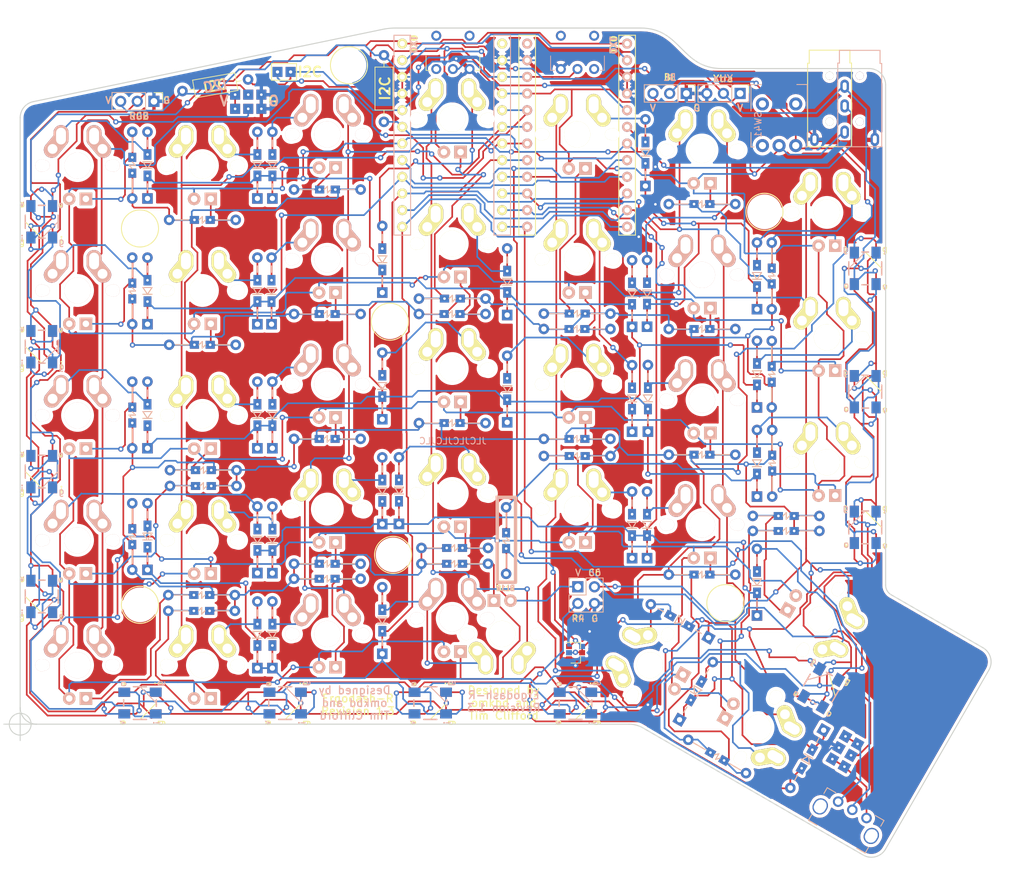
<source format=kicad_pcb>
(kicad_pcb (version 20201116) (generator pcbnew)
  (title_block (title "ErgoDash-R") (date "2020-12-29") (rev "1.3") (company "Eleanor Clifford") (comment 1 "Originally designed by omkbd"))
  (layers (0 "F.Cu" jumper) (31 "B.Cu" jumper) (34 "B.Paste" user) (35 "F.Paste" user) (36 "B.SilkS" user "B.Silkscreen") (37 "F.SilkS" user "F.Silkscreen") (38 "B.Mask" user) (39 "F.Mask" user) (44 "Edge.Cuts" user))
  (net 0 "")
  (net 1 "/row0")
  (net 2 "Net-(D1-Pad2)")
  (net 3 "/row1")
  (net 4 "Net-(D2-Pad2)")
  (net 5 "/row2")
  (net 6 "Net-(D3-Pad2)")
  (net 7 "/row3")
  (net 8 "Net-(D4-Pad2)")
  (net 9 "Net-(D5-Pad2)")
  (net 10 "Net-(D6-Pad2)")
  (net 11 "Net-(D7-Pad2)")
  (net 12 "Net-(D8-Pad2)")
  (net 13 "Net-(D9-Pad2)")
  (net 14 "Net-(D10-Pad2)")
  (net 15 "Net-(D11-Pad2)")
  (net 16 "Net-(D12-Pad2)")
  (net 17 "Net-(D13-Pad2)")
  (net 18 "Net-(D14-Pad2)")
  (net 19 "Net-(D15-Pad2)")
  (net 20 "Net-(D16-Pad2)")
  (net 21 "Net-(D17-Pad2)")
  (net 22 "Net-(D18-Pad2)")
  (net 23 "Net-(D19-Pad2)")
  (net 24 "Net-(D20-Pad2)")
  (net 25 "Net-(D21-Pad2)")
  (net 26 "Net-(D22-Pad2)")
  (net 27 "Net-(D23-Pad2)")
  (net 28 "Net-(D24-Pad2)")
  (net 29 "Net-(D25-Pad2)")
  (net 30 "Net-(D26-Pad2)")
  (net 31 "Net-(D27-Pad2)")
  (net 32 "Net-(D28-Pad2)")
  (net 33 "/xtradata")
  (net 34 "GND")
  (net 35 "/sda{slash}uart")
  (net 36 "VCC")
  (net 37 "/scl")
  (net 38 "/col0")
  (net 39 "/col1")
  (net 40 "/col2")
  (net 41 "/col3")
  (net 42 "/col4")
  (net 43 "/col5")
  (net 44 "/col6")
  (net 45 "/rst")
  (net 46 "Net-(D29-Pad2)")
  (net 47 "/row4")
  (net 48 "Net-(D30-Pad2)")
  (net 49 "Net-(D31-Pad2)")
  (net 50 "Net-(D32-Pad2)")
  (net 51 "Net-(D33-Pad2)")
  (net 52 "Net-(D34-Pad2)")
  (net 53 "/RBG")
  (net 54 "/RX")
  (net 55 "Net-(LED10-Pad4)")
  (net 56 "Net-(LED10-Pad2)")
  (net 57 "Net-(LED1-Pad4)")
  (net 58 "Net-(LED2-Pad4)")
  (net 59 "Net-(LED3-Pad4)")
  (net 60 "Net-(LED4-Pad4)")
  (net 61 "Net-(LED5-Pad4)")
  (net 62 "Net-(LED6-Pad4)")
  (net 63 "Net-(LED7-Pad4)")
  (net 64 "Net-(LED8-Pad4)")
  (net 65 "Net-(LED11-Pad4)")
  (net 66 "Net-(D35-Pad1)")
  (net 67 "Net-(D36-Pad1)")
  (net 68 "Net-(D37-Pad1)")
  (net 69 "Net-(D38-Pad1)")
  (net 70 "Net-(D39-Pad1)")
  (net 71 "Net-(D40-Pad1)")
  (net 72 "Net-(D41-Pad1)")
  (net 73 "Net-(D42-Pad1)")
  (net 74 "Net-(D43-Pad1)")
  (net 75 "Net-(D44-Pad1)")
  (net 76 "Net-(D45-Pad1)")
  (net 77 "Net-(D46-Pad1)")
  (net 78 "Net-(D47-Pad1)")
  (net 79 "Net-(D48-Pad1)")
  (net 80 "Net-(D49-Pad1)")
  (net 81 "Net-(D50-Pad1)")
  (net 82 "Net-(D51-Pad1)")
  (net 83 "Net-(D52-Pad1)")
  (net 84 "Net-(D53-Pad1)")
  (net 85 "Net-(D54-Pad1)")
  (net 86 "Net-(D55-Pad1)")
  (net 87 "Net-(D56-Pad1)")
  (net 88 "Net-(D57-Pad1)")
  (net 89 "Net-(D58-Pad1)")
  (net 90 "Net-(D59-Pad1)")
  (net 91 "Net-(D60-Pad1)")
  (net 92 "Net-(D61-Pad1)")
  (net 93 "Net-(D62-Pad1)")
  (net 94 "Net-(D63-Pad1)")
  (net 95 "Net-(D64-Pad1)")
  (net 96 "Net-(D65-Pad1)")
  (net 97 "Net-(D66-Pad1)")
  (net 98 "/Backlight")
  (net 99 "Net-(D69-Pad1)")
  (net 100 "Net-(J4-Pad2)")
  (net 101 "Net-(D71-Pad1)")
  (net 102 "/Rotary_CA")
  (net 103 "/Rotary_A")
  (net 104 "/Rotary_B")
  (net 105 "Net-(J5-Pad2)")
  (net 106 "Net-(Q1-Pad3)")
  (net 107 "Net-(Q1-Pad1)")
  (net 108 "/row4_d")
  (net 109 "/Rotary_AC")
  (net 110 "no_connect_112")
  (net 111 "no_connect_113")
  (net 112 "no_connect_110")
  (net 113 "no_connect_111")
  (net 114 "no_connect_114")
  (footprint "Resistor_THT:R_Axial_DIN0207_L6.3mm_D2.5mm_P10.16mm_Horizontal" (layer "F.Cu") (at 104.997 48.359 10)
    (fp_text reference "R1" hide)
    (fp_text value "R")
  )
  (footprint "Resistor_THT:R_Axial_DIN0207_L6.3mm_D2.5mm_P10.16mm_Horizontal" (layer "F.Cu") (at 135.731 42.898 -90)
    (fp_text reference "R2" hide)
    (fp_text value "R")
  )
  (footprint "library:hole" (layer "F.Cu") (at 136.62 83.538)
    (fp_text reference "U1" hide)
    (fp_text value "HOLE")
  )
  (footprint "library:hole" (layer "F.Cu") (at 193.77 66.774)
    (fp_text reference "U2" hide)
    (fp_text value "HOLE")
  )
  (footprint "library:hole" (layer "F.Cu") (at 187.801 126.464)
    (fp_text reference "U4" hide)
    (fp_text value "HOLE")
  )
  (footprint "library:hole" (layer "F.Cu") (at 98.52 69.314)
    (fp_text reference "U5" hide)
    (fp_text value "HOLE")
  )
  (footprint "library:hole" (layer "F.Cu") (at 98.52 126.718)
    (fp_text reference "U7" hide)
    (fp_text value "HOLE")
  )
  (footprint "library:jumper_smd_2dub" (layer "F.Cu") (at 120.491 45.438)
    (fp_text reference "W1" hide)
    (fp_text value "jumper_smd")
  )
  (footprint "library:trrs_jack" (layer "F.Cu") (at 205.999 44.4255 -90)
    (fp_text reference "J1" hide)
    (fp_text value "5PIN")
  )
  (footprint "library:conn3" (layer "F.Cu") (at 100.649 49.9255 -90)
    (fp_text reference "J2" hide)
    (fp_text value "Conn_01x03")
  )
  (footprint "library:conn3" (layer "F.Cu") (at 190.049 48.7255 -90)
    (fp_text reference "J3" hide)
    (fp_text value "Conn_01x03")
  )
  (footprint "library:P8US8WR2C2M6RES" (layer "F.Cu") (at 146.25 45 90)
    (fp_text reference "SW37" hide)
    (fp_text value "SW_Push_SPDT")
  )
  (footprint "library:hole" (layer "F.Cu") (at 137.128 119.098)
    (fp_text reference "U8" hide)
    (fp_text value "HOLE")
  )
  (footprint "library:Resistors_SMD_THT" (layer "F.Cu") (at 97.377 54.582 -90)
    (fp_text reference "R3" hide)
    (fp_text value "R")
  )
  (footprint "library:Resistors_SMD_THT" (layer "F.Cu") (at 113.125 68.044 180)
    (fp_text reference "R4" hide)
    (fp_text value "R")
  )
  (footprint "library:Resistors_SMD_THT" (layer "F.Cu") (at 122.015 63.345)
    (fp_text reference "R5" hide)
    (fp_text value "R")
  )
  (footprint "library:Resistors_SMD_THT" (layer "F.Cu") (at 141.065 79.982)
    (fp_text reference "R6" hide)
    (fp_text value "R")
  )
  (footprint "library:Resistors_SMD_THT" (layer "F.Cu") (at 160.115 82.268)
    (fp_text reference "R7" hide)
    (fp_text value "R")
  )
  (footprint "library:Resistors_SMD_THT" (layer "F.Cu") (at 189.325 65.631 180)
    (fp_text reference "R8" hide)
    (fp_text value "R")
  )
  (footprint "library:Resistors_SMD_THT" (layer "F.Cu") (at 194.913 71.473 -90)
    (fp_text reference "R9" hide)
    (fp_text value "R")
  )
  (footprint "library:Resistors_SMD_THT" (layer "F.Cu") (at 97.377 73.759 -90)
    (fp_text reference "R10" hide)
    (fp_text value "R")
  )
  (footprint "library:Resistors_SMD_THT" (layer "F.Cu") (at 113.125 87.094 180)
    (fp_text reference "R11" hide)
    (fp_text value "R")
  )
  (footprint "library:Resistors_SMD_THT" (layer "F.Cu") (at 132.175 82.395 180)
    (fp_text reference "R12" hide)
    (fp_text value "R")
  )
  (footprint "library:Resistors_SMD_THT" (layer "F.Cu") (at 151.225 82.395 180)
    (fp_text reference "R15" hide)
    (fp_text value "R")
  )
  (footprint "library:Resistors_SMD_THT" (layer "F.Cu") (at 170.275 84.681 180)
    (fp_text reference "R16" hide)
    (fp_text value "R")
  )
  (footprint "library:Resistors_SMD_THT" (layer "F.Cu") (at 189.325 84.681 180)
    (fp_text reference "R17" hide)
    (fp_text value "R")
  )
  (footprint "library:Resistors_SMD_THT" (layer "F.Cu") (at 194.913 86.459 -90)
    (fp_text reference "R18" hide)
    (fp_text value "R")
  )
  (footprint "library:Resistors_SMD_THT" (layer "F.Cu") (at 97.377 92.682 -90)
    (fp_text reference "R19" hide)
    (fp_text value "R")
  )
  (footprint "library:Resistors_SMD_THT" (layer "F.Cu") (at 103.092 106.144)
    (fp_text reference "R20" hide)
    (fp_text value "R")
  )
  (footprint "library:Resistors_SMD_THT" (layer "F.Cu") (at 132.175 101.445 180)
    (fp_text reference "R21" hide)
    (fp_text value "R")
  )
  (footprint "library:Resistors_SMD_THT" (layer "F.Cu") (at 151.225 99.032 180)
    (fp_text reference "R22" hide)
    (fp_text value "R")
  )
  (footprint "library:Resistors_SMD_THT" (layer "F.Cu") (at 170.275 101.445 180)
    (fp_text reference "R23" hide)
    (fp_text value "R")
  )
  (footprint "library:Resistors_SMD_THT" (layer "F.Cu") (at 189.325 103.858 180)
    (fp_text reference "R24" hide)
    (fp_text value "R")
  )
  (footprint "library:Resistors_SMD_THT" (layer "F.Cu") (at 194.913 110.208 90)
    (fp_text reference "R25" hide)
    (fp_text value "R")
  )
  (footprint "library:Resistors_SMD_THT" (layer "F.Cu") (at 103.092 108.557)
    (fp_text reference "R26" hide)
    (fp_text value "R")
  )
  (footprint "library:Resistors_SMD_THT" (layer "F.Cu") (at 97.377 111.224 -90)
    (fp_text reference "R27" hide)
    (fp_text value "R")
  )
  (footprint "library:Resistors_SMD_THT" (layer "F.Cu") (at 132.175 120.495 180)
    (fp_text reference "R28" hide)
    (fp_text value "R")
  )
  (footprint "library:Resistors_SMD_THT" (layer "F.Cu") (at 151.606 118.082 180)
    (fp_text reference "R29" hide)
    (fp_text value "R")
  )
  (footprint "library:Resistors_SMD_THT" (layer "F.Cu") (at 189.325 122.146 180)
    (fp_text reference "R31" hide)
    (fp_text value "R")
  )
  (footprint "library:Resistors_SMD_THT" (layer "F.Cu") (at 182.166284 147.278 -30)
    (fp_text reference "R32" hide)
    (fp_text value "R")
  )
  (footprint "library:Resistors_SMD_THT" (layer "F.Cu") (at 102.838 125.194)
    (fp_text reference "R33" hide)
    (fp_text value "R")
  )
  (footprint "library:Resistors_SMD_THT" (layer "F.Cu") (at 102.838 127.607)
    (fp_text reference "R34" hide)
    (fp_text value "R")
  )
  (footprint "library:Resistors_SMD_THT" (layer "F.Cu") (at 132.175 122.781 180)
    (fp_text reference "R35" hide)
    (fp_text value "R")
  )
  (footprint "library:Resistors_SMD_THT" (layer "F.Cu") (at 151.606 120.495 180)
    (fp_text reference "R36" hide)
    (fp_text value "R")
  )
  (footprint "library:hole" (layer "F.Cu") (at 130.397 44.422)
    (fp_text reference "U9" hide)
    (fp_text value "HOLE")
  )
  (footprint "library:CHERRY_MX_LED2" (layer "F.Cu") (at 88.995 59.7255)
    (fp_text reference "D35" hide)
    (fp_text value "LED" hide)
  )
  (footprint "library:CHERRY_MX_LED2" (layer "F.Cu") (at 108.045 59.7255)
    (fp_text reference "D36" hide)
    (fp_text value "LED" hide)
  )
  (footprint "library:CHERRY_MX_LED2" (layer "F.Cu") (at 127.095 54.963)
    (fp_text reference "D37" hide)
    (fp_text value "LED" hide)
  )
  (footprint "library:CHERRY_MX_LED2" (layer "F.Cu") (at 146.145 52.58175)
    (fp_text reference "D38" hide)
    (fp_text value "LED" hide)
  )
  (footprint "library:CHERRY_MX_LED2" (layer "F.Cu") (at 165.195 55.09)
    (fp_text reference "D39" hide)
    (fp_text value "LED" hide)
  )
  (footprint "library:CHERRY_MX_LED2" (layer "F.Cu") (at 184.245 57.34425)
    (fp_text reference "D40" hide)
    (fp_text value "LED" hide)
  )
  (footprint "library:CHERRY_MX_LED2" (layer "F.Cu") (at 203.295 66.86925)
    (fp_text reference "D41" hide)
    (fp_text value "LED" hide)
  )
  (footprint "library:CHERRY_MX_LED2" (layer "F.Cu") (at 88.995 78.7755)
    (fp_text reference "D42" hide)
    (fp_text value "LED" hide)
  )
  (footprint "library:CHERRY_MX_LED2" (layer "F.Cu") (at 108.045 78.7755)
    (fp_text reference "D43" hide)
    (fp_text value "LED" hide)
  )
  (footprint "library:CHERRY_MX_LED2" (layer "F.Cu") (at 127.095 74.013)
    (fp_text reference "D44" hide)
    (fp_text value "LED" hide)
  )
  (footprint "library:CHERRY_MX_LED2" (layer "F.Cu") (at 146.145 71.63175)
    (fp_text reference "D45" hide)
    (fp_text value "LED" hide)
  )
  (footprint "library:CHERRY_MX_LED2" (layer "F.Cu") (at 165.195 74.013)
    (fp_text reference "D46" hide)
    (fp_text value "LED" hide)
  )
  (footprint "library:CHERRY_MX_LED2" (layer "F.Cu") (at 184.245 76.39425)
    (fp_text reference "D47" hide)
    (fp_text value "LED" hide)
  )
  (footprint "library:CHERRY_MX_LED2" (layer "F.Cu") (at 203.295 85.91925)
    (fp_text reference "D48" hide)
    (fp_text value "LED" hide)
  )
  (footprint "library:CHERRY_MX_LED2" (layer "F.Cu") (at 88.995 97.8255)
    (fp_text reference "D49" hide)
    (fp_text value "LED" hide)
  )
  (footprint "library:CHERRY_MX_LED2" (layer "F.Cu") (at 108.045 97.8255)
    (fp_text reference "D50" hide)
    (fp_text value "LED" hide)
  )
  (footprint "library:CHERRY_MX_LED2" (layer "F.Cu") (at 127.095 93.063)
    (fp_text reference "D51" hide)
    (fp_text value "LED" hide)
  )
  (footprint "library:CHERRY_MX_LED2" (layer "F.Cu") (at 146.145 90.68175)
    (fp_text reference "D52" hide)
    (fp_text value "LED" hide)
  )
  (footprint "library:CHERRY_MX_LED2" (layer "F.Cu") (at 165.195 93.063)
    (fp_text reference "D53" hide)
    (fp_text value "LED" hide)
  )
  (footprint "library:CHERRY_MX_LED2" (layer "F.Cu") (at 184.245 95.44425)
    (fp_text reference "D54" hide)
    (fp_text value "LED" hide)
  )
  (footprint "library:CHERRY_MX_LED2" (layer "F.Cu") (at 203.295 104.96925)
    (fp_text reference "D55" hide)
    (fp_text value "LED" hide)
  )
  (footprint "library:CHERRY_MX_LED2" (layer "F.Cu") (at 88.995 116.8755)
    (fp_text reference "D56" hide)
    (fp_text value "LED" hide)
  )
  (footprint "library:CHERRY_MX_LED2" (layer "F.Cu") (at 108.045 116.8755)
    (fp_text reference "D57" hide)
    (fp_text value "LED" hide)
  )
  (footprint "library:CHERRY_MX_LED2" (layer "F.Cu") (at 127.095 112.113)
    (fp_text reference "D58" hide)
    (fp_text value "LED" hide)
  )
  (footprint "library:CHERRY_MX_LED2" (layer "F.Cu") (at 146.145 109.73175)
    (fp_text reference "D59" hide)
    (fp_text value "LED" hide)
  )
  (footprint "library:CHERRY_MX_LED2" (layer "F.Cu") (at 165.195 112.113)
    (fp_text reference "D60" hide)
    (fp_text value "LED" hide)
  )
  (footprint "library:CHERRY_MX_LED2" (layer "F.Cu") (at 184.245 114.49425)
    (fp_text reference "D61" hide)
    (fp_text value "LED" hide)
  )
  (footprint "library:CHERRY_MX_LED2" (layer "F.Cu") (at 176.292 135.92525 60)
    (fp_text reference "D62" hide)
    (fp_text value "LED" hide)
  )
  (footprint "library:CHERRY_MX_LED2" (layer "F.Cu") (at 88.995 135.9255)
    (fp_text reference "D63" hide)
    (fp_text value "LED" hide)
  )
  (footprint "library:CHERRY_MX_LED2" (layer "F.Cu") (at 108.045 135.9255)
    (fp_text reference "D64" hide)
    (fp_text value "LED" hide)
  )
  (footprint "library:CHERRY_MX_LED2" (layer "F.Cu") (at 127.095 131.163)
    (fp_text reference "D65" hide)
    (fp_text value "LED" hide)
  )
  (footprint "library:CHERRY_MX_LED2" (layer "F.Cu") (at 146.145 128.78175)
    (fp_text reference "D66" hide)
    (fp_text value "LED" hide)
  )
  (footprint "library:ProMicro" (layer "F.Cu") (at 146.145 55.09)
    (fp_text reference "U3" hide)
    (fp_text value "ProMicro" hide)
  )
  (footprint "library:CHERRY_MX_LED2" (layer "F.Cu") (at 153.765 131.163 180)
    (fp_text reference "D67" hide)
    (fp_text value "LED" hide)
  )
  (footprint "library:SOT-23_2" (layer "F.Cu") (at 164.957 134.023)
    (fp_text reference "Q1" hide)
    (fp_text value "IRLML6344TRPbF")
  )
  (footprint "library:MX_ALPS" (layer "F.Cu") (at 108.045 59.7255)
    (fp_text reference "SW5" hide)
    (fp_text value "SW_PUSH" hide)
  )
  (footprint "library:MX_ALPS" (layer "F.Cu") (at 108.045 78.7755)
    (fp_text reference "SW6" hide)
    (fp_text value "SW_PUSH" hide)
  )
  (footprint "library:MX_ALPS" (layer "F.Cu") (at 108.045 97.8255)
    (fp_text reference "SW7" hide)
    (fp_text value "SW_PUSH" hide)
  )
  (footprint "library:MX_ALPS" (layer "F.Cu") (at 108.045 116.8755)
    (fp_text reference "SW8" hide)
    (fp_text value "SW_PUSH" hide)
  )
  (footprint "library:MX_ALPS" (layer "F.Cu") (at 127.095 112.113)
    (fp_text reference "SW12" hide)
    (fp_text value "SW_PUSH" hide)
  )
  (footprint "library:MX_ALPS" (layer "F.Cu") (at 146.145 52.58175)
    (fp_text reference "SW13" hide)
    (fp_text value "SW_PUSH" hide)
  )
  (footprint "library:MX_ALPS" (layer "F.Cu") (at 146.145 71.63175)
    (fp_text reference "SW14" hide)
    (fp_text value "SW_PUSH" hide)
  )
  (footprint "library:MX_ALPS" (layer "F.Cu") (at 146.145 90.68175)
    (fp_text reference "SW15" hide)
    (fp_text value "SW_PUSH" hide)
  )
  (footprint "library:MX_ALPS" (layer "F.Cu") (at 146.145 109.73175)
    (fp_text reference "SW16" hide)
    (fp_text value "SW_PUSH" hide)
  )
  (footprint "library:MX_ALPS" (layer "F.Cu") (at 165.195 54.963)
    (fp_text reference "SW17" hide)
    (fp_text value "SW_PUSH" hide)
  )
  (footprint "library:MX_ALPS" (layer "F.Cu") (at 165.195 74.013)
    (fp_text reference "SW18" hide)
    (fp_text value "SW_PUSH" hide)
  )
  (footprint "library:MX_ALPS" (layer "F.Cu") (at 165.195 93.063)
    (fp_text reference "SW19" hide)
    (fp_text value "SW_PUSH" hide)
  )
  (footprint "library:MX_ALPS" (layer "F.Cu") (at 165.195 112.113)
    (fp_text reference "SW20" hide)
    (fp_text value "SW_PUSH" hide)
  )
  (footprint "library:MX_ALPS" (layer "F.Cu") (at 184.245 57.34425)
    (fp_text reference "SW21" hide)
    (fp_text value "SW_PUSH" hide)
  )
  (footprint "library:MX_ALPS" (layer "F.Cu") (at 203.295 66.86925)
    (fp_text reference "SW25" hide)
    (fp_text value "SW_PUSH" hide)
  )
  (footprint "library:MX_ALPS" (layer "F.Cu") (at 203.295 85.91925)
    (fp_text reference "SW26" hide)
    (fp_text value "SW_PUSH" hide)
  )
  (footprint "library:MX_ALPS" (layer "F.Cu") (at 203.295 104.96925)
    (fp_text reference "SW27" hide)
    (fp_text value "SW_PUSH" hide)
  )
  (footprint "library:MX_ALPS" (layer "F.Cu") (at 202.315 128.9523 -120)
    (fp_text reference "SW28" hide)
    (fp_text value "SW_PUSH" hide)
  )
  (footprint "library:MX_ALPS" (layer "F.Cu") (at 108.045 135.9255)
    (fp_text reference "SW31" hide)
    (fp_text value "SW_PUSH" hide)
  )
  (footprint "library:MX_ALPS" (layer "F.Cu") (at 176.292 135.92525 60)
    (fp_text reference "SW34" hide)
    (fp_text value "SW_PUSH" hide)
  )
  (footprint "library:MX_ALPS" (layer "F.Cu") (at 192.79 145.4503 -120)
    (fp_text reference "SW35" hide)
    (fp_text value "SW_PUSH" hide)
  )
  (footprint "library:MX_ALPS" (layer "F.Cu") (at 153.765 131.163 180)
    (fp_text reference "SW38" hide)
    (fp_text value "SW_PUSH" hide)
  )
  (footprint "library:CHERRY_MX_LED2" (layer "F.Cu") (at 202.315 128.9523 -120)
    (fp_text reference "D69" hide)
    (fp_text value "LED" hide)
  )
  (footprint "library:CHERRY_MX_LED2" (layer "F.Cu") (at 192.79 145.4503 -120)
    (fp_text reference "D71" hide)
    (fp_text value "LED" hide)
  )
  (footprint "library:Resistors_SMD_THT" (layer "F.Cu") (at 191.992 113.129)
    (fp_text reference "R14" hide)
    (fp_text value "R")
  )
  (footprint "library:Resistors_SMD_THT" (layer "F.Cu") (at 191.992 115.415)
    (fp_text reference "R38" hide)
    (fp_text value "R")
  )
  (footprint "library:Diode_SMD_THT3" (layer "F.Cu") (at 99.663 64.742 90)
    (fp_text reference "D1" hide)
    (fp_text value "D")
  )
  (footprint "library:Diode_SMD_THT3" (layer "F.Cu") (at 99.663 83.919 90)
    (fp_text reference "D2" hide)
    (fp_text value "D")
  )
  (footprint "library:Diode_SMD_THT3" (layer "F.Cu") (at 99.663 102.842 90)
    (fp_text reference "D3" hide)
    (fp_text value "D")
  )
  (footprint "library:Diode_SMD_THT3" (layer "F.Cu") (at 116.427 121.871 90)
    (fp_text reference "D4" hide)
    (fp_text value "D")
  )
  (footprint "library:Diode_SMD_THT3" (layer "F.Cu") (at 116.427 64.742 90)
    (fp_text reference "D5" hide)
    (fp_text value "D")
  )
  (footprint "library:Diode_SMD_THT3" (layer "F.Cu") (at 116.427 83.919 90)
    (fp_text reference "D6" hide)
    (fp_text value "D")
  )
  (footprint "library:Diode_SMD_THT3" (layer "F.Cu") (at 116.427 102.842 90)
    (fp_text reference "D7" hide)
    (fp_text value "D")
  )
  (footprint "library:Diode_SMD_THT3" (layer "F.Cu") (at 118.713 121.892 90)
    (fp_text reference "D8" hide)
    (fp_text value "D")
  )
  (footprint "library:Diode_SMD_THT3" (layer "F.Cu") (at 118.713 64.742 90)
    (fp_text reference "D9" hide)
    (fp_text value "D")
  )
  (footprint "library:Diode_SMD_THT3" (layer "F.Cu") (at 118.586 83.919 90)
    (fp_text reference "D10" hide)
    (fp_text value "D")
  )
  (footprint "library:Diode_SMD_THT3" (layer "F.Cu") (at 118.713 102.842 90)
    (fp_text reference "D11" hide)
    (fp_text value "D")
  )
  (footprint "library:Diode_SMD_THT3" (layer "F.Cu") (at 135.477 114.399 90)
    (fp_text reference "D12" hide)
    (fp_text value "D")
  )
  (footprint "library:Diode_SMD_THT3" (layer "F.Cu") (at 135.477 79.093 90)
    (fp_text reference "D13" hide)
    (fp_text value "D")
  )
  (footprint "library:Diode_SMD_THT3" (layer "F.Cu") (at 154.527 82.522 90)
    (fp_text reference "D14" hide)
    (fp_text value "D")
  )
  (footprint "library:Diode_SMD_THT3" (layer "F.Cu") (at 138.017 114.378 90)
    (fp_text reference "D16" hide)
    (fp_text value "D")
  )
  (footprint "library:Diode_SMD_THT3" (layer "F.Cu") (at 175.609 62.837 90)
    (fp_text reference "D17" hide)
    (fp_text value "D")
  )
  (footprint "library:Diode_SMD_THT3" (layer "F.Cu") (at 154.527 98.884 90)
    (fp_text reference "D19" hide)
    (fp_text value "D")
  )
  (footprint "library:Diode_SMD_THT3" (layer "F.Cu") (at 173.577 119.606 90)
    (fp_text reference "D20" hide)
    (fp_text value "D")
  )
  (footprint "library:Diode_SMD_THT3" (layer "F.Cu") (at 175.863 84.3 90)
    (fp_text reference "D21" hide)
    (fp_text value "D")
  )
  (footprint "library:Diode_SMD_THT3" (layer "F.Cu") (at 173.577 84.321 90)
    (fp_text reference "D22" hide)
    (fp_text value "D")
  )
  (footprint "library:Diode_SMD_THT3" (layer "F.Cu") (at 175.99 100.302 90)
    (fp_text reference "D23" hide)
    (fp_text value "D")
  )
  (footprint "library:Diode_SMD_THT3" (layer "F.Cu") (at 175.863 119.606 90)
    (fp_text reference "D24" hide)
    (fp_text value "D")
  )
  (footprint "library:Diode_SMD_THT3" (layer "F.Cu") (at 192.627 81.633 90)
    (fp_text reference "D25" hide)
    (fp_text value "D")
  )
  (footprint "library:Diode_SMD_THT3" (layer "F.Cu") (at 192.627 96.619 90)
    (fp_text reference "D26" hide)
    (fp_text value "D")
  )
  (footprint "library:Diode_SMD_THT3" (layer "F.Cu") (at 192.627 110.208 90)
    (fp_text reference "D27" hide)
    (fp_text value "D")
  )
  (footprint "library:Diode_SMD_THT3" (layer "F.Cu") (at 192.627 128.348 90)
    (fp_text reference "D28" hide)
    (fp_text value "D")
  )
  (footprint "library:Diode_SMD_THT3" (layer "F.Cu") (at 99.663 121.384 90)
    (fp_text reference "D29" hide)
    (fp_text value "D")
  )
  (footprint "library:Diode_SMD_THT3" (layer "F.Cu") (at 116.427 136.37 90)
    (fp_text reference "D30" hide)
    (fp_text value "D")
  )
  (footprint "library:Diode_SMD_THT3" (layer "F.Cu") (at 118.713 136.37 90)
    (fp_text reference "D31" hide)
    (fp_text value "D")
  )
  (footprint "library:Diode_SMD_THT3" (layer "F.Cu") (at 185.23003 131.724 150)
    (fp_text reference "D33" hide)
    (fp_text value "D")
  )
  (footprint "library:Diode_SMD_THT3" (layer "F.Cu") (at 180.816 144.244 60)
    (fp_text reference "D34" hide)
    (fp_text value "D")
  )
  (footprint "library:Resistors_SMD_THT" (layer "F.Cu") (at 160.115 103.985)
    (fp_text reference "R30" hide)
    (fp_text value "R")
  )
  (footprint "library:Resistors_SMD_THT" (layer "F.Cu") (at 154.4 111.838 -90)
    (fp_text reference "R13" hide)
    (fp_text value "1k")
  )
  (footprint "library:jumper2" (layer "F.Cu") (at 115.03 50.899)
    (fp_text reference "J4" hide)
    (fp_text value "GS3")
  )
  (footprint "library:jumper2" (layer "F.Cu") (at 115.03 53.058)
    (fp_text reference "J5" hide)
    (fp_text value "GS3")
  )
  (footprint "library:Diode_SMD_THT3" (layer "F.Cu") (at 135.477 134.19 90)
    (fp_text reference "D32" hide)
    (fp_text value "D")
  )
  (footprint "library:Diode_SMD_THT3" (layer "F.Cu") (at 135.477 98.418 90)
    (fp_text reference "D15" hide)
    (fp_text value "D")
  )
  (footprint "library:Diode_SMD_THT3" (layer "F.Cu") (at 173.577 100.323 90)
    (fp_text reference "D18" hide)
    (fp_text value "D")
  )
  (footprint "library:jumper2" (layer "F.Cu") (at 206.849391 149.510589 60)
    (fp_text reference "J9" hide)
    (fp_text value "GS3")
  )
  (footprint "library:Kailh_Encoder" (layer "F.Cu") (at 206.169049 159.718775 60)
    (fp_text reference "SW40" hide)
    (fp_text value "Rotary_Encoder")
  )
  (footprint "library:Diode_SMD_THT3" (layer "F.Cu") (at 202.79282 145.84282 -120)
    (fp_text reference "D68" hide)
    (fp_text value "D")
  )
  (footprint "library:conn4" (layer "F.Cu") (at 165.3 123.9705 90)
    (fp_text reference "J6" hide)
    (fp_text value "Conn_01x04")
  )
  (footprint "library:conn3" (layer "F.Cu") (at 181.849 48.7255 -90)
    (fp_text reference "J7" hide)
    (fp_text value "Conn_01x03")
  )
  (footprint "library:jumper2" (layer "F.Cu") (at 208.691782 150.6705 60)
    (fp_text reference "J8" hide)
    (fp_text value "GS3")
  )
  (footprint "library:P8US8WR2C2M6RES" (layer "B.Cu") (at 165.25 45 90)
    (fp_text reference "SW29" hide)
    (fp_text value "SW_Push_SPDT")
  )
  (footprint "library:ProMicro" (layer "B.Cu") (at 165.195 55.09 180)
    (fp_text reference "U6" hide)
    (fp_text value "ProMicro" hide)
  )
  (footprint "library:MX_ALPS_reversed" (layer "B.Cu") (at 88.995 59.7255 180)
    (fp_text reference "SW1" hide)
    (fp_text value "SW_PUSH")
  )
  (footprint "library:MX_ALPS_reversed" (layer "B.Cu") (at 88.995 78.7755 180)
    (fp_text reference "SW2" hide)
    (fp_text value "SW_PUSH")
  )
  (footprint "library:MX_ALPS_reversed" (layer "B.Cu") (at 88.995 97.8255 180)
    (fp_text reference "SW3" hide)
    (fp_text value "SW_PUSH")
  )
  (footprint "library:MX_ALPS_reversed" (layer "B.Cu") (at 88.995 116.8755 180)
    (fp_text reference "SW4" hide)
    (fp_text value "SW_PUSH")
  )
  (footprint "library:MX_ALPS_reversed" (layer "B.Cu") (at 127.095 54.963 180)
    (fp_text reference "SW9" hide)
    (fp_text value "SW_PUSH")
  )
  (footprint "library:MX_ALPS_reversed" (layer "B.Cu") (at 127.095 74.013 180)
    (fp_text reference "SW10" hide)
    (fp_text value "SW_PUSH")
  )
  (footprint "library:MX_ALPS_reversed" (layer "B.Cu") (at 127.095 93.063 180)
    (fp_text reference "SW11" hide)
    (fp_text value "SW_PUSH")
  )
  (footprint "library:MX_ALPS_reversed" (layer "B.Cu") (at 184.245 76.39425 180)
    (fp_text reference "SW22" hide)
    (fp_text value "SW_PUSH")
  )
  (footprint "library:MX_ALPS_reversed" (layer "B.Cu") (at 184.245 95.44425 180)
    (fp_text reference "SW23" hide)
    (fp_text value "SW_PUSH")
  )
  (footprint "library:MX_ALPS_reversed" (layer "B.Cu") (at 184.245 114.49425 180)
    (fp_text reference "SW24" hide)
    (fp_text value "SW_PUSH")
  )
  (footprint "library:MX_ALPS_reversed" (layer "B.Cu") (at 88.995 135.9255 180)
    (fp_text reference "SW30" hide)
    (fp_text value "SW_PUSH")
  )
  (footprint "library:MX_ALPS_reversed" (layer "B.Cu") (at 127.095 131.163 180)
    (fp_text reference "SW32" hide)
    (fp_text value "SW_PUSH")
  )
  (footprint "library:MX_ALPS" (layer "B.Cu") (at 146.145 128.78175 180)
    (fp_text reference "SW33" hide)
    (fp_text value "SW_PUSH" hide)
  )
  (footprint "library:WS2812B-5" (layer "B.Cu") (at 83.534 68.298)
    (fp_text reference "LED1" hide)
    (fp_text value "WS2812B" hide)
  )
  (footprint "library:WS2812B-5" (layer "B.Cu") (at 83.534 87.348)
    (fp_text reference "LED2" hide)
    (fp_text value "WS2812B" hide)
  )
  (footprint "library:WS2812B-5" (layer "B.Cu") (at 83.534 106.398)
    (fp_text reference "LED3" hide)
    (fp_text value "WS2812B" hide)
  )
  (footprint "library:WS2812B-5" (layer "B.Cu") (at 83.534 125.448)
    (fp_text reference "LED4" hide)
    (fp_text value "WS2812B" hide)
  )
  (footprint "library:WS2812B-5" (layer "B.Cu") (at 98.52 141.704 90)
    (fp_text reference "LED5" hide)
    (fp_text value "WS2812B" hide)
  )
  (footprint "library:WS2812B-5" (layer "B.Cu") (at 120.660333 141.704 90)
    (fp_text reference "LED6" hide)
    (fp_text value "WS2812B" hide)
  )
  (footprint "library:WS2812B-5" (layer "B.Cu") (at 142.800667 141.704 90)
    (fp_text reference "LED7" hide)
    (fp_text value "WS2812B" hide)
  )
  (footprint "library:WS2812B-5" (layer "B.Cu") (at 164.941 141.704 90)
    (fp_text reference "LED8" hide)
    (fp_text value "WS2812B" hide)
  )
  (footprint "library:WS2812B-5" (layer "B.Cu") (at 202.406 139.418 150)
    (fp_text reference "LED9" hide)
    (fp_text value "WS2812B" hide)
  )
  (footprint "library:WS2812B-5" (layer "B.Cu") (at 209.137 114.907 180)
    (fp_text reference "LED10" hide)
    (fp_text value "WS2812B" hide)
  )
  (footprint "library:WS2812B-5" (layer "B.Cu") (at 209.137 94.206 180)
    (fp_text reference "LED11" hide)
    (fp_text value "WS2812B" hide)
  )
  (footprint "library:WS2812B-5" (layer "B.Cu") (at 209.137 75.41 180)
    (fp_text reference "LED12" hide)
    (fp_text value "WS2812B" hide)
  )
  (footprint "library:MC2MS1T2B2M6RE" (layer "B.Cu") (at 195.999 56.6755 90)
    (fp_text reference "SW41")
    (fp_text value "SW_SPDT")
  )
  (gr_rect (start 153.003 110.335) (end 155.797 123.289) (layer "B.SilkS") (width 0.5) (fill none))
  (gr_rect (start 153.003 110.335) (end 155.797 123.289) (layer "F.SilkS") (width 0.5) (fill none))
  (gr_line (start 135.507 38.953) (end 82.242 49.973) (angle 90) (layer "Edge.Cuts") (width 0.16))
  (gr_line (start 80.249 142.425) (end 80.249 52.421) (angle 90) (layer "Edge.Cuts") (width 0.16))
  (gr_arc (start 209.749 47.425) (end 212.249 47.425) (angle -90) (layer "Edge.Cuts") (width 0.16))
  (gr_line (start 137.533 38.745) (end 174.889 38.745) (angle 90) (layer "Edge.Cuts") (width 0.16))
  (gr_line (start 82.749 144.925) (end 173.105 144.925) (angle 90) (layer "Edge.Cuts") (width 0.16))
  (gr_line (start 212.249 47.425) (end 212.249 123.714) (angle 90) (layer "Edge.Cuts") (width 0.16))
  (gr_line (start 213.099 125.186) (end 227.084 133.26) (angle 90) (layer "Edge.Cuts") (width 0.16))
  (gr_arc (start 82.749 52.421) (end 82.242 49.973) (angle -78.311) (layer "Edge.Cuts") (width 0.16))
  (gr_line (start 175.24 145.498) (end 208.824 164.887) (angle 90) (layer "Edge.Cuts") (width 0.16))
  (gr_arc (start 82.749 142.425) (end 80.249 142.425) (angle -90) (layer "Edge.Cuts") (width 0.16))
  (gr_line (start 187.249 44.925) (end 209.749 44.925) (angle 90) (layer "Edge.Cuts") (width 0.16))
  (gr_arc (start 137.533 48.745) (end 137.533 38.745) (angle -11.689) (layer "Edge.Cuts") (width 0.16))
  (gr_curve (pts (xy 174.889 38.745) (xy 181.069 38.745) (xy 181.069 44.925) (xy 187.249 44.925)) (layer "Edge.Cuts") (width 0.16))
  (gr_arc (start 213.949 123.714) (end 212.249 123.714) (angle -60) (layer "Edge.Cuts") (width 0.16))
  (gr_arc (start 225.834 135.425) (end 227.999 136.675) (angle -90) (layer "Edge.Cuts") (width 0.16))
  (gr_arc (start 173.105 149.196) (end 175.24 145.498) (angle -30) (layer "Edge.Cuts") (width 0.16))
  (gr_arc (start 210.074 162.722) (end 208.824 164.887) (angle -90) (layer "Edge.Cuts") (width 0.16))
  (gr_line (start 212.239 163.972) (end 227.999 136.675) (angle 90) (layer "Edge.Cuts") (width 0.16))
  (gr_text "I2C" (at 109.982184 47.576917 10) (layer "B.SilkS") (effects (font (size 1.5 1.5) (thickness 0.3)) (justify mirror)))
  (gr_text "G" (at 118.967 49.883) (layer "B.SilkS") (effects (font (size 1.5 1.5) (thickness 0.3)) (justify mirror)))
  (gr_text "BL1k" (at 154.273 124.178) (layer "B.SilkS") (effects (font (size 0.8 0.8) (thickness 0.2)) (justify mirror)))
  (gr_text "Designed by\nomkbd and\nTim Clifford\n" (at 131.249 141.6755) (layer "B.SilkS") (effects (font (size 1.2 1.2) (thickness 0.2)) (justify mirror)))
  (gr_text "G" (at 167.879 128.844) (layer "B.SilkS") (effects (font (size 1 1)) (justify mirror)))
  (gr_text "Ergodash-R\nRevision 1.3\n\n" (at 153.999 142.4255) (layer "B.SilkS") (effects (font (size 1.2 1.2) (thickness 0.2)) (justify mirror)))
  (gr_text "G" (at 102.584 49.791) (layer "B.SilkS") (effects (font (size 1 1) (thickness 0.2)) (justify mirror)))
  (gr_text "BL\n" (at 179.349 46.2605) (layer "B.SilkS") (effects (font (size 1 1) (thickness 0.2)) (justify mirror)))
  (gr_text "RGB" (at 98.393 52.204) (layer "B.SilkS") (effects (font (size 1 1) (thickness 0.2)) (justify mirror)))
  (gr_text "V" (at 176.749 50.9255) (layer "B.SilkS") (effects (font (size 1 1) (thickness 0.2)) (justify mirror)))
  (gr_text "V\n" (at 165.338999 121.859) (layer "B.SilkS") (effects (font (size 1 1)) (justify mirror)))
  (gr_text "R4\n" (at 165.338999 128.844) (layer "B.SilkS") (effects (font (size 1 1)) (justify mirror)))
  (gr_text "V" (at 93.693999 49.791) (layer "B.SilkS") (effects (font (size 1 1) (thickness 0.2))))
  (gr_text "V" (at 111.347 49.883) (layer "B.SilkS") (effects (font (size 1.5 1.5) (thickness 0.3))))
  (gr_text "V" (at 190.049 50.9255) (layer "B.SilkS") (effects (font (size 1 1) (thickness 0.2)) (justify mirror)))
  (gr_text "C6\n" (at 167.878999 121.859) (layer "B.SilkS") (effects (font (size 1 1)) (justify mirror)))
  (gr_text "TX0" (at 170.783 41.374 90) (layer "B.SilkS") (effects (font (size 1 1) (thickness 0.25)) (justify mirror)))
  (gr_text "G" (at 183.449 50.9255) (layer "B.SilkS") (effects (font (size 1 1) (thickness 0.2)) (justify mirror)))
  (gr_text "JLCJLCJLCJLC" (at 146.245 101.723) (layer "B.SilkS") (effects (font (size 1 1)) (justify mirror)))
  (gr_text "Xtra" (at 187.449 46.4255) (layer "B.SilkS") (effects (font (size 1 1) (thickness 0.2)) (justify mirror)))
  (gr_text "TX0" (at 140.303 41.247 90) (layer "B.SilkS") (effects (font (size 1 1) (thickness 0.25)) (justify mirror)))
  (gr_text "I2C" (at 135.890184 47.957917 90) (layer "F.SilkS") (effects (font (size 1.5 1.5) (thickness 0.3))))
  (gr_text "I2C" (at 109.982184 47.576917 10) (layer "F.SilkS") (effects (font (size 1.5 1.5) (thickness 0.3))))
  (gr_text "BL1k" (at 154.273 124.178) (layer "F.SilkS") (effects (font (size 0.8 0.8) (thickness 0.2))))
  (gr_text "Ergodash-R\nRevision 1.3\n\n" (at 131.745 142.9255) (layer "F.SilkS") (effects (font (size 1.2 1.2) (thickness 0.2))))
  (gr_text "TX0" (at 170.783 41.247 90) (layer "F.SilkS") (effects (font (size 1 1) (thickness 0.25))))
  (gr_text "I2C" (at 124.428 45.438) (layer "F.SilkS") (effects (font (size 1.5 1.5) (thickness 0.3))))
  (gr_text "V" (at 111.347 49.883) (layer "F.SilkS") (effects (font (size 1.5 1.5) (thickness 0.3))))
  (gr_text "TX0" (at 140.303 41.12 90) (layer "F.SilkS") (effects (font (size 1 1) (thickness 0.25))))
  (gr_text "V" (at 93.694 49.756) (layer "F.SilkS") (effects (font (size 1 1) (thickness 0.2)) (justify mirror)))
  (gr_text "R4\n" (at 165.339 128.7965) (layer "F.SilkS") (effects (font (size 1 1))))
  (gr_text "G" (at 183.449 50.9605) (layer "F.SilkS") (effects (font (size 1 1) (thickness 0.2))))
  (gr_text "G" (at 167.879 128.7965) (layer "F.SilkS") (effects (font (size 1 1))))
  (gr_text "V" (at 176.748999 50.9605) (layer "F.SilkS") (effects (font (size 1 1) (thickness 0.2))))
  (gr_text "V" (at 190.048999 50.9605) (layer "F.SilkS") (effects (font (size 1 1) (thickness 0.2))))
  (gr_text "RGB" (at 98.393 52.169) (layer "F.SilkS") (effects (font (size 1 1) (thickness 0.2))))
  (gr_text "G" (at 118.84 49.883) (layer "F.SilkS") (effects (font (size 1.5 1.5) (thickness 0.3))))
  (gr_text "BL\n" (at 179.349 46.2605) (layer "F.SilkS") (effects (font (size 1 1) (thickness 0.2))))
  (gr_text "Designed by\nomkbd and\nTim Clifford\n" (at 153.995 141.6755) (layer "F.SilkS") (effects (font (size 1.2 1.2) (thickness 0.2))))
  (gr_text "V\n" (at 165.339 121.8115) (layer "F.SilkS") (effects (font (size 1 1))))
  (gr_text "C6\n" (at 167.879 121.8115) (layer "F.SilkS") (effects (font (size 1 1))))
  (gr_text "Xtra" (at 187.448999 46.4605) (layer "F.SilkS") (effects (font (size 1 1) (thickness 0.2))))
  (gr_text "G" (at 102.584 49.756) (layer "F.SilkS") (effects (font (size 1 1) (thickness 0.2))))
  (target plus (at 80.249 144.9255) (size 5) (width 0.15) (layer "Edge.Cuts"))
  (segment (start 155.162 57.63) (end 158.845 57.63) (width 0.254) (layer "F.Cu") (net 1))
  (segment (start 158.845 57.63) (end 159.734 58.519) (width 0.254) (layer "F.Cu") (net 1))
  (segment (start 159.734 58.519) (end 159.734 58.646) (width 0.254) (layer "F.Cu") (net 1))
  (segment (start 133.572 61.694) (end 133.572 72.108) (width 0.254) (layer "F.Cu") (net 1))
  (segment (start 133.572 72.108) (end 134.08 72.616) (width 0.254) (layer "F.Cu") (net 1))
  (segment (start 134.08 72.616) (end 134.08 74.246) (width 0.254) (layer "F.Cu") (net 1))
  (segment (start 134.08 74.246) (end 135.477 75.643) (width 0.254) (layer "F.Cu") (net 1))
  (segment (start 123.412 57.63) (end 123.412 61.694) (width 0.254) (layer "F.Cu") (net 1))
  (segment (start 183.737 68.552) (end 190.214 68.552) (width 0.254) (layer "F.Cu") (net 1))
  (segment (start 118.713 61.292) (end 118.713 64.742) (width 0.254) (layer "F.Cu") (net 1))
  (segment (start 175.609 59.387) (end 175.609 62.837) (width 0.254) (layer "F.Cu") (net 1))
  (segment (start 181.578 80.185685) (end 181.578 75.283) (width 0.254) (layer "F.Cu") (net 1))
  (segment (start 192.627 78.183) (end 192.627 81.633) (width 0.254) (layer "F.Cu") (net 1))
  (segment (start 191.357 76.913) (end 192.627 78.183) (width 0.254) (layer "F.Cu") (net 1))
  (segment (start 175.609 62.837) (end 175.609 65.758) (width 0.254) (layer "F.Cu") (net 1))
  (segment (start 181.578 75.283) (end 183.737 73.124) (width 0.254) (layer "F.Cu") (net 1))
  (segment (start 183.737 73.124) (end 183.737 68.552) (width 0.254) (layer "F.Cu") (net 1))
  (segment (start 175.609 65.758) (end 178.403 68.552) (width 0.254) (layer "F.Cu") (net 1))
  (segment (start 191.357 69.695) (end 191.357 76.913) (width 0.254) (layer "F.Cu") (net 1))
  (segment (start 116.427 61.292) (end 116.427 64.742) (width 0.254) (layer "F.Cu") (net 1))
  (segment (start 182.975 68.552) (end 183.737 68.552) (width 0.254) (layer "F.Cu") (net 1))
  (segment (start 180.308 80.89) (end 180.873685 80.89) (width 0.254) (layer "F.Cu") (net 1))
  (segment (start 190.214 68.552) (end 191.357 69.695) (width 0.254) (layer "F.Cu") (net 1))
  (segment (start 99.663 61.292) (end 99.663 64.742) (width 0.254) (layer "F.Cu") (net 1))
  (segment (start 175.863 84.3) (end 175.863 80.85) (width 0.254) (layer "F.Cu") (net 1))
  (segment (start 180.873685 80.89) (end 181.578 80.185685) (width 0.254) (layer "F.Cu") (net 1))
  (segment (start 135.477 75.643) (end 135.477 79.093) (width 0.254) (layer "F.Cu") (net 1))
  (via (at 178.403 68.552) (size 0.8) (drill 0.4) (layers "F.Cu" "B.Cu") (net 1))
  (via (at 123.412 61.694) (size 0.8) (drill 0.4) (layers "F.Cu" "B.Cu") (net 1))
  (via (at 155.162 57.63) (size 0.8) (drill 0.4) (layers "F.Cu" "B.Cu") (net 1))
  (via (at 133.572 61.694) (size 0.8) (drill 0.4) (layers "F.Cu" "B.Cu") (net 1))
  (via (at 123.412 57.63) (size 0.8) (drill 0.4) (layers "F.Cu" "B.Cu") (net 1))
  (via (at 159.734 58.646) (size 0.8) (drill 0.4) (layers "F.Cu" "B.Cu") (net 1))
  (via (at 180.308 80.89) (size 0.8) (drill 0.4) (layers "F.Cu" "B.Cu") (net 1))
  (via (at 182.975 68.552) (size 0.8) (drill 0.4) (layers "F.Cu" "B.Cu") (net 1))
  (segment (start 175.609 59.154) (end 172.815 56.36) (width 0.254) (layer "B.Cu") (net 1))
  (segment (start 172.688 56.36) (end 170.402 58.646) (width 0.254) (layer "B.Cu") (net 1))
  (segment (start 170.402 58.646) (end 159.734 58.646) (width 0.254) (layer "B.Cu") (net 1))
  (segment (start 116.66 61.059) (end 116.427 61.292) (width 0.254) (layer "B.Cu") (net 1))
  (segment (start 100.7 62.329) (end 115.39 62.329) (width 0.254) (layer "B.Cu") (net 1))
  (segment (start 100.7 62.329) (end 99.663 61.292) (width 0.254) (layer "B.Cu") (net 1))
  (segment (start 119.115 61.694) (end 133.572 61.694) (width 0.254) (layer "B.Cu") (net 1))
  (segment (start 119.115 61.694) (end 118.713 61.292) (width 0.254) (layer "B.Cu") (net 1))
  (segment (start 123.412 57.63) (end 123.4755 57.5665) (width 0.254) (layer "B.Cu") (net 1))
  (segment (start 123.4755 57.5665) (end 128.6825 57.5665) (width 0.254) (layer "B.Cu") (net 1))
  (segment (start 128.6825 57.5665) (end 129.889 56.36) (width 0.254) (layer "B.Cu") (net 1))
  (segment (start 115.39 62.329) (end 116.427 61.292) (width 0.254) (layer "B.Cu") (net 1))
  (segment (start 118.713 61.292) (end 116.427 61.292) (width 0.254) (layer "B.Cu") (net 1))
  (segment (start 172.815 56.36) (end 172.688 56.36) (width 0.254) (layer "B.Cu") (net 1))
  (segment (start 139.350498 55.534502) (end 151.299348 55.534502) (width 0.254) (layer "B.Cu") (net 1))
  (segment (start 138.525 56.36) (end 139.350498 55.534502) (width 0.254) (layer "B.Cu") (net 1))
  (segment (start 153.394846 57.63) (end 155.162 57.63) (width 0.254) (layer "B.Cu") (net 1))
  (segment (start 151.299348 55.534502) (end 153.394846 57.63) (width 0.254) (layer "B.Cu") (net 1))
  (segment (start 138.525 56.36) (end 129.889 56.36) (width 0.254) (layer "B.Cu") (net 1))
  (segment (start 175.863 80.85) (end 180.268 80.85) (width 0.254) (layer "B.Cu") (net 1))
  (segment (start 180.268 80.85) (end 180.308 80.89) (width 0.254) (layer "B.Cu") (net 1))
  (segment (start 175.609 59.387) (end 175.609 59.154) (width 0.254) (layer "B.Cu") (net 1))
  (segment (start 182.975 68.552) (end 178.403 68.552) (width 0.254) (layer "B.Cu") (net 1))
  (segment (start 99.663 54.582) (end 99.663 58.032) (width 0.254) (layer "F.Cu") (net 2))
  (segment (start 85.185 55.852002) (end 88.106 52.931002) (width 0.254) (layer "B.Cu") (net 2))
  (segment (start 88.106 52.931002) (end 93.440002 52.931002) (width 0.254) (layer "B.Cu") (net 2))
  (segment (start 93.440002 52.931002) (end 96.615 56.106) (width 0.254) (layer "B.Cu") (net 2))
  (segment (start 96.615 56.106) (end 97.737 56.106) (width 0.254) (layer "B.Cu") (net 2))
  (segment (start 97.737 56.106) (end 99.663 58.032) (width 0.254) (layer "B.Cu") (net 2))
  (segment (start 85.185 57.1855) (end 85.185 55.852002) (width 0.254) (layer "B.Cu") (net 2))
  (segment (start 190.595 92.809) (end 190.955 93.169) (width 0.254) (layer "F.Cu") (net 3))
  (segment (start 190.955 93.169) (end 192.627 93.169) (width 0.254) (layer "F.Cu") (net 3))
  (segment (start 190.468 87.094) (end 190.595 87.221) (width 0.254) (layer "F.Cu") (net 3))
  (segment (start 190.595 87.221) (end 190.595 92.809) (width 0.254) (layer "F.Cu") (net 3))
  (segment (start 120.11 78.945) (end 118.586 80.469) (width 0.254) (layer "F.Cu") (net 3))
  (segment (start 120.11 67.282) (end 120.11 78.945) (width 0.254) (layer "F.Cu") (net 3))
  (segment (start 173.577 100.323) (end 173.577 96.873) (width 0.254) (layer "F.Cu") (net 3))
  (segment (start 174.72 87.659691) (end 174.72 87.094006) (width 0.254) (layer "F.Cu") (net 3))
  (segment (start 173.577 84.321) (end 173.577 85.951006) (width 0.254) (layer "F.Cu") (net 3))
  (segment (start 118.586 83.919) (end 118.586 80.469) (width 0.254) (layer "F.Cu") (net 3))
  (segment (start 173.577 85.951006) (end 174.72 87.094006) (width 0.254) (layer "F.Cu") (net 3))
  (segment (start 173.577 80.871) (end 173.577 84.321) (width 0.254) (layer "F.Cu") (net 3))
  (segment (start 174.758001 94.637999) (end 174.758001 87.697692) (width 0.254) (layer "F.Cu") (net 3))
  (segment (start 173.577 95.819) (end 174.758001 94.637999) (width 0.254) (layer "F.Cu") (net 3))
  (segment (start 99.663 83.919) (end 99.663 80.469) (width 0.254) (layer "F.Cu") (net 3))
  (segment (start 188.563 87.094) (end 190.468 87.094) (width 0.254) (layer "F.Cu") (net 3))
  (segment (start 116.427 83.919) (end 116.427 80.469) (width 0.254) (layer "F.Cu") (net 3))
  (segment (start 174.758001 87.697692) (end 174.72 87.659691) (width 0.254) (layer "F.Cu") (net 3))
  (segment (start 192.627 93.169) (end 192.627 96.619) (width 0.254) (layer "F.Cu") (net 3))
  (segment (start 173.577 96.873) (end 173.577 95.819) (width 0.254) (layer "F.Cu") (net 3))
  (segment (start 154.527 79.072) (end 154.527 82.522) (width 0.254) (layer "F.Cu") (net 3))
  (via (at 174.72 87.094006) (size 0.8) (drill 0.4) (layers "F.Cu" "B.Cu") (net 3))
  (via (at 188.563 87.094) (size 0.8) (drill 0.4) (layers "F.Cu" "B.Cu") (net 3))
  (via (at 120.11 67.282) (size 0.8) (drill 0.4) (layers "F.Cu" "B.Cu") (net 3))
  (segment (start 152.368 62.71) (end 158.464 62.71) (width 0.254) (layer "B.Cu") (net 3))
  (segment (start 158.464 62.71) (end 159.1625 62.0115) (width 0.254) (layer "B.Cu") (net 3))
  (segment (start 172.561 61.694) (end 172.815 61.44) (width 0.254) (layer "B.Cu") (net 3))
  (segment (start 138.525 61.44) (end 140.176 63.091) (width 0.254) (layer "B.Cu") (net 3))
  (segment (start 140.176 63.091) (end 151.987 63.091) (width 0.254) (layer "B.Cu") (net 3))
  (segment (start 151.987 63.091) (end 152.368 62.71) (width 0.254) (layer "B.Cu") (net 3))
  (segment (start 161.131 62.202) (end 169.386 62.202) (width 0.254) (layer "B.Cu") (net 3))
  (segment (start 169.386 62.202) (end 170.148 61.44) (width 0.254) (layer "B.Cu") (net 3))
  (segment (start 160.9405 62.0115) (end 161.131 62.202) (width 0.254) (layer "B.Cu") (net 3))
  (segment (start 170.148 61.44) (end 172.815 61.44) (width 0.254) (layer "B.Cu") (net 3))
  (segment (start 116.321 80.469) (end 115.284 81.506) (width 0.254) (layer "B.Cu") (net 3))
  (segment (start 115.284 81.506) (end 100.7 81.506) (width 0.254) (layer "B.Cu") (net 3))
  (segment (start 100.7 81.506) (end 99.663 80.469) (width 0.254) (layer "B.Cu") (net 3))
  (segment (start 154.633 79.072) (end 156.432 80.871) (width 0.254) (layer "B.Cu") (net 3))
  (segment (start 142.208 78.458) (end 153.913 78.458) (width 0.254) (layer "B.Cu") (net 3))
  (segment (start 153.913 78.458) (end 154.527 79.072) (width 0.254) (layer "B.Cu") (net 3))
  (segment (start 140.6205 76.8705) (end 142.208 78.458) (width 0.254) (layer "B.Cu") (net 3))
  (segment (start 122.1845 76.8705) (end 140.6205 76.8705) (width 0.254) (layer "B.Cu") (net 3))
  (segment (start 122.1845 76.8705) (end 118.586 80.469) (width 0.254) (layer "B.Cu") (net 3))
  (segment (start 132.683 67.282) (end 120.11 67.282) (width 0.254) (layer "B.Cu") (net 3))
  (segment (start 174.720006 87.094) (end 174.72 87.094006) (width 0.254) (layer "B.Cu") (net 3))
  (segment (start 159.1625 62.0115) (end 160.9405 62.0115) (width 0.254) (layer "B.Cu") (net 3))
  (segment (start 132.683 67.282) (end 138.525 61.44) (width 0.254) (layer "B.Cu") (net 3))
  (segment (start 188.563 87.094) (end 174.720006 87.094) (width 0.254) (layer "B.Cu") (net 3))
  (segment (start 154.527 79.072) (end 154.633 79.072) (width 0.254) (layer "B.Cu") (net 3))
  (segment (start 116.427 80.469) (end 116.321 80.469) (width 0.254) (layer "B.Cu") (net 3))
  (segment (start 116.427 80.469) (end 118.586 80.469) (width 0.254) (layer "B.Cu") (net 3))
  (segment (start 156.432 80.871) (end 173.577 80.871) (width 0.254) (layer "B.Cu") (net 3))
  (segment (start 99.663 77.209) (end 99.663 73.759) (width 0.254) (layer "F.Cu") (net 4))
  (segment (start 85.185 75.029) (end 88.36 71.854) (width 0.254) (layer "B.Cu") (net 4))
  (segment (start 88.36 71.854) (end 93.186 71.854) (width 0.254) (layer "B.Cu") (net 4))
  (segment (start 97.864 75.41) (end 99.663 77.209) (width 0.254) (layer "B.Cu") (net 4))
  (segment (start 96.742 75.41) (end 97.864 75.41) (width 0.254) (layer "B.Cu") (net 4))
  (segment (start 96.742 75.41) (end 93.186 71.854) (width 0.254) (layer "B.Cu") (net 4))
  (segment (start 85.185 76.2355) (end 85.185 75.029) (width 0.254) (layer "B.Cu") (net 4))
  (segment (start 175.99 106.779) (end 175.99 100.302) (width 0.254) (layer "F.Cu") (net 5))
  (segment (start 135.477 94.672) (end 135.477 95.726) (width 0.254) (layer "F.Cu") (net 5))
  (segment (start 154.527 95.434) (end 154.527 98.884) (width 0.254) (layer "F.Cu") (net 5))
  (segment (start 135.477 93.778001) (end 135.477 94.968) (width 0.254) (layer "F.Cu") (net 5))
  (segment (start 192.627 106.758) (end 192.627 110.208) (width 0.254) (layer "F.Cu") (net 5))
  (segment (start 135.477 94.968) (end 135.477 98.418) (width 0.254) (layer "F.Cu") (net 5))
  (segment (start 118.713 102.842) (end 118.713 99.392) (width 0.254) (layer "F.Cu") (net 5))
  (segment (start 133.572 81.633) (end 133.572 91.873001) (width 0.254) (layer "F.Cu") (net 5))
  (segment (start 137.001 80.363) (end 136.874 80.49) (width 0.254) (layer "F.Cu") (net 5))
  (segment (start 136.874 80.49) (end 134.715 80.49) (width 0.254) (layer "F.Cu") (net 5))
  (segment (start 99.663 99.392) (end 99.663 102.842) (width 0.254) (layer "F.Cu") (net 5))
  (segment (start 138.525 63.98) (end 138.398 63.98) (width 0.254) (layer "F.Cu") (net 5))
  (segment (start 138.398 63.98) (end 137.001 65.377) (width 0.254) (layer "F.Cu") (net 5))
  (segment (start 137.001 65.377) (end 137.001 80.363) (width 0.254) (layer "F.Cu") (net 5))
  (segment (start 175.99 100.302) (end 175.99 96.852) (width 0.254) (layer "F.Cu") (net 5))
  (segment (start 134.715 80.49) (end 133.572 81.633) (width 0.254) (layer "F.Cu") (net 5))
  (segment (start 133.572 91.873001) (end 135.477 93.778001) (width 0.254) (layer "F.Cu") (net 5))
  (segment (start 116.427 99.392) (end 116.427 102.842) (width 0.254) (layer "F.Cu") (net 5))
  (via (at 175.99 106.779) (size 0.8) (drill 0.4) (layers "F.Cu" "B.Cu") (net 5))
  (segment (start 141.827 63.98) (end 142.1445 63.6625) (width 0.254) (layer "B.Cu") (net 5))
  (segment (start 151.606 65.25) (end 158.21 65.25) (width 0.254) (layer "B.Cu") (net 5))
  (segment (start 150.0185 63.6625) (end 151.606 65.25) (width 0.254) (layer "B.Cu") (net 5))
  (segment (start 176.011 106.758) (end 175.99 106.779) (width 0.254) (layer "B.Cu") (net 5))
  (segment (start 114.4375 101.3815) (end 116.427 99.392) (width 0.254) (layer "B.Cu") (net 5))
  (segment (start 171.9895 64.8055) (end 172.815 63.98) (width 0.254) (layer "B.Cu") (net 5))
  (segment (start 158.6545 64.8055) (end 158.21 65.25) (width 0.254) (layer "B.Cu") (net 5))
  (segment (start 140.049 94.968) (end 140.938 94.079) (width 0.254) (layer "B.Cu") (net 5))
  (segment (start 116.427 99.392) (end 118.713 99.392) (width 0.254) (layer "B.Cu") (net 5))
  (segment (start 138.525 63.98) (end 141.827 63.98) (width 0.254) (layer "B.Cu") (net 5))
  (segment (start 121.0775 95.9735) (end 132.175 95.9735) (width 0.254) (layer "B.Cu") (net 5))
  (segment (start 174.56 95.222) (end 168.878 95.222) (width 0.254) (layer "B.Cu") (net 5))
  (segment (start 118.713 98.338) (end 121.0775 95.9735) (width 0.254) (layer "B.Cu") (net 5))
  (segment (start 118.713 99.392) (end 118.713 98.338) (width 0.254) (layer "B.Cu") (net 5))
  (segment (start 188.75 107.75) (end 191.635 107.75) (width 0.254) (layer "B.Cu") (net 5))
  (segment (start 175.99 96.652) (end 174.56 95.222) (width 0.254) (layer "B.Cu") (net 5))
  (segment (start 152.728 94.079) (end 154.4 95.751) (width 0.254) (layer "B.Cu") (net 5))
  (segment (start 99.663 102.842) (end 101.1235 101.3815) (width 0.254) (layer "B.Cu") (net 5))
  (segment (start 140.938 94.079) (end 152.728 94.079) (width 0.254) (layer "B.Cu") (net 5))
  (segment (start 191.635 107.75) (end 192.627 106.758) (width 0.254) (layer "B.Cu") (net 5))
  (segment (start 171.9895 64.8055) (end 158.6545 64.8055) (width 0.254) (layer "B.Cu") (net 5))
  (segment (start 133.1805 94.968) (end 132.175 95.9735) (width 0.254) (layer "B.Cu") (net 5))
  (segment (start 142.1445 63.6625) (end 150.0185 63.6625) (width 0.254) (layer "B.Cu") (net 5))
  (segment (start 168.878 95.222) (end 168.37 95.73) (width 0.254) (layer "B.Cu") (net 5))
  (segment (start 135.477 94.968) (end 140.049 94.968) (width 0.254) (layer "B.Cu") (net 5))
  (segment (start 138.525 63.98) (end 138.144 63.98) (width 0.254) (layer "B.Cu") (net 5))
  (segment (start 175.99 96.652) (end 175.99 96.852) (width 0.254) (layer "B.Cu") (net 5))
  (segment (start 187.758 106.758) (end 188.75 107.75) (width 0.254) (layer "B.Cu") (net 5))
  (segment (start 101.1235 101.3815) (end 114.4375 101.3815) (width 0.254) (layer "B.Cu") (net 5))
  (segment (start 187.758 106.758) (end 176.011 106.758) (width 0.254) (layer "B.Cu") (net 5))
  (segment (start 154.527 95.73) (end 168.37 95.73) (width 0.254) (layer "B.Cu") (net 5))
  (segment (start 135.477 94.968) (end 133.1805 94.968) (width 0.254) (layer "B.Cu") (net 5))
  (segment (start 99.663 92.682) (end 99.663 96.132) (width 0.254) (layer "F.Cu") (net 6))
  (segment (start 85.185 94.968) (end 89.249 90.904) (width 0.254) (layer "B.Cu") (net 6))
  (segment (start 89.249 90.904) (end 93.313 90.904) (width 0.254) (layer "B.Cu") (net 6))
  (segment (start 93.313 90.904) (end 96.742 94.333) (width 0.254) (layer "B.Cu") (net 6))
  (segment (start 96.742 94.333) (end 97.864 94.333) (width 0.254) (layer "B.Cu") (net 6))
  (segment (start 97.864 94.333) (end 99.663 96.132) (width 0.254) (layer "B.Cu") (net 6))
  (segment (start 85.185 95.2855) (end 85.185 94.968) (width 0.254) (layer "B.Cu") (net 6))
  (segment (start 138.017 110.928) (end 138.017 114.378) (width 0.254) (layer "F.Cu") (net 7))
  (segment (start 175.863 115.102) (end 175.863 116.156) (width 0.254) (layer "F.Cu") (net 7))
  (segment (start 190.57601 117.193) (end 190.57601 123.910754) (width 0.254) (layer "F.Cu") (net 7))
  (segment (start 177.279001 69.906371) (end 177.279001 113.685999) (width 0.254) (layer "F.Cu") (net 7))
  (segment (start 173.577 116.156) (end 173.577 119.606) (width 0.254) (layer "F.Cu") (net 7))
  (segment (start 116.427 118.421) (end 116.427 121.871) (width 0.254) (layer "F.Cu") (net 7))
  (segment (start 192.627 124.898) (end 192.627 128.348) (width 0.254) (layer "F.Cu") (net 7))
  (segment (start 190.57601 123.910754) (end 190.811652 124.146396) (width 0.254) (layer "F.Cu") (net 7))
  (segment (start 135.477 110.949) (end 135.477 114.399) (width 0.254) (layer "F.Cu") (net 7))
  (segment (start 172.815 66.52) (end 173.89263 66.52) (width 0.254) (layer "F.Cu") (net 7))
  (segment (start 175.863 119.606) (end 175.863 116.156) (width 0.254) (layer "F.Cu") (net 7))
  (segment (start 173.89263 66.52) (end 177.279001 69.906371) (width 0.254) (layer "F.Cu") (net 7))
  (segment (start 118.713 121.892) (end 118.713 118.442) (width 0.254) (layer "F.Cu") (net 7))
  (segment (start 177.279001 113.685999) (end 175.863 115.102) (width 0.254) (layer "F.Cu") (net 7))
  (via (at 190.811652 124.146396) (size 0.8) (drill 0.4) (layers "F.Cu" "B.Cu") (net 7))
  (via (at 190.57601 117.193) (size 0.8) (drill 0.4) (layers "F.Cu" "B.Cu") (net 7))
  (segment (start 140.303 66.52) (end 142.589 64.234) (width 0.254) (layer "B.Cu") (net 7))
  (segment (start 142.589 64.234) (end 149.828 64.234) (width 0.254) (layer "B.Cu") (net 7))
  (segment (start 149.828 64.234) (end 151.098 65.504) (width 0.254) (layer "B.Cu") (net 7))
  (segment (start 151.098 66.393) (end 152.495 67.79) (width 0.254) (layer "B.Cu") (net 7))
  (segment (start 152.495 67.79) (end 159.988 67.79) (width 0.254) (layer "B.Cu") (net 7))
  (segment (start 159.988 67.79) (end 161.004 66.774) (width 0.254) (layer "B.Cu") (net 7))
  (segment (start 151.098 66.393) (end 151.098 65.504) (width 0.254) (layer "B.Cu") (net 7))
  (segment (start 118.205 121.384) (end 118.713 121.892) (width 0.254) (layer "B.Cu") (net 7))
  (segment (start 142.462 114.399) (end 143.478 113.383) (width 0.254) (layer "B.Cu") (net 7))
  (segment (start 120.745 114.907) (end 133.699 114.907) (width 0.254) (layer "B.Cu") (net 7))
  (segment (start 133.699 114.907) (end 134.207 114.399) (width 0.254) (layer "B.Cu") (net 7))
  (segment (start 134.207 114.399) (end 142.462 114.399) (width 0.254) (layer "B.Cu") (net 7))
  (segment (start 170.402 68.044) (end 171.291 68.044) (width 0.254) (layer "B.Cu") (net 7))
  (segment (start 171.291 68.044) (end 172.815 66.52) (width 0.254) (layer "B.Cu") (net 7))
  (segment (start 120.237 116.918) (end 118.713 118.442) (width 0.254) (layer "B.Cu") (net 7))
  (segment (start 120.745 114.907) (end 120.237 115.415) (width 0.254) (layer "B.Cu") (net 7))
  (segment (start 120.237 115.415) (end 120.237 116.918) (width 0.254) (layer "B.Cu") (net 7))
  (segment (start 157.829 113.383) (end 159.226 114.78) (width 0.254) (layer "B.Cu") (net 7))
  (segment (start 116.427 118.421) (end 116.427 118.621) (width 0.254) (layer "B.Cu") (net 7))
  (segment (start 172.201 114.78) (end 173.577 116.156) (width 0.254) (layer "B.Cu") (net 7))
  (segment (start 161.004 66.774) (end 169.132 66.774) (width 0.254) (layer "B.Cu") (net 7))
  (segment (start 177.768 117.193) (end 176.731 116.156) (width 0.254) (layer "B.Cu") (net 7))
  (segment (start 143.478 113.383) (end 157.829 113.383) (width 0.254) (layer "B.Cu") (net 7))
  (segment (start 190.57601 117.193) (end 177.768 117.193) (width 0.254) (layer "B.Cu") (net 7))
  (segment (start 118.713 118.442) (end 116.448 118.442) (width 0.254) (layer "B.Cu") (net 7))
  (segment (start 173.577 116.156) (end 175.863 116.156) (width 0.254) (layer "B.Cu") (net 7))
  (segment (start 159.226 114.78) (end 172.201 114.78) (width 0.254) (layer "B.Cu") (net 7))
  (segment (start 192.627 124.898) (end 191.563256 124.898) (width 0.254) (layer "B.Cu") (net 7))
  (segment (start 169.132 66.774) (end 170.402 68.044) (width 0.254) (layer "B.Cu") (net 7))
  (segment (start 191.563256 124.898) (end 190.811652 124.146396) (width 0.254) (layer "B.Cu") (net 7))
  (segment (start 176.731 116.156) (end 175.863 116.156) (width 0.254) (layer "B.Cu") (net 7))
  (segment (start 116.448 118.442) (end 116.427 118.421) (width 0.254) (layer "B.Cu") (net 7))
  (segment (start 138.525 66.52) (end 140.303 66.52) (width 0.254) (layer "B.Cu") (net 7))
  (segment (start 116.427 115.161) (end 116.427 111.711) (width 0.254) (layer "F.Cu") (net 8))
  (segment (start 85.185 114.145) (end 89.591999 109.738001) (width 0.254) (layer "B.Cu") (net 8))
  (segment (start 89.626999 109.773001) (end 114.633 109.917) (width 0.254) (layer "B.Cu") (net 8))
  (segment (start 85.185 114.3355) (end 85.185 114.145) (width 0.254) (layer "B.Cu") (net 8))
  (segment (start 89.591999 109.738001) (end 89.626999 109.773001) (width 0.254) (layer "B.Cu") (net 8))
  (segment (start 114.633 109.917) (end 116.427 111.711) (width 0.254) (layer "B.Cu") (net 8))
  (segment (start 116.427 54.582) (end 116.427 58.032) (width 0.254) (layer "F.Cu") (net 9))
  (segment (start 112.7015 58.032) (end 111.855 57.1855) (width 0.254) (layer "B.Cu") (net 9))
  (segment (start 116.427 58.032) (end 112.7015 58.032) (width 0.254) (layer "B.Cu") (net 9))
  (segment (start 116.427 73.759) (end 116.427 77.209) (width 0.254) (layer "F.Cu") (net 10))
  (segment (start 112.8285 77.209) (end 111.855 76.2355) (width 0.254) (layer "B.Cu") (net 10))
  (segment (start 116.427 77.209) (end 112.8285 77.209) (width 0.254) (layer "B.Cu") (net 10))
  (segment (start 116.427 92.682) (end 116.427 96.132) (width 0.254) (layer "F.Cu") (net 11))
  (segment (start 112.7015 96.132) (end 111.855 95.2855) (width 0.254) (layer "B.Cu") (net 11))
  (segment (start 116.427 96.132) (end 112.7015 96.132) (width 0.254) (layer "B.Cu") (net 11))
  (segment (start 118.713 115.182) (end 118.713 111.732) (width 0.254) (layer "F.Cu") (net 12))
  (segment (start 111.855 113.256) (end 111.855 114.3355) (width 0.254) (layer "B.Cu") (net 12))
  (segment (start 110.8105 112.621) (end 114.268 112.621) (width 0.254) (layer "B.Cu") (net 12))
  (segment (start 110.8105 112.621) (end 111.855 113.6655) (width 0.254) (layer "B.Cu") (net 12))
  (segment (start 114.395 112.621) (end 115.157 113.383) (width 0.254) (layer "B.Cu") (net 12))
  (segment (start 115.157 113.383) (end 118.205 113.383) (width 0.254) (layer "B.Cu") (net 12))
  (segment (start 118.205 113.383) (end 118.713 113.891) (width 0.254) (layer "B.Cu") (net 12))
  (segment (start 118.713 113.891) (end 118.713 115.182) (width 0.254) (layer "B.Cu") (net 12))
  (segment (start 114.268 112.621) (end 114.395 112.621) (width 0.254) (layer "B.Cu") (net 12))
  (segment (start 118.713 54.582) (end 118.713 58.032) (width 0.254) (layer "F.Cu") (net 13))
  (segment (start 119.348 52.423) (end 118.713 53.058) (width 0.254) (layer "B.Cu") (net 13))
  (segment (start 118.713 53.058) (end 118.713 54.582) (width 0.254) (layer "B.Cu") (net 13))
  (segment (start 119.348 52.423) (end 123.285 52.423) (width 0.254) (layer "B.Cu") (net 13))
  (segment (start 118.586 73.759) (end 118.586 77.209) (width 0.254) (layer "F.Cu") (net 14))
  (segment (start 120.872 71.473) (end 118.586 73.759) (width 0.254) (layer "B.Cu") (net 14))
  (segment (start 123.285 71.473) (end 120.872 71.473) (width 0.254) (layer "B.Cu") (net 14))
  (segment (start 118.713 92.682) (end 118.713 96.132) (width 0.254) (layer "F.Cu") (net 15))
  (segment (start 120.872 90.523) (end 123.285 90.523) (width 0.254) (layer "B.Cu") (net 15))
  (segment (start 118.713 92.682) (end 120.872 90.523) (width 0.254) (layer "B.Cu") (net 15))
  (segment (start 135.477 104.239) (end 135.477 107.689) (width 0.254) (layer "F.Cu") (net 16))
  (segment (start 129.691 107.689) (end 129.615 107.613) (width 0.254) (layer "B.Cu") (net 16))
  (segment (start 129.615 107.613) (end 130.905 109.573) (width 0.254) (layer "B.Cu") (net 16))
  (segment (start 135.477 107.689) (end 129.691 107.689) (width 0.254) (layer "B.Cu") (net 16))
  (segment (start 149.66925 50.04175) (end 149.193 50.518) (width 0.254) (layer "F.Cu") (net 17))
  (segment (start 149.193 50.518) (end 149.193 57.122) (width 0.254) (layer "F.Cu") (net 17))
  (segment (start 140.557 59.027) (end 139.414 60.17) (width 0.254) (layer "F.Cu") (net 17))
  (segment (start 135.096 68.552) (end 135.477 68.933) (width 0.254) (layer "F.Cu") (net 17))
  (segment (start 139.414 60.17) (end 136.493 60.17) (width 0.254) (layer "F.Cu") (net 17))
  (segment (start 149.955 50.04175) (end 149.66925 50.04175) (width 0.254) (layer "F.Cu") (net 17))
  (segment (start 135.096 61.567) (end 135.096 68.552) (width 0.254) (layer "F.Cu") (net 17))
  (segment (start 135.477 68.933) (end 135.477 72.383) (width 0.254) (layer "F.Cu") (net 17))
  (segment (start 149.193 57.122) (end 149.193 57.376) (width 0.254) (layer "F.Cu") (net 17))
  (segment (start 135.096 61.567) (end 136.493 60.17) (width 0.254) (layer "F.Cu") (net 17))
  (via (at 140.557 59.027) (size 0.8) (drill 0.4) (layers "F.Cu" "B.Cu") (net 17))
  (via (at 149.193 57.376) (size 0.8) (drill 0.4) (layers "F.Cu" "B.Cu") (net 17))
  (segment (start 149.193 59.154) (end 149.193 57.376) (width 0.254) (layer "B.Cu") (net 17))
  (segment (start 140.557 59.027) (end 140.956999 59.426999) (width 0.254) (layer "B.Cu") (net 17))
  (segment (start 140.956999 59.426999) (end 148.920001 59.426999) (width 0.254) (layer "B.Cu") (net 17))
  (segment (start 148.920001 59.426999) (end 149.193 59.154) (width 0.254) (layer "B.Cu") (net 17))
  (segment (start 154.527 75.812) (end 154.527 72.362) (width 0.254) (layer "F.Cu") (net 18))
  (segment (start 149.955 73.632) (end 152.135 75.812) (width 0.254) (layer "B.Cu") (net 18))
  (segment (start 152.135 75.812) (end 154.527 75.812) (width 0.254) (layer "B.Cu") (net 18))
  (segment (start 149.955 69.09175) (end 149.955 73.632) (width 0.254) (layer "B.Cu") (net 18))
  (segment (start 135.477 87.962) (end 135.477 91.708) (width 0.254) (layer "F.Cu") (net 19))
  (segment (start 136.62937 88.237) (end 137.509 88.237) (width 0.254) (layer "B.Cu") (net 19))
  (segment (start 145.47825 83.665) (end 149.955 88.14175) (width 0.254) (layer "B.Cu") (net 19))
  (segment (start 135.477 88.258) (end 136.60837 88.258) (width 0.254) (layer "B.Cu") (net 19))
  (segment (start 137.509 88.237) (end 142.081 83.665) (width 0.254) (layer "B.Cu") (net 19))
  (segment (start 136.60837 88.258) (end 136.62937 88.237) (width 0.254) (layer "B.Cu") (net 19))
  (segment (start 142.081 83.665) (end 145.47825 83.665) (width 0.254) (layer "B.Cu") (net 19))
  (segment (start 138.017 104.218) (end 138.017 107.668) (width 0.254) (layer "F.Cu") (net 20))
  (segment (start 139.668 102.588) (end 147.94375 102.588) (width 0.254) (layer "B.Cu") (net 20))
  (segment (start 147.94375 102.588) (end 148.665 103.30925) (width 0.254) (layer "B.Cu") (net 20))
  (segment (start 138.017 104.218) (end 138.816999 103.418001) (width 0.254) (layer "B.Cu") (net 20))
  (segment (start 148.665 103.30925) (end 148.665 105.23175) (width 0.254) (layer "B.Cu") (net 20))
  (segment (start 138.837999 103.418001) (end 139.668 102.588) (width 0.254) (layer "B.Cu") (net 20))
  (segment (start 138.816999 103.418001) (end 138.837999 103.418001) (width 0.254) (layer "B.Cu") (net 20))
  (segment (start 175.609 56.127) (end 175.609 52.677) (width 0.254) (layer "F.Cu") (net 21))
  (segment (start 169.132 52.55) (end 175.482 52.55) (width 0.254) (layer "B.Cu") (net 21))
  (segment (start 175.482 52.55) (end 175.609 52.677) (width 0.254) (layer "B.Cu") (net 21))
  (segment (start 169.132 52.55) (end 169.005 52.423) (width 0.254) (layer "B.Cu") (net 21))
  (segment (start 173.577 93.613) (end 173.577 90.163) (width 0.254) (layer "F.Cu") (net 22))
  (segment (start 168.624 85.443) (end 170.656 87.475) (width 0.254) (layer "F.Cu") (net 22))
  (segment (start 168.624 72.3445) (end 168.624 85.443) (width 0.254) (layer "F.Cu") (net 22))
  (segment (start 167.715 69.513) (end 167.715 71.4355) (width 0.254) (layer "F.Cu") (net 22))
  (segment (start 167.715 71.4355) (end 168.624 72.3445) (width 0.254) (layer "F.Cu") (net 22))
  (via (at 170.656 87.475) (size 0.8) (drill 0.4) (layers "F.Cu" "B.Cu") (net 22))
  (segment (start 173.344 90.163) (end 173.577 90.163) (width 0.254) (layer "B.Cu") (net 22))
  (segment (start 170.656 87.475) (end 173.344 90.163) (width 0.254) (layer "B.Cu") (net 22))
  (segment (start 154.527 88.724) (end 154.527 92.174) (width 0.254) (layer "F.Cu") (net 23))
  (segment (start 169.386 90.142) (end 169.005 90.523) (width 0.254) (layer "B.Cu") (net 23))
  (segment (start 154.527 88.724) (end 157.3 85.951) (width 0.254) (layer "B.Cu") (net 23))
  (segment (start 163.699 85.951) (end 168.271 90.523) (width 0.254) (layer "B.Cu") (net 23))
  (segment (start 157.3 85.951) (end 163.699 85.951) (width 0.254) (layer "B.Cu") (net 23))
  (segment (start 168.271 90.523) (end 169.005 90.523) (width 0.254) (layer "B.Cu") (net 23))
  (segment (start 173.577 109.446) (end 173.577 112.896) (width 0.254) (layer "F.Cu") (net 24))
  (segment (start 173.45 109.573) (end 173.577 109.446) (width 0.254) (layer "B.Cu") (net 24))
  (segment (start 169.005 109.573) (end 173.45 109.573) (width 0.254) (layer "B.Cu") (net 24))
  (segment (start 186.15 67.663012) (end 188.055 65.758012) (width 0.254) (layer "F.Cu") (net 25))
  (segment (start 175.863 74.14) (end 175.863 77.59) (width 0.254) (layer "F.Cu") (net 25))
  (segment (start 188.055 54.80425) (end 188.055 65.758012) (width 0.254) (layer "F.Cu") (net 25))
  (via (at 186.15 67.663012) (size 0.8) (drill 0.4) (layers "F.Cu" "B.Cu") (net 25))
  (segment (start 175.863 74.14) (end 175.863 73.00863) (width 0.254) (layer "B.Cu") (net 25))
  (segment (start 176.878988 67.663012) (end 186.15 67.663012) (width 0.254) (layer "B.Cu") (net 25))
  (segment (start 175.716999 72.862629) (end 175.716999 68.825001) (width 0.254) (layer "B.Cu") (net 25))
  (segment (start 175.716999 68.825001) (end 176.878988 67.663012) (width 0.254) (layer "B.Cu") (net 25))
  (segment (start 175.863 73.00863) (end 175.716999 72.862629) (width 0.254) (layer "B.Cu") (net 25))
  (segment (start 180.689 79.093) (end 180.689 74.10825) (width 0.254) (layer "F.Cu") (net 26))
  (segment (start 180.689 74.10825) (end 180.435 73.85425) (width 0.254) (layer "F.Cu") (net 26))
  (segment (start 173.577 77.611) (end 173.577 74.161) (width 0.254) (layer "F.Cu") (net 26))
  (via (at 180.689 79.093) (size 0.8) (drill 0.4) (layers "F.Cu" "B.Cu") (net 26))
  (segment (start 174.859 79.093) (end 180.689 79.093) (width 0.254) (layer "B.Cu") (net 26))
  (segment (start 173.577 77.811) (end 174.859 79.093) (width 0.254) (layer "B.Cu") (net 26))
  (segment (start 173.577 77.611) (end 173.577 77.811) (width 0.254) (layer "B.Cu") (net 26))
  (segment (start 175.99 93.592) (end 175.99 90.142) (width 0.254) (layer "F.Cu") (net 27))
  (segment (start 176.67775 92.90425) (end 175.99 93.592) (width 0.254) (layer "B.Cu") (net 27))
  (segment (start 180.435 92.90425) (end 176.67775 92.90425) (width 0.254) (layer "B.Cu") (net 27))
  (segment (start 175.863 112.896) (end 175.863 109.446) (width 0.254) (layer "F.Cu") (net 28))
  (segment (start 176.80475 111.95425) (end 175.863 112.896) (width 0.254) (layer "B.Cu") (net 28))
  (segment (start 180.435 111.95425) (end 176.80475 111.95425) (width 0.254) (layer "B.Cu") (net 28))
  (segment (start 192.627 74.923) (end 192.627 71.473) (width 0.254) (layer "F.Cu") (net 29))
  (segment (start 207.105 67.409) (end 204.819 69.695) (width 0.254) (layer "B.Cu") (net 29))
  (segment (start 192.627 71.473) (end 194.405 69.695) (width 0.254) (layer "B.Cu") (net 29))
  (segment (start 192.627 71.473) (end 193.135 71.473) (width 0.254) (layer "B.Cu") (net 29))
  (segment (start 204.819 69.695) (end 194.405 69.695) (width 0.254) (layer "B.Cu") (net 29))
  (segment (start 207.105 64.32925) (end 207.105 67.409) (width 0.254) (layer "B.Cu") (net 29))
  (segment (start 205.835 80.83925) (end 205.835 82.10925) (width 0.254) (layer "F.Cu") (net 30))
  (segment (start 205.835 82.10925) (end 207.105 83.37925) (width 0.254) (layer "F.Cu") (net 30))
  (segment (start 192.627 89.909) (end 192.627 86.459) (width 0.254) (layer "F.Cu") (net 30))
  (segment (start 207.105 86.586) (end 205.073 88.618) (width 0.254) (layer "B.Cu") (net 30))
  (segment (start 205.073 88.618) (end 193.918 88.618) (width 0.254) (layer "B.Cu") (net 30))
  (segment (start 193.918 88.618) (end 192.627 89.909) (width 0.254) (layer "B.Cu") (net 30))
  (segment (start 207.105 83.37925) (end 207.105 86.586) (width 0.254) (layer "B.Cu") (net 30))
  (segment (start 205.835 99.88925) (end 205.835 101.15925) (width 0.254) (layer "F.Cu") (net 31))
  (segment (start 205.835 101.15925) (end 207.105 102.42925) (width 0.254) (layer "F.Cu") (net 31))
  (segment (start 192.627 100.048) (end 192.627 103.498) (width 0.254) (layer "F.Cu") (net 31))
  (segment (start 207.105 101.953) (end 203.295 98.143) (width 0.254) (layer "B.Cu") (net 31))
  (segment (start 203.295 98.143) (end 194.532 98.143) (width 0.254) (layer "B.Cu") (net 31))
  (segment (start 194.532 98.143) (end 192.627 100.048) (width 0.254) (layer "B.Cu") (net 31))
  (segment (start 207.105 102.42925) (end 207.105 101.953) (width 0.254) (layer "B.Cu") (net 31))
  (segment (start 192.627 118.188) (end 192.627 121.638) (width 0.254) (layer "F.Cu") (net 32))
  (segment (start 205.8604 131.9758) (end 204.952114 133.384684) (width 0.254) (layer "B.Cu") (net 32))
  (segment (start 192.627 118.188) (end 195.654 118.188) (width 0.254) (layer "B.Cu") (net 32))
  (segment (start 201.699582 124.813) (end 204.377088 127.490506) (width 0.254) (layer "B.Cu") (net 32))
  (segment (start 204.952114 133.384684) (end 202.609705 133.521857) (width 0.254) (layer "B.Cu") (net 32))
  (segment (start 198.85 123.162) (end 200.501 124.813) (width 0.254) (layer "B.Cu") (net 32))
  (segment (start 198.85 121.384) (end 198.85 123.162) (width 0.254) (layer "B.Cu") (net 32))
  (segment (start 195.654 118.188) (end 198.85 121.384) (width 0.254) (layer "B.Cu") (net 32))
  (segment (start 200.501 124.813) (end 201.699582 124.813) (width 0.254) (layer "B.Cu") (net 32))
  (segment (start 204.377088 127.490506) (end 205.8604 131.9758) (width 0.254) (layer "B.Cu") (net 32))
  (segment (start 210.661 75.791) (end 210.787 75.917) (width 0.254) (layer "F.Cu") (net 33))
  (segment (start 210.787 75.917) (end 210.787 77.81) (width 0.254) (layer "F.Cu") (net 33))
  (segment (start 152.008011 42.564998) (end 152.008011 43.539575) (width 0.254) (layer "F.Cu") (net 33))
  (segment (start 132.301998 47.724) (end 133.699 46.326998) (width 0.254) (layer "F.Cu") (net 33))
  (segment (start 187.509 48.7255) (end 184.789 46.0255) (width 0.254) (layer "F.Cu") (net 33))
  (segment (start 133.699 46.326998) (end 133.699 42.263) (width 0.254) (layer "F.Cu") (net 33))
  (segment (start 150.230382 41.537133) (end 150.980146 41.537133) (width 0.254) (layer "F.Cu") (net 33))
  (segment (start 145.04461 41.03949) (end 147.524414 41.03949) (width 0.254) (layer "F.Cu") (net 33))
  (segment (start 126.46 46.835) (end 127.349 47.724) (width 0.254) (layer "F.Cu") (net 33))
  (segment (start 150.980146 41.537133) (end 152.008011 42.564998) (width 0.254) (layer "F.Cu") (net 33))
  (segment (start 123.158 46.835) (end 126.46 46.835) (width 0.254) (layer "F.Cu") (net 33))
  (segment (start 176.5955 46.0255) (end 175.5 44.93) (width 0.254) (layer "F.Cu") (net 33))
  (segment (start 148.13592 41.650996) (end 150.116519 41.650996) (width 0.254) (layer "F.Cu") (net 33))
  (segment (start 152.008011 43.539575) (end 153.398436 44.93) (width 0.254) (layer "F.Cu") (net 33))
  (segment (start 127.349 47.724) (end 132.301998 47.724) (width 0.254) (layer "F.Cu") (net 33))
  (segment (start 137.255001 42.263001) (end 143.821099 42.263001) (width 0.254) (layer "F.Cu") (net 33))
  (segment (start 143.821099 42.263001) (end 145.04461 41.03949) (width 0.254) (layer "F.Cu") (net 33))
  (segment (start 184.789 46.0255) (end 176.5955 46.0255) (width 0.254) (layer "F.Cu") (net 33))
  (segment (start 136.366 41.374) (end 137.255001 42.263001) (width 0.254) (layer "F.Cu") (net 33))
  (segment (start 153.398436 44.93) (end 155.797 44.93) (width 0.254) (layer "F.Cu") (net 33))
  (segment (start 134.588 41.374) (end 136.366 41.374) (width 0.254) (layer "F.Cu") (net 33))
  (segment (start 147.524414 41.03949) (end 148.13592 41.650996) (width 0.254) (layer "F.Cu") (net 33))
  (segment (start 150.116519 41.650996) (end 150.230382 41.537133) (width 0.254) (layer "F.Cu") (net 33))
  (segment (start 133.699 42.263) (end 134.588 41.374) (width 0.254) (layer "F.Cu") (net 33))
  (via (at 155.797 44.93) (size 0.8) (drill 0.4) (layers "F.Cu" "B.Cu") (net 33))
  (via (at 123.158 46.835) (size 0.8) (drill 0.4) (layers "F.Cu" "B.Cu") (net 33))
  (via (at 210.661 75.791) (size 0.8) (drill 0.4) (layers "F.Cu" "B.Cu") (net 33))
  (via (at 175.5 44.93) (size 0.8) (drill 0.4) (layers "F.Cu" "B.Cu") (net 33))
  (segment (start 207.487 77.695) (end 209.137 76.045) (width 0.254) (layer "B.Cu") (net 33))
  (segment (start 209.137 76.045) (end 210.407 76.045) (width 0.254) (layer "B.Cu") (net 33))
  (segment (start 210.407 76.045) (end 210.661 75.791) (width 0.254) (layer "B.Cu") (net 33))
  (segment (start 119.983 46.835) (end 119.506192 46.358192) (width 0.254) (layer "B.Cu") (net 33))
  (segment (start 119.983 46.835) (end 123.158 46.835) (width 0.254) (layer "B.Cu") (net 33))
  (segment (start 160.034 46.5) (end 169.467 46.5) (width 0.254) (layer "B.Cu") (net 33))
  (segment (start 208.883 72.362) (end 208.883 73.886) (width 0.254) (layer "B.Cu") (net 33))
  (segment (start 207.487 75.282) (end 207.487 77.81) (width 0.254) (layer "B.Cu") (net 33))
  (segment (start 190.490001 51.706501) (end 201.667999 51.706501) (width 0.254) (layer "B.Cu") (net 33))
  (segment (start 169.467 46.5) (end 170.4835 45.4835) (width 0.254) (layer "B.Cu") (net 33))
  (segment (start 209.24525 61.92925) (end 209.74525 62.42925) (width 0.254) (layer "B.Cu") (net 33))
  (segment (start 187.509 48.7255) (end 189.729 50.9455) (width 0.254) (layer "B.Cu") (net 33))
  (segment (start 210.634012 63.318012) (end 210.634012 70.610988) (width 0.254) (layer "B.Cu") (net 33))
  (segment (start 209.285001 51.161501) (end 208.649 50.5255) (width 0.254) (layer "B.Cu") (net 33))
  (segment (start 188.720001 49.956501) (end 187.509 48.7255) (width 0.254) (layer "B.Cu") (net 33))
  (segment (start 159.517 45.983) (end 160.034 46.5) (width 0.254) (layer "B.Cu") (net 33))
  (segment (start 209.285001 61.889499) (end 209.285001 51.161501) (width 0.254) (layer "B.Cu") (net 33))
  (segment (start 205.749 47.6255) (end 208.649 50.5255) (width 0.254) (layer "B.Cu") (net 33))
  (segment (start 208.883 73.886) (end 207.487 75.282) (width 0.254) (layer "B.Cu") (net 33))
  (segment (start 210.634012 70.610988) (end 208.883 72.362) (width 0.254) (layer "B.Cu") (net 33))
  (segment (start 155.797 44.93) (end 157.93 44.93) (width 0.254) (layer "B.Cu") (net 33))
  (segment (start 170.4835 45.4835) (end 171.037 44.93) (width 0.254) (layer "B.Cu") (net 33))
  (segment (start 171.037 44.93) (end 175.5 44.93) (width 0.254) (layer "B.Cu") (net 33))
  (segment (start 209.24525 61.92925) (end 209.285001 61.889499) (width 0.254) (layer "B.Cu") (net 33))
  (segment (start 157.93 44.93) (end 158.464 44.93) (width 0.254) (layer "B.Cu") (net 33))
  (segment (start 201.667999 51.706501) (end 205.749 47.6255) (width 0.254) (layer "B.Cu") (net 33))
  (segment (start 189.729 50.9455) (end 190.490001 51.706501) (width 0.254) (layer "B.Cu") (net 33))
  (segment (start 209.74525 62.42925) (end 210.634012 63.318012) (width 0.254) (layer "B.Cu") (net 33))
  (segment (start 119.506192 45.611648) (end 119.506192 46.358192) (width 0.254) (layer "B.Cu") (net 33))
  (segment (start 158.464 44.93) (end 159.517 45.983) (width 0.254) (layer "B.Cu") (net 33))
  (segment (start 172.18 46.2) (end 170.783 44.803) (width 0.254) (layer "F.Cu") (net 34))
  (segment (start 170.783 44.803) (end 170.783 42.39) (width 0.254) (layer "F.Cu") (net 34))
  (segment (start 172.18 72.997) (end 174.593 70.584) (width 0.254) (layer "F.Cu") (net 34))
  (segment (start 116.681 52.677) (end 101.822 52.677) (width 0.254) (layer "F.Cu") (net 34))
  (segment (start 164.941 135.97) (end 165.395832 135.97) (width 0.254) (layer "F.Cu") (net 34))
  (segment (start 164.941 135.957) (end 163.957 134.973) (width 0.254) (layer "F.Cu") (net 34))
  (segment (start 182.375585 45.381085) (end 186.004585 45.381085) (width 0.254) (layer "F.Cu") (net 34))
  (segment (start 170.1345 126.4655) (end 172.18 124.42) (width 0.254) (layer "F.Cu") (net 34))
  (segment (start 175.928609 142.019391) (end 175.99 141.958) (width 0.254) (layer "F.Cu") (net 34))
  (segment (start 148.4715 45) (end 148.79 45) (width 0.254) (layer "F.Cu") (net 34))
  (segment (start 173.6135 42.39) (end 178.3845 42.39) (width 0.254) (layer "F.Cu") (net 34))
  (segment (start 172.815 46.2) (end 172.18 46.2) (width 0.254) (layer "F.Cu") (net 34))
  (segment (start 197.157999 50.334499) (end 197.157999 51.084499) (width 0.254) (layer "F.Cu") (net 34))
  (segment (start 170.783 42.39) (end 167.86 42.39) (width 0.254) (layer "F.Cu") (net 34))
  (segment (start 170.783 42.39) (end 173.6135 42.39) (width 0.254) (layer "F.Cu") (net 34))
  (segment (start 201.43001 56.00651) (end 210.06799 56.00651) (width 0.254) (layer "F.Cu") (net 34))
  (segment (start 165.32 42.39) (end 162.71 45) (width 0.254) (layer "F.Cu") (net 34))
  (segment (start 167.86 42.39) (end 165.32 42.39) (width 0.254) (layer "F.Cu") (net 34))
  (segment (start 186.004585 45.381085) (end 188.506467 45.381085) (width 0.254) (layer "F.Cu") (net 34))
  (segment (start 192.204585 45.381085) (end 197.157999 50.334499) (width 0.254) (layer "F.Cu") (net 34))
  (segment (start 210.06799 56.00651) (end 210.349 55.7255) (width 0.254) (layer "F.Cu") (net 34))
  (segment (start 117.03 52.328) (end 116.681 52.677) (width 0.254) (layer "F.Cu") (net 34))
  (segment (start 184.969 48.7255) (end 181.849 48.7255) (width 0.254) (layer "F.Cu") (net 34))
  (segment (start 172.815 48.74) (end 172.815 46.2) (width 0.254) (layer "F.Cu") (net 34))
  (segment (start 136.239 48.359) (end 126.587 48.359) (width 0.254) (layer "F.Cu") (net 34))
  (segment (start 117.03 51.068) (end 117.03 52.328) (width 0.254) (layer "F.Cu") (net 34))
  (segment (start 201.149 55.0755) (end 201.149 55.7255) (width 0.254) (layer "F.Cu") (net 34))
  (segment (start 172.903119 142.019391) (end 175.928609 142.019391) (width 0.254) (layer "F.Cu") (net 34))
  (segment (start 125.952 47.724) (end 123.666 47.724) (width 0.254) (layer "F.Cu") (net 34))
  (segment (start 146.749 43.4255) (end 148.4715 45) (width 0.254) (layer "F.Cu") (net 34))
  (segment (start 172.18 124.42) (end 172.18 72.997) (width 0.254) (layer "F.Cu") (net 34))
  (segment (start 177.133 59.916) (end 177.133 65.631) (width 0.254) (layer "F.Cu") (net 34))
  (segment (start 179.3845 42.39) (end 182.375585 45.381085) (width 0.254) (layer "F.Cu") (net 34))
  (segment (start 138.525 48.74) (end 138.525 46.2) (width 0.254) (layer "F.Cu") (net 34))
  (segment (start 138.525 45.819) (end 138.525 46.2) (width 0.254) (layer "F.Cu") (net 34))
  (segment (start 172.18 141.296272) (end 172.903119 142.019391) (width 0.254) (layer "F.Cu") (net 34))
  (segment (start 101.822 52.677) (end 100.639 51.494) (width 0.254) (layer "F.Cu") (net 34))
  (segment (start 188.506467 45.381085) (end 192.204585 45.381085) (width 0.254) (layer "F.Cu") (net 34))
  (segment (start 100.639 51.494) (end 100.639 49.883) (width 0.254) (layer "F.Cu") (net 34))
  (segment (start 167.1 127.5689) (end 167.84 126.5105) (width 0.254) (layer "F.Cu") (net 34))
  (segment (start 201.149 55.7255) (end 201.43001 56.00651) (width 0.254) (layer "F.Cu") (net 34))
  (segment (start 167.84 126.5105) (end 170.1345 126.4655) (width 0.254) (layer "F.Cu") (net 34))
  (segment (start 178.3845 42.39) (end 179.3845 42.39) (width 0.254) (layer "F.Cu") (net 34))
  (segment (start 197.157999 51.084499) (end 201.149 55.0755) (width 0.254) (layer "F.Cu") (net 34))
  (segment (start 167.1 130.782) (end 167.1 127.5689) (width 0.254) (layer "F.Cu") (net 34))
  (segment (start 172.18 140.942) (end 172.18 141.296272) (width 0.254) (layer "F.Cu") (net 34))
  (segment (start 117.03 48.909) (end 117.03 51.068) (width 0.254) (layer "F.Cu") (net 34))
  (segment (start 172.815 46.2) (end 173.069 46.2) (width 0.254) (layer "F.Cu") (net 34))
  (segment (start 171.271999 140.033999) (end 172.18 140.942) (width 0.254) (layer "F.Cu") (net 34))
  (segment (start 122.481 48.909) (end 117.03 48.909) (width 0.254) (layer "F.Cu") (net 34))
  (segment (start 123.666 47.724) (end 122.481 48.909) (width 0.254) (layer "F.Cu") (net 34))
  (segment (start 126.587 48.359) (end 125.952 47.724) (width 0.254) (layer "F.Cu") (net 34))
  (segment (start 169.459831 140.033999) (end 171.271999 140.033999) (width 0.254) (layer "F.Cu") (net 34))
  (segment (start 165.395832 135.97) (end 169.459831 140.033999) (width 0.254) (layer "F.Cu") (net 34))
  (segment (start 164.941 135.97) (end 164.941 135.957) (width 0.254) (layer "F.Cu") (net 34))
  (via (at 177.133 65.631) (size 0.8) (drill 0.4) (layers "F.Cu" "B.Cu") (net 34))
  (via (at 136.239 48.359) (size 0.8) (drill 0.4) (layers "F.Cu" "B.Cu") (net 34))
  (via (at 164.941 135.97) (size 0.8) (drill 0.4) (layers "F.Cu" "B.Cu") (net 34))
  (via (at 146.749 43.4255) (size 0.8) (drill 0.4) (layers "F.Cu" "B.Cu") (net 34))
  (via (at 167.1 130.782) (size 0.8) (drill 0.4) (layers "F.Cu" "B.Cu") (net 34))
  (via (at 175.99 141.958) (size 0.8) (drill 0.4) (layers "F.Cu" "B.Cu") (net 34))
  (via (at 174.593 70.584) (size 0.8) (drill 0.4) (layers "F.Cu" "B.Cu") (net 34))
  (via (at 177.133 59.916) (size 0.8) (drill 0.4) (layers "F.Cu" "B.Cu") (net 34))
  (segment (start 174.212 48.74) (end 177.133 51.661) (width 0.254) (layer "B.Cu") (net 34))
  (segment (start 177.133 51.661) (end 177.133 59.916) (width 0.254) (layer "B.Cu") (net 34))
  (segment (start 177.133 65.631) (end 174.593 68.171) (width 0.254) (layer "B.Cu") (net 34))
  (segment (start 174.593 68.171) (end 174.593 70.584) (width 0.254) (layer "B.Cu") (net 34))
  (segment (start 138.144 48.359) (end 138.525 48.74) (width 0.254) (layer "B.Cu") (net 34))
  (segment (start 203.999397 148.515589) (end 205.126 148.515589) (width 0.254) (layer "B.Cu") (net 34))
  (segment (start 194.745 156.1755) (end 198.245 156.1755) (width 0.254) (layer "B.Cu") (net 34))
  (segment (start 160.8475 43.66) (end 161.37 43.66) (width 0.254) (layer "B.Cu") (net 34))
  (segment (start 153.765 43.66) (end 157.575 43.66) (width 0.254) (layer "B.Cu") (net 34))
  (segment (start 145.757501 43.856999) (end 144.534499 43.856999) (width 0.254) (layer "B.Cu") (net 34))
  (segment (start 146.820489 43.348989) (end 153.453989 43.348989) (width 0.254) (layer "B.Cu") (net 34))
  (segment (start 200.187997 154.232503) (end 200.187997 152.326989) (width 0.254) (layer "B.Cu") (net 34))
  (segment (start 166.719 134.973) (end 167.1 134.592) (width 0.254) (layer "B.Cu") (net 34))
  (segment (start 180.495 147.9255) (end 194.745 156.1755) (width 0.254) (layer "B.Cu") (net 34))
  (segment (start 146.749 43.4255) (end 146.820489 43.348989) (width 0.254) (layer "B.Cu") (net 34))
  (segment (start 165.938 134.973) (end 164.941 135.97) (width 0.254) (layer "B.Cu") (net 34))
  (segment (start 157.575 43.66) (end 160.8475 43.66) (width 0.254) (layer "B.Cu") (net 34))
  (segment (start 175.99 145.26) (end 180.495 147.9255) (width 0.254) (layer "B.Cu") (net 34))
  (segment (start 146.749 43.4255) (end 145.757501 43.856999) (width 0.254) (layer "B.Cu") (net 34))
  (segment (start 198.245 156.1755) (end 200.187997 154.232503) (width 0.254) (layer "B.Cu") (net 34))
  (segment (start 200.187997 152.326989) (end 203.999397 148.515589) (width 0.254) (layer "B.Cu") (net 34))
  (segment (start 165.957 134.973) (end 165.938 134.973) (width 0.254) (layer "B.Cu") (net 34))
  (segment (start 175.99 141.958) (end 175.99 145.26) (width 0.254) (layer "B.Cu") (net 34))
  (segment (start 138.525 46.2) (end 140.763998 46.2) (width 0.254) (layer "B.Cu") (net 34))
  (segment (start 153.453989 43.348989) (end 153.765 43.66) (width 0.254) (layer "B.Cu") (net 34))
  (segment (start 165.957 134.973) (end 166.719 134.973) (width 0.254) (layer "B.Cu") (net 34))
  (segment (start 143.106999 43.856999) (end 144.534499 43.856999) (width 0.254) (layer "B.Cu") (net 34))
  (segment (start 161.37 43.66) (end 162.71 45) (width 0.254) (layer "B.Cu") (net 34))
  (segment (start 167.1 134.592) (end 167.1 130.782) (width 0.254) (layer "B.Cu") (net 34))
  (segment (start 144.534499 43.856999) (end 145.106999 43.856999) (width 0.254) (layer "B.Cu") (net 34))
  (segment (start 140.763998 46.2) (end 143.106999 43.856999) (width 0.254) (layer "B.Cu") (net 34))
  (segment (start 136.239 48.359) (end 138.144 48.359) (width 0.254) (layer "B.Cu") (net 34))
  (segment (start 172.815 48.74) (end 174.212 48.74) (width 0.254) (layer "B.Cu") (net 34))
  (segment (start 178.276 59.662) (end 178.403 59.662) (width 0.254) (layer "F.Cu") (net 35))
  (segment (start 169.894 57.63) (end 174.339 57.63) (width 0.254) (layer "F.Cu") (net 35))
  (segment (start 176.371 57.63) (end 178.403 59.662) (width 0.254) (layer "F.Cu") (net 35))
  (segment (start 172.815 53.82) (end 174.339 55.344) (width 0.254) (layer "F.Cu") (net 35))
  (segment (start 172.815 53.82) (end 172.815 53.439) (width 0.254) (layer "F.Cu") (net 35))
  (segment (start 174.339 55.344) (end 174.339 57.63) (width 0.254) (layer "F.Cu") (net 35))
  (segment (start 174.339 57.63) (end 176.371 57.63) (width 0.254) (layer "F.Cu") (net 35))
  (via (at 169.894 57.63) (size 0.8) (drill 0.4) (layers "F.Cu" "B.Cu") (net 35))
  (via (at 178.403 59.662) (size 0.8) (drill 0.4) (layers "F.Cu" "B.Cu") (net 35))
  (segment (start 156.432 57.63) (end 169.894 57.63) (width 0.254) (layer "B.Cu") (net 35))
  (segment (start 139.7315 55.0265) (end 138.525 53.82) (width 0.254) (layer "B.Cu") (net 35))
  (segment (start 155.67 56.868) (end 156.432 57.63) (width 0.254) (layer "B.Cu") (net 35))
  (segment (start 154.9715 55.0265) (end 155.67 55.725) (width 0.254) (layer "B.Cu") (net 35))
  (segment (start 155.67 55.725) (end 155.67 56.868) (width 0.254) (layer "B.Cu") (net 35))
  (segment (start 137.763 53.058) (end 138.525 53.82) (width 0.254) (layer "B.Cu") (net 35))
  (segment (start 135.731 53.058) (end 137.763 53.058) (width 0.254) (layer "B.Cu") (net 35))
  (segment (start 178.802999 60.061999) (end 190.613999 60.061999) (width 0.254) (layer "B.Cu") (net 35))
  (segment (start 207.03001 56.64449) (end 207.03001 51.65651) (width 0.254) (layer "B.Cu") (net 35))
  (segment (start 206.749 56.9255) (end 207.03001 56.64449) (width 0.254) (layer "B.Cu") (net 35))
  (segment (start 198.620569 60.061999) (end 203.612501 60.061999) (width 0.254) (layer "B.Cu") (net 35))
  (segment (start 206.749 56.9255) (end 206.78001 56.89449) (width 0.254) (layer "B.Cu") (net 35))
  (segment (start 178.403 59.662) (end 178.802999 60.061999) (width 0.254) (layer "B.Cu") (net 35))
  (segment (start 203.612501 60.061999) (end 206.749 56.9255) (width 0.254) (layer "B.Cu") (net 35))
  (segment (start 207.03001 51.65651) (end 205.999 50.6255) (width 0.254) (layer "B.Cu") (net 35))
  (segment (start 190.613999 60.061999) (end 198.620569 60.061999) (width 0.254) (layer "B.Cu") (net 35))
  (segment (start 139.7315 55.0265) (end 154.9715 55.0265) (width 0.254) (layer "B.Cu") (net 35))
  (segment (start 87.725 84.681) (end 87.725 83.8555) (width 0.254) (layer "F.Cu") (net 36))
  (segment (start 164.6235 58.5825) (end 163.925 59.281) (width 0.254) (layer "F.Cu") (net 36))
  (segment (start 168.0525 58.5825) (end 169.64 60.17) (width 0.254) (layer "F.Cu") (net 36))
  (segment (start 163.925 57.884) (end 162.528002 56.487002) (width 0.254) (layer "F.Cu") (net 36))
  (segment (start 162.528002 56.487002) (end 162.528002 53.946998) (width 0.254) (layer "F.Cu") (net 36))
  (segment (start 162.528002 53.946998) (end 164.3695 52.1055) (width 0.254) (layer "F.Cu") (net 36))
  (segment (start 196.183 102.207) (end 196.183 102.08) (width 0.254) (layer "F.Cu") (net 36))
  (segment (start 119.475 138.529) (end 121.761 136.243) (width 0.254) (layer "F.Cu") (net 36))
  (segment (start 121.761 136.243) (end 121.888 136.243) (width 0.254) (layer "F.Cu") (net 36))
  (segment (start 100.425 123.543) (end 101.949 122.019) (width 0.254) (layer "F.Cu") (net 36))
  (segment (start 140.049 77.95) (end 141.192 76.807) (width 0.254) (layer "F.Cu") (net 36))
  (segment (start 141.192 76.807) (end 142.081 76.807) (width 0.254) (layer "F.Cu") (net 36))
  (segment (start 196.31 83.411) (end 196.31 91.031) (width 0.254) (layer "F.Cu") (net 36))
  (segment (start 120.237 63.218) (end 120.237 60.17) (width 0.254) (layer "F.Cu") (net 36))
  (segment (start 202.025 79.347) (end 203.295 80.617) (width 0.254) (layer "F.Cu") (net 36))
  (segment (start 203.295 80.617) (end 203.295 82.395) (width 0.254) (layer "F.Cu") (net 36))
  (segment (start 203.295 82.395) (end 205.835 84.935) (width 0.254) (layer "F.Cu") (net 36))
  (segment (start 205.835 84.935) (end 205.835 88.745) (width 0.254) (layer "F.Cu") (net 36))
  (segment (start 205.835 88.745) (end 205.327 89.253) (width 0.254) (layer "F.Cu") (net 36))
  (segment (start 205.327 89.253) (end 202.279 89.253) (width 0.254) (layer "F.Cu") (net 36))
  (segment (start 202.279 89.253) (end 202.025 89.507) (width 0.254) (layer "F.Cu") (net 36))
  (segment (start 202.025 89.507) (end 202.025 90.99925) (width 0.254) (layer "F.Cu") (net 36))
  (segment (start 202.025 98.27) (end 203.295 99.54) (width 0.254) (layer "F.Cu") (net 36))
  (segment (start 203.295 99.54) (end 203.295 101.445) (width 0.254) (layer "F.Cu") (net 36))
  (segment (start 203.295 101.445) (end 205.962 104.112) (width 0.254) (layer "F.Cu") (net 36))
  (segment (start 205.962 104.112) (end 205.962 107.033) (width 0.254) (layer "F.Cu") (net 36))
  (segment (start 205.962 107.033) (end 205.2 107.795) (width 0.254) (layer "F.Cu") (net 36))
  (segment (start 205.2 107.795) (end 202.533 107.795) (width 0.254) (layer "F.Cu") (net 36))
  (segment (start 87.725 110.208) (end 88.36 110.843) (width 0.254) (layer "F.Cu") (net 36))
  (segment (start 88.36 110.843) (end 88.36 113.891) (width 0.254) (layer "F.Cu") (net 36))
  (segment (start 88.36 113.891) (end 86.328 115.923) (width 0.254) (layer "F.Cu") (net 36))
  (segment (start 86.328 115.923) (end 86.328 120.5585) (width 0.254) (layer "F.Cu") (net 36))
  (segment (start 86.328 120.5585) (end 87.725 121.9555) (width 0.254) (layer "F.Cu") (net 36))
  (segment (start 87.725 129.385) (end 88.36 130.02) (width 0.254) (layer "F.Cu") (net 36))
  (segment (start 88.36 130.02) (end 88.36 132.814) (width 0.254) (layer "F.Cu") (net 36))
  (segment (start 88.36 132.814) (end 86.201 134.973) (width 0.254) (layer "F.Cu") (net 36))
  (segment (start 86.201 134.973) (end 86.201 139.4815) (width 0.254) (layer "F.Cu") (net 36))
  (segment (start 86.201 139.4815) (end 87.725 141.0055) (width 0.254) (layer "F.Cu") (net 36))
  (segment (start 87.725 71.473) (end 88.36 72.108) (width 0.254) (layer "F.Cu") (net 36))
  (segment (start 88.36 72.108) (end 88.36 75.791) (width 0.254) (layer "F.Cu") (net 36))
  (segment (start 88.36 75.791) (end 86.328 77.823) (width 0.254) (layer "F.Cu") (net 36))
  (segment (start 86.328 77.823) (end 86.328 79.982) (width 0.254) (layer "F.Cu") (net 36))
  (segment (start 86.328 79.982) (end 87.725 81.379) (width 0.254) (layer "F.Cu") (net 36))
  (segment (start 87.725 81.379) (end 87.725 83.8555) (width 0.254) (layer "F.Cu") (net 36))
  (segment (start 202.025 108.303) (end 202.025 110.04925) (width 0.254) (layer "F.Cu") (net 36))
  (segment (start 202.025 108.303) (end 202.533 107.795) (width 0.254) (layer "F.Cu") (net 36))
  (segment (start 145.383 49.629) (end 145.383 45.824642) (width 0.254) (layer "F.Cu") (net 36))
  (segment (start 150.491989 44.725501) (end 147.65073 41.884242) (width 0.254) (layer "F.Cu") (net 36))
  (segment (start 87.725 102.9055) (end 87.725 110.208) (width 0.254) (layer "F.Cu") (net 36))
  (segment (start 186.999 50.01) (end 188.7445 50.01) (width 0.254) (layer "F.Cu") (net 36))
  (segment (start 113.03 48.909) (end 113.03 51.068) (width 0.254) (layer "F.Cu") (net 36))
  (segment (start 144.955743 45.397385) (end 144.955743 42.284241) (width 0.254) (layer "F.Cu") (net 36))
  (segment (start 195.999 57.251) (end 192.25 61) (width 0.254) (layer "F.Cu") (net 36))
  (segment (start 144.955743 42.284241) (end 145.355742 41.884242) (width 0.254) (layer "F.Cu") (net 36))
  (segment (start 170.148 48.105) (end 172.053 50.01) (width 0.254) (layer "F.Cu") (net 36))
  (segment (start 181.197 119.86) (end 181.197 128.242) (width 0.254) (layer "F.Cu") (net 36))
  (segment (start 176.749 49.2945) (end 176.769 48.7255) (width 0.254) (layer "F.Cu") (net 36))
  (segment (start 173.871 50.01) (end 177.4645 50.01) (width 0.254) (layer "F.Cu") (net 36))
  (segment (start 180.689 132.433) (end 179.64426 133.47774) (width 0.254) (layer "F.Cu") (net 36))
  (segment (start 164.3695 52.1055) (end 164.3695 48.105) (width 0.254) (layer "F.Cu") (net 36))
  (segment (start 164.6235 58.5825) (end 168.0525 58.5825) (width 0.254) (layer "F.Cu") (net 36))
  (segment (start 202.025 71.94925) (end 202.025 79.347) (width 0.254) (layer "F.Cu") (net 36))
  (segment (start 179.64426 139.152953) (end 180.056409 139.565102) (width 0.254) (layer "F.Cu") (net 36))
  (segment (start 177.4645 50.01) (end 176.749 49.2945) (width 0.254) (layer "F.Cu") (net 36))
  (segment (start 150.491989 45.466989) (end 150.491989 44.725501) (width 0.254) (layer "F.Cu") (net 36))
  (segment (start 143.605 56.39175) (end 143.605 51.407) (width 0.254) (layer "F.Cu") (net 36))
  (segment (start 172.053 50.01) (end 173.871 50.01) (width 0.254) (layer "F.Cu") (net 36))
  (segment (start 188.7445 50.01) (end 190.049 48.7255) (width 0.254) (layer "F.Cu") (net 36))
  (segment (start 143.605 51.407) (end 145.383 49.629) (width 0.254) (layer "F.Cu") (net 36))
  (segment (start 87.725 64.8055) (end 87.725 71.473) (width 0.254) (layer "F.Cu") (net 36))
  (segment (start 163.925 60.17) (end 163.925 57.884) (width 0.254) (layer "F.Cu") (net 36))
  (segment (start 87.725 121.9555) (end 87.725 129.385) (width 0.254) (layer "F.Cu") (net 36))
  (segment (start 191.61799 54.36799) (end 186.999 50.01) (width 0.254) (layer "F.Cu") (net 36))
  (segment (start 147.65073 41.884242) (end 145.355742 41.884242) (width 0.254) (layer "F.Cu") (net 36))
  (segment (start 120.237 104.493) (end 120.237 98.143) (width 0.254) (layer "F.Cu") (net 36))
  (segment (start 157.575 48.74) (end 161.131 48.74) (width 0.254) (layer "F.Cu") (net 36))
  (segment (start 192.25 61) (end 191.61799 60.36799) (width 0.254) (layer "F.Cu") (net 36))
  (segment (start 161.131 48.74) (end 161.766 48.105) (width 0.254) (layer "F.Cu") (net 36))
  (segment (start 144.875 57.66175) (end 143.605 56.39175) (width 0.254) (layer "F.Cu") (net 36))
  (segment (start 153.003 124.051) (end 153.003 116.939) (width 0.254) (layer "F.Cu") (net 36))
  (segment (start 182.975 119.57425) (end 181.48275 119.57425) (width 0.254) (layer "F.Cu") (net 36))
  (segment (start 179.64426 133.47774) (end 179.64426 139.152953) (width 0.254) (layer "F.Cu") (net 36))
  (segment (start 169.64 60.17) (end 171.291 60.17) (width 0.254) (layer "F.Cu") (net 36))
  (segment (start 181.48275 119.57425) (end 181.197 119.86) (width 0.254) (layer "F.Cu") (net 36))
  (segment (start 180.689 128.75) (end 180.689 132.433) (width 0.254) (layer "F.Cu") (net 36))
  (segment (start 161.766 48.105) (end 170.148 48.105) (width 0.254) (layer "F.Cu") (net 36))
  (segment (start 195.999 56.6755) (end 195.999 57.251) (width 0.254) (layer "F.Cu") (net 36))
  (segment (start 196.183 102.207) (end 196.183 109.192) (width 0.254) (layer "F.Cu") (net 36))
  (segment (start 177.4645 50.01) (end 186.9145 50.01) (width 0.254) (layer "F.Cu") (net 36))
  (segment (start 153.765 48.74) (end 150.491989 45.466989) (width 0.254) (layer "F.Cu") (net 36))
  (segment (start 145.383 45.824642) (end 144.955743 45.397385) (width 0.254) (layer "F.Cu") (net 36))
  (segment (start 155.035 126.083) (end 153.003 124.051) (width 0.254) (layer "F.Cu") (net 36))
  (segment (start 202.025 90.99925) (end 202.025 98.27) (width 0.254) (layer "F.Cu") (net 36))
  (segment (start 189.025591 141.810448) (end 189.025591 141.912591) (width 0.254) (layer "F.Cu") (net 36))
  (segment (start 99.917 123.543) (end 100.425 123.543) (width 0.254) (layer "F.Cu") (net 36))
  (segment (start 191.61799 60.36799) (end 191.61799 54.36799) (width 0.254) (layer "F.Cu") (net 36))
  (segment (start 181.197 128.242) (end 180.689 128.75) (width 0.254) (layer "F.Cu") (net 36))
  (via (at 99.917 123.543) (size 0.8) (drill 0.4) (layers "F.Cu" "B.Cu") (net 36))
  (via (at 192.25 61) (size 0.8) (drill 0.4) (layers "F.Cu" "B.Cu") (net 36))
  (via (at 119.475 138.529) (size 0.8) (drill 0.4) (layers "F.Cu" "B.Cu") (net 36))
  (via (at 121.888 136.243) (size 0.8) (drill 0.4) (layers "F.Cu" "B.Cu") (net 36))
  (via (at 142.081 76.807) (size 0.8) (drill 0.4) (layers "F.Cu" "B.Cu") (net 36))
  (via (at 145.355742 41.884242) (size 0.8) (drill 0.4) (layers "F.Cu" "B.Cu") (net 36))
  (via (at 120.237 104.493) (size 0.8) (drill 0.4) (layers "F.Cu" "B.Cu") (net 36))
  (via (at 196.183 102.207) (size 0.8) (drill 0.4) (layers "F.Cu" "B.Cu") (net 36))
  (via (at 120.237 98.143) (size 0.8) (drill 0.4) (layers "F.Cu" "B.Cu") (net 36))
  (via (at 120.237 60.17) (size 0.8) (drill 0.4) (layers "F.Cu" "B.Cu") (net 36))
  (via (at 140.049 77.95) (size 0.8) (drill 0.4) (layers "F.Cu" "B.Cu") (net 36))
  (via (at 196.31 83.411) (size 0.8) (drill 0.4) (layers "F.Cu" "B.Cu") (net 36))
  (via (at 196.31 91.031) (size 0.8) (drill 0.4) (layers "F.Cu" "B.Cu") (net 36))
  (via (at 153.003 116.939) (size 0.8) (drill 0.4) (layers "F.Cu" "B.Cu") (net 36))
  (via (at 120.237 63.218) (size 0.8) (drill 0.4) (layers "F.Cu" "B.Cu") (net 36))
  (via (at 171.291 60.17) (size 0.8) (drill 0.4) (layers "F.Cu" "B.Cu") (net 36))
  (via (at 101.949 122.019) (size 0.8) (drill 0.4) (layers "F.Cu" "B.Cu") (net 36))
  (via (at 196.183 109.192) (size 0.8) (drill 0.4) (layers "F.Cu" "B.Cu") (net 36))
  (segment (start 89.884 138.529) (end 104.2985 138.529) (width 0.254) (layer "B.Cu") (net 36))
  (segment (start 125.317 136.751) (end 125.825 136.243) (width 0.254) (layer "B.Cu") (net 36))
  (segment (start 122.523 43.787) (end 118.84 43.787) (width 0.254) (layer "B.Cu") (net 36))
  (segment (start 118.84 43.787) (end 117.57 45.057) (width 0.254) (layer "B.Cu") (net 36))
  (segment (start 117.57 45.057) (end 113.633 45.057) (width 0.254) (layer "B.Cu") (net 36))
  (segment (start 113.633 45.057) (end 110.998 47.692) (width 0.254) (layer "B.Cu") (net 36))
  (segment (start 110.998 47.692) (end 110.998 48.772) (width 0.254) (layer "B.Cu") (net 36))
  (segment (start 105.41 48.772) (end 104.997 48.359) (width 0.254) (layer "B.Cu") (net 36))
  (segment (start 179.546 61.186) (end 180.435 62.075) (width 0.254) (layer "B.Cu") (net 36))
  (segment (start 180.78425 62.42425) (end 180.435 62.075) (width 0.254) (layer "B.Cu") (net 36))
  (segment (start 180.78425 62.42425) (end 182.975 62.42425) (width 0.254) (layer "B.Cu") (net 36))
  (segment (start 171.291 60.17) (end 174.085 60.17) (width 0.254) (layer "B.Cu") (net 36))
  (segment (start 174.085 60.17) (end 175.101 61.186) (width 0.254) (layer "B.Cu") (net 36))
  (segment (start 175.101 61.186) (end 177.768 61.186) (width 0.254) (layer "B.Cu") (net 36))
  (segment (start 103.1555 102.9055) (end 106.775 102.9055) (width 0.254) (layer "B.Cu") (net 36))
  (segment (start 140.90625 95.76175) (end 144.875 95.76175) (width 0.254) (layer "B.Cu") (net 36))
  (segment (start 163.925 97.635) (end 165.068 96.492) (width 0.254) (layer "B.Cu") (net 36))
  (segment (start 165.068 96.492) (end 170.402 96.492) (width 0.254) (layer "B.Cu") (net 36))
  (segment (start 170.402 96.492) (end 172.434 98.524) (width 0.254) (layer "B.Cu") (net 36))
  (segment (start 172.434 98.524) (end 180.97475 98.524) (width 0.254) (layer "B.Cu") (net 36))
  (segment (start 180.97475 98.524) (end 182.975 100.52425) (width 0.254) (layer "B.Cu") (net 36))
  (segment (start 202.025 109.446) (end 202.025 110.04925) (width 0.254) (layer "B.Cu") (net 36))
  (segment (start 201.16775 109.192) (end 202.025 110.04925) (width 0.254) (layer "B.Cu") (net 36))
  (segment (start 182.975 100.556) (end 184.626 102.207) (width 0.254) (layer "B.Cu") (net 36))
  (segment (start 139.922 96.746) (end 140.90625 95.76175) (width 0.254) (layer "B.Cu") (net 36))
  (segment (start 126.079 96.746) (end 125.825 97) (width 0.254) (layer "B.Cu") (net 36))
  (segment (start 125.825 97) (end 125.825 98.143) (width 0.254) (layer "B.Cu") (net 36))
  (segment (start 88.106 138.529) (end 87.725 138.91) (width 0.254) (layer "B.Cu") (net 36))
  (segment (start 87.725 138.91) (end 87.725 141.0055) (width 0.254) (layer "B.Cu") (net 36))
  (segment (start 106.775 138.529) (end 106.775 141.0055) (width 0.254) (layer "B.Cu") (net 36))
  (segment (start 121.888 136.243) (end 125.825 136.243) (width 0.254) (layer "B.Cu") (net 36))
  (segment (start 87.852 123.543) (end 99.917 123.543) (width 0.254) (layer "B.Cu") (net 36))
  (segment (start 101.949 122.019) (end 102.0125 121.9555) (width 0.254) (layer "B.Cu") (net 36))
  (segment (start 102.0125 121.9555) (end 106.775 121.9555) (width 0.254) (layer "B.Cu") (net 36))
  (segment (start 87.725 123.416) (end 87.852 123.543) (width 0.254) (layer "B.Cu") (net 36))
  (segment (start 106.775 120.749002) (end 107.029 120.495002) (width 0.254) (layer "B.Cu") (net 36))
  (segment (start 107.029 120.495002) (end 119.982998 120.495002) (width 0.254) (layer "B.Cu") (net 36))
  (segment (start 119.982998 120.495002) (end 119.983 120.495) (width 0.254) (layer "B.Cu") (net 36))
  (segment (start 121.126 117.32) (end 121.253 117.193) (width 0.254) (layer "B.Cu") (net 36))
  (segment (start 125.825 117.193) (end 121.253 117.193) (width 0.254) (layer "B.Cu") (net 36))
  (segment (start 163.925 115.796) (end 164.179 115.542) (width 0.254) (layer "B.Cu") (net 36))
  (segment (start 164.179 115.542) (end 171.545 115.542) (width 0.254) (layer "B.Cu") (net 36))
  (segment (start 171.545 115.542) (end 172.053 116.05) (width 0.254) (layer "B.Cu") (net 36))
  (segment (start 172.053 116.05) (end 172.053 117.574) (width 0.254) (layer "B.Cu") (net 36))
  (segment (start 172.053 117.574) (end 172.307 117.828) (width 0.254) (layer "B.Cu") (net 36))
  (segment (start 172.307 117.828) (end 182.975 117.828) (width 0.254) (layer "B.Cu") (net 36))
  (segment (start 101.949 85.316) (end 106.394 85.316) (width 0.254) (layer "B.Cu") (net 36))
  (segment (start 106.394 85.316) (end 106.775 84.935) (width 0.254) (layer "B.Cu") (net 36))
  (segment (start 106.775 84.935) (end 106.775 83.8555) (width 0.254) (layer "B.Cu") (net 36))
  (segment (start 120.237 82.141) (end 120.745 81.633) (width 0.254) (layer "B.Cu") (net 36))
  (segment (start 120.745 81.633) (end 120.745 79.728) (width 0.254) (layer "B.Cu") (net 36))
  (segment (start 121.38 79.093) (end 125.825 79.093) (width 0.254) (layer "B.Cu") (net 36))
  (segment (start 125.825 77.696) (end 125.952 77.569) (width 0.254) (layer "B.Cu") (net 36))
  (segment (start 125.952 77.569) (end 139.668 77.569) (width 0.254) (layer "B.Cu") (net 36))
  (segment (start 139.668 77.569) (end 140.049 77.95) (width 0.254) (layer "B.Cu") (net 36))
  (segment (start 142.081 76.807) (end 142.17625 76.71175) (width 0.254) (layer "B.Cu") (net 36))
  (segment (start 142.17625 76.71175) (end 144.875 76.71175) (width 0.254) (layer "B.Cu") (net 36))
  (segment (start 120.745 79.347) (end 120.999 79.093) (width 0.254) (layer "B.Cu") (net 36))
  (segment (start 120.999 79.093) (end 121.38 79.093) (width 0.254) (layer "B.Cu") (net 36))
  (segment (start 150.082 75.029) (end 152.495 77.442) (width 0.254) (layer "B.Cu") (net 36))
  (segment (start 152.495 77.442) (end 163.29 77.442) (width 0.254) (layer "B.Cu") (net 36))
  (segment (start 163.925 77.442) (end 163.925 79.093) (width 0.254) (layer "B.Cu") (net 36))
  (segment (start 182.975 82.903) (end 183.356 83.284) (width 0.254) (layer "B.Cu") (net 36))
  (segment (start 183.356 83.284) (end 196.183 83.284) (width 0.254) (layer "B.Cu") (net 36))
  (segment (start 196.183 83.284) (end 196.31 83.411) (width 0.254) (layer "B.Cu") (net 36))
  (segment (start 196.31 91.031) (end 196.34175 90.99925) (width 0.254) (layer "B.Cu") (net 36))
  (segment (start 196.34175 90.99925) (end 202.025 90.99925) (width 0.254) (layer "B.Cu") (net 36))
  (segment (start 87.725 63.599) (end 88.106 63.218) (width 0.254) (layer "B.Cu") (net 36))
  (segment (start 88.106 63.218) (end 106.521 63.218) (width 0.254) (layer "B.Cu") (net 36))
  (segment (start 106.648 63.218) (end 106.775 63.345) (width 0.254) (layer "B.Cu") (net 36))
  (segment (start 106.775 63.345) (end 106.775 64.8055) (width 0.254) (layer "B.Cu") (net 36))
  (segment (start 120.237 60.17) (end 120.364 60.043) (width 0.254) (layer "B.Cu") (net 36))
  (segment (start 120.364 60.043) (end 125.825 60.043) (width 0.254) (layer "B.Cu") (net 36))
  (segment (start 196.59575 71.94925) (end 195.421 73.124) (width 0.254) (layer "B.Cu") (net 36))
  (segment (start 195.421 73.124) (end 190.849 73.124) (width 0.254) (layer "B.Cu") (net 36))
  (segment (start 190.849 73.124) (end 190.722 72.997) (width 0.254) (layer "B.Cu") (net 36))
  (segment (start 190.722 72.997) (end 190.722 64.107) (width 0.254) (layer "B.Cu") (net 36))
  (segment (start 190.722 64.107) (end 190.595 63.98) (width 0.254) (layer "B.Cu") (net 36))
  (segment (start 190.595 63.98) (end 182.975 63.98) (width 0.254) (layer "B.Cu") (net 36))
  (segment (start 182.975 63.98) (end 182.975 62.42425) (width 0.254) (layer "B.Cu") (net 36))
  (segment (start 101.695 104.366) (end 103.1555 102.9055) (width 0.254) (layer "B.Cu") (net 36))
  (segment (start 87.979 85.316) (end 101.949 85.316) (width 0.254) (layer "B.Cu") (net 36))
  (segment (start 107.029 82.141) (end 120.237 82.141) (width 0.254) (layer "B.Cu") (net 36))
  (segment (start 107.029 82.141) (end 106.775 82.395) (width 0.254) (layer "B.Cu") (net 36))
  (segment (start 106.775 82.395) (end 106.775 83.8555) (width 0.254) (layer "B.Cu") (net 36))
  (segment (start 146.145 75.029) (end 150.082 75.029) (width 0.254) (layer "B.Cu") (net 36))
  (segment (start 145.383 75.029) (end 144.875 75.537) (width 0.254) (layer "B.Cu") (net 36))
  (segment (start 120.11 120.495) (end 120.491 120.114) (width 0.254) (layer "B.Cu") (net 36))
  (segment (start 120.6815 117.7645) (end 121.126 117.32) (width 0.254) (layer "B.Cu") (net 36))
  (segment (start 120.6815 119.9235) (end 120.491 120.114) (width 0.254) (layer "B.Cu") (net 36))
  (segment (start 133.572 42.136) (end 132.81 41.374) (width 0.254) (layer "B.Cu") (net 36))
  (segment (start 132.81 41.374) (end 128.492 41.374) (width 0.254) (layer "B.Cu") (net 36))
  (segment (start 128.492 41.374) (end 126.968 42.898) (width 0.254) (layer "B.Cu") (net 36))
  (segment (start 133.953 42.517) (end 133.572 42.136) (width 0.254) (layer "B.Cu") (net 36))
  (segment (start 123.031 43.787) (end 123.92 42.898) (width 0.254) (layer "B.Cu") (net 36))
  (segment (start 123.92 42.898) (end 126.968 42.898) (width 0.254) (layer "B.Cu") (net 36))
  (segment (start 134.334 42.898) (end 133.953 42.517) (width 0.254) (layer "B.Cu") (net 36))
  (segment (start 160.507297 126.088567) (end 162.670364 123.9255) (width 0.254) (layer "B.Cu") (net 36))
  (segment (start 172.434 79.601) (end 176.752 79.601) (width 0.254) (layer "B.Cu") (net 36))
  (segment (start 162.670364 123.9255) (end 165.3 123.9705) (width 0.254) (layer "B.Cu") (net 36))
  (segment (start 191.537427 121.437427) (end 191.537427 122.487259) (width 0.254) (layer "B.Cu") (net 36))
  (segment (start 144.875 97) (end 145.256 97.381) (width 0.254) (layer "B.Cu") (net 36))
  (segment (start 125.825 116.05) (end 126.079 115.796) (width 0.254) (layer "B.Cu") (net 36))
  (segment (start 187.928 117.828) (end 191.537427 121.437427) (width 0.254) (layer "B.Cu") (net 36))
  (segment (start 153.765 48.74) (end 157.575 48.74) (width 0.254) (layer "B.Cu") (net 36))
  (segment (start 144.748 115.796) (end 144.875 115.669) (width 0.254) (layer "B.Cu") (net 36))
  (segment (start 182.975 81.47425) (end 182.975 82.903) (width 0.254) (layer "B.Cu") (net 36))
  (segment (start 137.763 44.93) (end 139.076564 44.93) (width 0.254) (layer "B.Cu") (net 36))
  (segment (start 144.875 114.81175) (end 146.602251 116.539001) (width 0.254) (layer "B.Cu") (net 36))
  (segment (start 113.03 48.909) (end 112.014 48.909) (width 0.254) (layer "B.Cu") (net 36))
  (segment (start 89.884 138.529) (end 88.106 138.529) (width 0.254) (layer "B.Cu") (net 36))
  (segment (start 106.775 120.749002) (end 106.775 121.9555) (width 0.254) (layer "B.Cu") (net 36))
  (segment (start 87.725 85.062) (end 87.979 85.316) (width 0.254) (layer "B.Cu") (net 36))
  (segment (start 104.2985 138.529) (end 106.775 138.529) (width 0.254) (layer "B.Cu") (net 36))
  (segment (start 126.079 115.796) (end 144.748 115.796) (width 0.254) (layer "B.Cu") (net 36))
  (segment (start 87.725 83.8555) (end 87.725 85.062) (width 0.254) (layer "B.Cu") (net 36))
  (segment (start 106.521 63.218) (end 106.648 63.218) (width 0.254) (layer "B.Cu") (net 36))
  (segment (start 182.975 100.52425) (end 182.975 100.556) (width 0.254) (layer "B.Cu") (net 36))
  (segment (start 106.775 138.529) (end 119.475 138.529) (width 0.254) (layer "B.Cu") (net 36))
  (segment (start 182.975 119.57425) (end 182.975 117.828) (width 0.254) (layer "B.Cu") (net 36))
  (segment (start 139.922 96.746) (end 126.079 96.746) (width 0.254) (layer "B.Cu") (net 36))
  (segment (start 197.380001 58.056501) (end 202.317999 58.056501) (width 0.254) (layer "B.Cu") (net 36))
  (segment (start 119.671315 104.493) (end 120.237 104.493) (width 0.254) (layer "B.Cu") (net 36))
  (segment (start 183.737 140.18) (end 186.785 140.18) (width 0.254) (layer "B.Cu") (net 36))
  (segment (start 145.256 97.381) (end 161.385 97.381) (width 0.254) (layer "B.Cu") (net 36))
  (segment (start 139.076564 44.93) (end 142.122322 41.884242) (width 0.254) (layer "B.Cu") (net 36))
  (segment (start 195.999 56.6755) (end 197.380001 58.056501) (width 0.254) (layer "B.Cu") (net 36))
  (segment (start 186.785 140.18) (end 188.415448 141.810448) (width 0.254) (layer "B.Cu") (net 36))
  (segment (start 135.731 42.898) (end 137.763 44.93) (width 0.254) (layer "B.Cu") (net 36))
  (segment (start 87.725 102.9055) (end 87.725 104.366) (width 0.254) (layer "B.Cu") (net 36))
  (segment (start 106.775 102.9055) (end 108.3625 104.493) (width 0.254) (layer "B.Cu") (net 36))
  (segment (start 122.904 43.787) (end 123.031 43.787) (width 0.254) (layer "B.Cu") (net 36))
  (segment (start 158.333 126.083) (end 158.338567 126.088567) (width 0.254) (layer "B.Cu") (net 36))
  (segment (start 161.385 97.381) (end 162.147 98.143) (width 0.254) (layer "B.Cu") (net 36))
  (segment (start 196.183 109.192) (end 201.16775 109.192) (width 0.254) (layer "B.Cu") (net 36))
  (segment (start 102.076 51.28) (end 104.997 48.359) (width 0.254) (layer "B.Cu") (net 36))
  (segment (start 188.415448 141.810448) (end 189.025591 141.810448) (width 0.254) (layer "B.Cu") (net 36))
  (segment (start 108.3625 104.493) (end 119.671315 104.493) (width 0.254) (layer "B.Cu") (net 36))
  (segment (start 192.089742 123.039574) (end 196.277717 123.039574) (width 0.254) (layer "B.Cu") (net 36))
  (segment (start 142.122322 41.884242) (end 145.355742 41.884242) (width 0.254) (layer "B.Cu") (net 36))
  (segment (start 144.621 132.306) (end 133.953 132.306) (width 0.254) (layer "B.Cu") (net 36))
  (segment (start 120.745 79.728) (end 120.745 79.347) (width 0.254) (layer "B.Cu") (net 36))
  (segment (start 159.607 117.193) (end 159.353 116.939) (width 0.254) (layer "B.Cu") (net 36))
  (segment (start 120.6815 117.7645) (end 120.6815 119.9235) (width 0.254) (layer "B.Cu") (net 36))
  (segment (start 184.39925 61) (end 184.199625 61.199625) (width 0.254) (layer "B.Cu") (net 36))
  (segment (start 125.825 98.143) (end 120.237 98.143) (width 0.254) (layer "B.Cu") (net 36))
  (segment (start 96.4245 51.3435) (end 102.0125 51.3435) (width 0.254) (layer "B.Cu") (net 36))
  (segment (start 87.725 123.289) (end 87.725 123.416) (width 0.254) (layer "B.Cu") (net 36))
  (segment (start 144.875 133.86175) (end 144.875 132.56) (width 0.254) (layer "B.Cu") (net 36))
  (segment (start 144.875 132.56) (end 144.621 132.306) (width 0.254) (layer "B.Cu") (net 36))
  (segment (start 146.145 75.029) (end 145.383 75.029) (width 0.254) (layer "B.Cu") (net 36))
  (segment (start 163.925 117.193) (end 163.925 115.796) (width 0.254) (layer "B.Cu") (net 36))
  (segment (start 95.599 49.883) (end 95.676981 50.595981) (width 0.254) (layer "B.Cu") (net 36))
  (segment (start 182.975 80.49) (end 182.975 81.47425) (width 0.254) (layer "B.Cu") (net 36))
  (segment (start 132.429 133.83) (end 126.206 133.83) (width 0.254) (layer "B.Cu") (net 36))
  (segment (start 163.925 98.143) (end 163.925 97.635) (width 0.254) (layer "B.Cu") (net 36))
  (segment (start 122.523 43.787) (end 122.904 43.787) (width 0.254) (layer "B.Cu") (net 36))
  (segment (start 106.648 63.218) (end 120.237 63.218) (width 0.254) (layer "B.Cu") (net 36))
  (segment (start 112.014 48.909) (end 111.877 48.772) (width 0.254) (layer "B.Cu") (net 36))
  (segment (start 177.768 61.186) (end 179.546 61.186) (width 0.254) (layer "B.Cu") (net 36))
  (segment (start 144.875 76.71175) (end 144.875 75.537) (width 0.254) (layer "B.Cu") (net 36))
  (segment (start 202.317999 58.056501) (end 205.749 54.6255) (width 0.254) (layer "B.Cu") (net 36))
  (segment (start 196.277717 123.039574) (end 198.550591 125.312448) (width 0.254) (layer "B.Cu") (net 36))
  (segment (start 184.199625 61.199625) (end 182.975 62.42425) (width 0.254) (layer "B.Cu") (net 36))
  (segment (start 158.338567 126.088567) (end 160.507297 126.088567) (width 0.254) (layer "B.Cu") (net 36))
  (segment (start 87.725 64.8055) (end 87.725 63.599) (width 0.254) (layer "B.Cu") (net 36))
  (segment (start 176.752 79.601) (end 177.26 80.109) (width 0.254) (layer "B.Cu") (net 36))
  (segment (start 159.353 116.939) (end 153.003 116.939) (width 0.254) (layer "B.Cu") (net 36))
  (segment (start 202.025 71.94925) (end 196.59575 71.94925) (width 0.254) (layer "B.Cu") (net 36))
  (segment (start 192.25 61) (end 184.39925 61) (width 0.254) (layer "B.Cu") (net 36))
  (segment (start 191.537427 122.487259) (end 192.089742 123.039574) (width 0.254) (layer "B.Cu") (net 36))
  (segment (start 133.953 132.306) (end 132.429 133.83) (width 0.254) (layer "B.Cu") (net 36))
  (segment (start 95.676981 50.595981) (end 96.4245 51.3435) (width 0.254) (layer "B.Cu") (net 36))
  (segment (start 163.925 117.193) (end 159.607 117.193) (width 0.254) (layer "B.Cu") (net 36))
  (segment (start 125.825 134.211) (end 125.825 136.243) (width 0.254) (layer "B.Cu") (net 36))
  (segment (start 153.003 116.939) (end 152.603001 116.539001) (width 0.254) (layer "B.Cu") (net 36))
  (segment (start 144.875 95.76175) (end 144.875 97) (width 0.254) (layer "B.Cu") (net 36))
  (segment (start 126.206 133.83) (end 125.825 134.211) (width 0.254) (layer "B.Cu") (net 36))
  (segment (start 155.035 126.083) (end 158.333 126.083) (width 0.254) (layer "B.Cu") (net 36))
  (segment (start 101.695 104.366) (end 87.725 104.366) (width 0.254) (layer "B.Cu") (net 36))
  (segment (start 162.147 98.143) (end 163.925 98.143) (width 0.254) (layer "B.Cu") (net 36))
  (segment (start 125.825 117.193) (end 125.825 116.05) (width 0.254) (layer "B.Cu") (net 36))
  (segment (start 180.056409 139.565102) (end 183.122102 139.565102) (width 0.254) (layer "B.Cu") (net 36))
  (segment (start 87.725 121.9555) (end 87.725 123.289) (width 0.254) (layer "B.Cu") (net 36))
  (segment (start 102.0125 51.3435) (end 102.076 51.28) (width 0.254) (layer "B.Cu") (net 36))
  (segment (start 182.975 117.828) (end 187.928 117.828) (width 0.254) (layer "B.Cu") (net 36))
  (segment (start 125.825 79.093) (end 125.825 77.696) (width 0.254) (layer "B.Cu") (net 36))
  (segment (start 163.29 77.442) (end 163.925 77.442) (width 0.254) (layer "B.Cu") (net 36))
  (segment (start 135.731 42.898) (end 134.334 42.898) (width 0.254) (layer "B.Cu") (net 36))
  (segment (start 152.603001 116.539001) (end 146.602251 116.539001) (width 0.254) (layer "B.Cu") (net 36))
  (segment (start 163.925 77.442) (end 170.275 77.442) (width 0.254) (layer "B.Cu") (net 36))
  (segment (start 119.983 120.495) (end 120.11 120.495) (width 0.254) (layer "B.Cu") (net 36))
  (segment (start 182.594 80.109) (end 182.975 80.49) (width 0.254) (layer "B.Cu") (net 36))
  (segment (start 184.626 102.207) (end 196.183 102.207) (width 0.254) (layer "B.Cu") (net 36))
  (segment (start 111.877 48.772) (end 110.998 48.772) (width 0.254) (layer "B.Cu") (net 36))
  (segment (start 183.122102 139.565102) (end 183.737 140.18) (width 0.254) (layer "B.Cu") (net 36))
  (segment (start 177.26 80.109) (end 182.594 80.109) (width 0.254) (layer "B.Cu") (net 36))
  (segment (start 170.275 77.442) (end 172.434 79.601) (width 0.254) (layer "B.Cu") (net 36))
  (segment (start 144.875 115.669) (end 144.875 114.81175) (width 0.254) (layer "B.Cu") (net 36))
  (segment (start 125.825 136.243) (end 125.825 136.878) (width 0.254) (layer "B.Cu") (net 36))
  (segment (start 110.998 48.772) (end 105.41 48.772) (width 0.254) (layer "B.Cu") (net 36))
  (segment (start 115.750912 47.343) (end 120.618 47.343) (width 0.254) (layer "F.Cu") (net 37))
  (segment (start 120.618 47.343) (end 121.475808 46.485192) (width 0.254) (layer "F.Cu") (net 37))
  (segment (start 121.475808 46.485192) (end 121.475808 45.264352) (width 0.254) (layer "F.Cu") (net 37))
  (segment (start 115.750912 47.343) (end 115.002647 46.594735) (width 0.254) (layer "F.Cu") (net 37))
  (segment (start 153.373358 47.5) (end 151.005263 45.131905) (width 0.254) (layer "F.Cu") (net 37))
  (segment (start 160.25 47.5) (end 153.373358 47.5) (width 0.254) (layer "F.Cu") (net 37))
  (segment (start 141 47.75) (end 141 44.75) (width 0.254) (layer "F.Cu") (net 37))
  (segment (start 151.005263 42.718134) (end 150.605264 42.318135) (width 0.254) (layer "F.Cu") (net 37))
  (segment (start 151.005263 45.131905) (end 151.005263 42.718134) (width 0.254) (layer "F.Cu") (net 37))
  (via (at 150.605264 42.318135) (size 0.8) (drill 0.4) (layers "F.Cu" "B.Cu") (net 37))
  (via (at 160.25 47.5) (size 0.8) (drill 0.4) (layers "F.Cu" "B.Cu") (net 37))
  (via (at 141 44.75) (size 0.8) (drill 0.4) (layers "F.Cu" "B.Cu") (net 37))
  (via (at 141 47.75) (size 0.8) (drill 0.4) (layers "F.Cu" "B.Cu") (net 37))
  (segment (start 172.561 51.28) (end 172.815 51.28) (width 0.254) (layer "B.Cu") (net 37))
  (segment (start 140.176 49.629) (end 138.525 51.28) (width 0.254) (layer "B.Cu") (net 37))
  (segment (start 138.525 51.661) (end 138.525 51.28) (width 0.254) (layer "B.Cu") (net 37))
  (segment (start 130.27 47.47) (end 130.3335 47.5335) (width 0.254) (layer "B.Cu") (net 37))
  (segment (start 126.46 45.438) (end 128.492 47.47) (width 0.254) (layer "B.Cu") (net 37))
  (segment (start 168.781 47.5) (end 169.2655 47.9845) (width 0.254) (layer "B.Cu") (net 37))
  (segment (start 144.6895 43.25) (end 142.5 43.25) (width 0.254) (layer "B.Cu") (net 37))
  (segment (start 128.492 47.47) (end 130.27 47.47) (width 0.254) (layer "B.Cu") (net 37))
  (segment (start 145.0945 43.25) (end 146.026365 42.318135) (width 0.254) (layer "B.Cu") (net 37))
  (segment (start 140.176 49.629) (end 141 48.805) (width 0.254) (layer "B.Cu") (net 37))
  (segment (start 160.25 47.5) (end 168.781 47.5) (width 0.254) (layer "B.Cu") (net 37))
  (segment (start 170.0155 48.7345) (end 170.2655 48.9845) (width 0.254) (layer "B.Cu") (net 37))
  (segment (start 142.5 43.25) (end 141 44.75) (width 0.254) (layer "B.Cu") (net 37))
  (segment (start 146.026365 42.318135) (end 147.042365 42.318135) (width 0.254) (layer "B.Cu") (net 37))
  (segment (start 130.3335 47.5335) (end 134.08 51.28) (width 0.254) (layer "B.Cu") (net 37))
  (segment (start 138.525 51.28) (end 134.08 51.28) (width 0.254) (layer "B.Cu") (net 37))
  (segment (start 169.2655 47.9845) (end 170.0155 48.7345) (width 0.254) (layer "B.Cu") (net 37))
  (segment (start 141 48.805) (end 141 47.75) (width 0.254) (layer "B.Cu") (net 37))
  (segment (start 150.605264 42.318135) (end 147.042365 42.318135) (width 0.254) (layer "B.Cu") (net 37))
  (segment (start 172.561 51.28) (end 170.2655 48.9845) (width 0.254) (layer "B.Cu") (net 37))
  (segment (start 144.6895 43.25) (end 145.0945 43.25) (width 0.254) (layer "B.Cu") (net 37))
  (segment (start 121.491 45.438) (end 126.46 45.438) (width 0.254) (layer "B.Cu") (net 37))
  (segment (start 92.17 75.6005) (end 92.805 76.2355) (width 0.254) (layer "F.Cu") (net 38))
  (segment (start 92.7415 76.2355) (end 92.17 76.807) (width 0.254) (layer "F.Cu") (net 38))
  (segment (start 92.17 94.6505) (end 92.805 95.2855) (width 0.254) (layer "F.Cu") (net 38))
  (segment (start 92.7415 95.2855) (end 92.17 95.857) (width 0.254) (layer "F.Cu") (net 38))
  (segment (start 92.17 113.7005) (end 92.805 114.3355) (width 0.254) (layer "F.Cu") (net 38))
  (segment (start 92.805 114.399) (end 92.17 115.034) (width 0.254) (layer "F.Cu") (net 38))
  (segment (start 92.17 132.7505) (end 92.805 133.3855) (width 0.254) (layer "F.Cu") (net 38))
  (segment (start 92.678 57.3125) (end 92.805 57.1855) (width 0.254) (layer "F.Cu") (net 38))
  (segment (start 92.678 73.1125) (end 92.678 57.3125) (width 0.254) (layer "F.Cu") (net 38))
  (segment (start 92.678 73.1125) (end 91.515 74.2755) (width 0.254) (layer "F.Cu") (net 38))
  (segment (start 91.515 74.2755) (end 92.805 76.2355) (width 0.254) (layer "F.Cu") (net 38))
  (segment (start 92.805 92.0355) (end 91.515 93.3255) (width 0.254) (layer "F.Cu") (net 38))
  (segment (start 91.515 93.3255) (end 92.805 95.2855) (width 0.254) (layer "F.Cu") (net 38))
  (segment (start 92.805 111.0855) (end 91.515 112.3755) (width 0.254) (layer "F.Cu") (net 38))
  (segment (start 91.515 112.3755) (end 92.805 114.3355) (width 0.254) (layer "F.Cu") (net 38))
  (segment (start 92.805 130.1355) (end 91.515 131.4255) (width 0.254) (layer "F.Cu") (net 38))
  (segment (start 91.515 131.4255) (end 92.805 133.3855) (width 0.254) (layer "F.Cu") (net 38))
  (segment (start 150.861 57.572358) (end 150.861 58.5655) (width 0.254) (layer "F.Cu") (net 38))
  (segment (start 157.575 51.701642) (end 154.313641 54.963001) (width 0.254) (layer "F.Cu") (net 38))
  (segment (start 92.805 95.2855) (end 92.805 111.0855) (width 0.254) (layer "F.Cu") (net 38))
  (segment (start 92.805 76.2355) (end 92.7415 76.2355) (width 0.254) (layer "F.Cu") (net 38))
  (segment (start 157.575 51.28) (end 157.575 51.701642) (width 0.254) (layer "F.Cu") (net 38))
  (segment (start 148.361227 61.065273) (end 147.813 61.6135) (width 0.254) (layer "F.Cu") (net 38))
  (segment (start 92.805 57.1855) (end 92.805 57.249) (width 0.254) (layer "F.Cu") (net 38))
  (segment (start 92.805 114.3355) (end 92.805 130.1355) (width 0.254) (layer "F.Cu") (net 38))
  (segment (start 153.470357 54.963001) (end 150.861 57.572358) (width 0.254) (layer "F.Cu") (net 38))
  (segment (start 136 55.09) (end 139.7655 55.09) (width 0.254) (layer "F.Cu") (net 38))
  (segment (start 150.861 58.5655) (end 148.361227 61.065273) (width 0.254) (layer "F.Cu") (net 38))
  (segment (start 147.813 61.6135) (end 144.257 61.6135) (width 0.254) (layer "F.Cu") (net 38))
  (segment (start 154.313641 54.963001) (end 153.470357 54.963001) (width 0.254) (layer "F.Cu") (net 38))
  (segment (start 141.717 61.6135) (end 141.717 57.0415) (width 0.254) (layer "F.Cu") (net 38))
  (segment (start 92.805 95.2855) (end 92.7415 95.2855) (width 0.254) (layer "F.Cu") (net 38))
  (segment (start 92.805 76.2355) (end 92.805 92.0355) (width 0.254) (layer "F.Cu") (net 38))
  (segment (start 141.717 57.0415) (end 139.7655 55.09) (width 0.254) (layer "F.Cu") (net 38))
  (via (at 144.257 61.6135) (size 0.8) (drill 0.4) (layers "F.Cu" "B.Cu") (net 38))
  (via (at 141.717 61.6135) (size 0.8) (drill 0.4) (layers "F.Cu" "B.Cu") (net 38))
  (via (at 136 55.09) (size 0.8) (drill 0.4) (layers "F.Cu" "B.Cu") (net 38))
  (segment (start 104.362 53.058) (end 100.806 56.614) (width 0.254) (layer "B.Cu") (net 38))
  (segment (start 95.6625 57.1855) (end 92.805 57.1855) (width 0.254) (layer "B.Cu") (net 38))
  (segment (start 121.253 49.629) (end 117.824 53.058) (width 0.254) (layer "B.Cu") (net 38))
  (segment (start 96.107 57.63) (end 95.6625 57.1855) (width 0.254) (layer "B.Cu") (net 38))
  (segment (start 130.143 48.105) (end 121.761 48.105) (width 0.254) (layer "B.Cu") (net 38))
  (segment (start 121.761 48.105) (end 121.253 48.613) (width 0.254) (layer "B.Cu") (net 38))
  (segment (start 96.107 59.408) (end 96.107 57.63) (width 0.254) (layer "B.Cu") (net 38))
  (segment (start 100.806 59.408) (end 100.552 59.662) (width 0.254) (layer "B.Cu") (net 38))
  (segment (start 133.953 53.693) (end 133.953 51.915) (width 0.254) (layer "B.Cu") (net 38))
  (segment (start 144.257 61.6135) (end 141.717 61.6135) (width 0.254) (layer "B.Cu") (net 38))
  (segment (start 96.361 59.662) (end 96.107 59.408) (width 0.254) (layer "B.Cu") (net 38))
  (segment (start 135.35 55.09) (end 133.953 53.693) (width 0.254) (layer "B.Cu") (net 38))
  (segment (start 100.552 59.662) (end 96.361 59.662) (width 0.254) (layer "B.Cu") (net 38))
  (segment (start 136 55.09) (end 135.35 55.09) (width 0.254) (layer "B.Cu") (net 38))
  (segment (start 121.253 48.613) (end 121.253 49.629) (width 0.254) (layer "B.Cu") (net 38))
  (segment (start 117.824 53.058) (end 104.362 53.058) (width 0.254) (layer "B.Cu") (net 38))
  (segment (start 153.765 51.28) (end 157.575 51.28) (width 0.254) (layer "B.Cu") (net 38))
  (segment (start 100.806 56.614) (end 100.806 59.408) (width 0.254) (layer "B.Cu") (net 38))
  (segment (start 133.953 51.915) (end 130.143 48.105) (width 0.254) (layer "B.Cu") (net 38))
  (segment (start 104.235 57.249) (end 104.87 57.884) (width 0.254) (layer "F.Cu") (net 39))
  (segment (start 104.87 57.884) (end 104.87 62.71) (width 0.254) (layer "F.Cu") (net 39))
  (segment (start 104.87 75.6005) (end 104.235 76.2355) (width 0.254) (layer "F.Cu") (net 39))
  (segment (start 104.235 76.426) (end 104.87 77.061) (width 0.254) (layer "F.Cu") (net 39))
  (segment (start 104.87 77.061) (end 104.87 94.6505) (width 0.254) (layer "F.Cu") (net 39))
  (segment (start 104.87 94.6505) (end 104.235 95.2855) (width 0.254) (layer "F.Cu") (net 39))
  (segment (start 104.2985 95.2855) (end 104.87 95.857) (width 0.254) (layer "F.Cu") (net 39))
  (segment (start 104.87 95.857) (end 104.87 113.7005) (width 0.254) (layer "F.Cu") (net 39))
  (segment (start 104.87 113.7005) (end 104.235 114.3355) (width 0.254) (layer "F.Cu") (net 39))
  (segment (start 104.235 114.399) (end 104.87 115.034) (width 0.254) (layer "F.Cu") (net 39))
  (segment (start 104.87 115.034) (end 104.87 132.7505) (width 0.254) (layer "F.Cu") (net 39))
  (segment (start 104.87 132.7505) (end 104.235 133.3855) (width 0.254) (layer "F.Cu") (net 39))
  (segment (start 104.87 62.837) (end 104.87 75.6005) (width 0.254) (layer "F.Cu") (net 39))
  (segment (start 112.109 61.44) (end 110.839 62.71) (width 0.254) (layer "F.Cu") (net 39))
  (segment (start 110.839 62.71) (end 104.87 62.71) (width 0.254) (layer "F.Cu") (net 39))
  (segment (start 104.87 62.71) (end 104.87 62.837) (width 0.254) (layer "F.Cu") (net 39))
  (segment (start 153.765 53.82) (end 150.209 57.376) (width 0.254) (layer "F.Cu") (net 39))
  (segment (start 147.602575 61.105489) (end 146.152166 61.105489) (width 0.254) (layer "F.Cu") (net 39))
  (segment (start 150.209 58.499064) (end 147.602575 61.105489) (width 0.254) (layer "F.Cu") (net 39))
  (segment (start 135.223 58.519) (end 136.177651 57.564349) (width 0.254) (layer "F.Cu") (net 39))
  (segment (start 146.152166 61.105489) (end 143.006021 57.959344) (width 0.254) (layer "F.Cu") (net 39))
  (segment (start 104.235 76.2355) (end 104.235 76.426) (width 0.254) (layer "F.Cu") (net 39))
  (segment (start 136.177651 57.564349) (end 140.857376 57.564349) (width 0.254) (layer "F.Cu") (net 39))
  (segment (start 150.209 57.376) (end 150.209 58.499064) (width 0.254) (layer "F.Cu") (net 39))
  (segment (start 104.235 114.3355) (end 104.235 114.399) (width 0.254) (layer "F.Cu") (net 39))
  (segment (start 104.235 95.2855) (end 104.2985 95.2855) (width 0.254) (layer "F.Cu") (net 39))
  (segment (start 104.235 57.1855) (end 104.235 57.249) (width 0.254) (layer "F.Cu") (net 39))
  (via (at 140.857376 57.564349) (size 0.8) (drill 0.4) (layers "F.Cu" "B.Cu") (net 39))
  (via (at 143.006021 57.959344) (size 0.8) (drill 0.4) (layers "F.Cu" "B.Cu") (net 39))
  (via (at 112.109 61.44) (size 0.8) (drill 0.4) (layers "F.Cu" "B.Cu") (net 39))
  (via (at 135.223 58.519) (size 0.8) (drill 0.4) (layers "F.Cu" "B.Cu") (net 39))
  (segment (start 135.223 58.519) (end 120.491 58.519) (width 0.254) (layer "B.Cu") (net 39))
  (segment (start 120.491 58.519) (end 119.348 59.662) (width 0.254) (layer "B.Cu") (net 39))
  (segment (start 115.919 59.662) (end 119.348 59.662) (width 0.254) (layer "B.Cu") (net 39))
  (segment (start 115.919 59.662) (end 114.141 61.44) (width 0.254) (layer "B.Cu") (net 39))
  (segment (start 114.141 61.44) (end 112.109 61.44) (width 0.254) (layer "B.Cu") (net 39))
  (segment (start 140.857376 57.564349) (end 142.611026 57.564349) (width 0.254) (layer "B.Cu") (net 39))
  (segment (start 142.611026 57.564349) (end 143.006021 57.959344) (width 0.254) (layer "B.Cu") (net 39))
  (segment (start 153.765 53.82) (end 157.575 53.82) (width 0.254) (layer "B.Cu") (net 39))
  (segment (start 130.905 52.55) (end 130.27 53.185) (width 0.254) (layer "F.Cu") (net 40))
  (segment (start 130.27 53.185) (end 130.27 57.63) (width 0.254) (layer "F.Cu") (net 40))
  (segment (start 130.27 70.838) (end 130.905 71.473) (width 0.254) (layer "F.Cu") (net 40))
  (segment (start 130.905 71.6) (end 130.27 72.235) (width 0.254) (layer "F.Cu") (net 40))
  (segment (start 130.27 127.988) (end 130.905 128.623) (width 0.254) (layer "F.Cu") (net 40))
  (segment (start 130.27 57.63) (end 130.27 70.838) (width 0.254) (layer "F.Cu") (net 40))
  (segment (start 123.285 109.7) (end 123.666 110.081) (width 0.254) (layer "F.Cu") (net 40))
  (segment (start 123.666 110.081) (end 123.666 124.178) (width 0.254) (layer "F.Cu") (net 40))
  (segment (start 153.765 56.36) (end 153.177874 56.36) (width 0.254) (layer "F.Cu") (net 40))
  (segment (start 130.143 71.9635) (end 130.143 89.761) (width 0.254) (layer "F.Cu") (net 40))
  (segment (start 129.615 90.4855) (end 130.397 91.2675) (width 0.254) (layer "F.Cu") (net 40))
  (segment (start 130.397 91.2675) (end 130.397 104.366) (width 0.254) (layer "F.Cu") (net 40))
  (segment (start 123.285 109.573) (end 123.285 109.7) (width 0.254) (layer "F.Cu") (net 40))
  (segment (start 129.615 88.563) (end 129.615 90.4855) (width 0.254) (layer "F.Cu") (net 40))
  (segment (start 129.615 71.4355) (end 130.143 71.9635) (width 0.254) (layer "F.Cu") (net 40))
  (segment (start 130.905 71.473) (end 130.905 71.6) (width 0.254) (layer "F.Cu") (net 40))
  (segment (start 153.765 56.36) (end 157.575 56.36) (width 0.254) (layer "F.Cu") (net 40))
  (segment (start 130.905 52.423) (end 130.905 52.55) (width 0.254) (layer "F.Cu") (net 40))
  (segment (start 129.615 69.513) (end 129.615 71.4355) (width 0.254) (layer "F.Cu") (net 40))
  (segment (start 130.143 89.761) (end 130.905 90.523) (width 0.254) (layer "F.Cu") (net 40))
  (segment (start 153.177874 56.36) (end 152.073418 57.464456) (width 0.254) (layer "F.Cu") (net 40))
  (via (at 130.397 104.366) (size 0.8) (drill 0.4) (layers "F.Cu" "B.Cu") (net 40))
  (via (at 130.27 57.63) (size 0.8) (drill 0.4) (layers "F.Cu" "B.Cu") (net 40))
  (via (at 123.666 124.178) (size 0.8) (drill 0.4) (layers "F.Cu" "B.Cu") (net 40))
  (via (at 152.073418 57.464456) (size 0.8) (drill 0.4) (layers "F.Cu" "B.Cu") (net 40))
  (segment (start 123.666 124.178) (end 129.254 124.178) (width 0.254) (layer "B.Cu") (net 40))
  (segment (start 129.254 124.178) (end 129.615 124.539) (width 0.254) (layer "B.Cu") (net 40))
  (segment (start 129.615 124.539) (end 129.615 126.663) (width 0.254) (layer "B.Cu") (net 40))
  (segment (start 129.615 126.663) (end 130.905 128.623) (width 0.254) (layer "B.Cu") (net 40))
  (segment (start 150.898637 56.289675) (end 152.073418 57.464456) (width 0.254) (layer "B.Cu") (net 40))
  (segment (start 130.397 104.366) (end 125.19 104.366) (width 0.254) (layer "B.Cu") (net 40))
  (segment (start 140.881325 56.289675) (end 150.898637 56.289675) (width 0.254) (layer "B.Cu") (net 40))
  (segment (start 130.27 57.63) (end 139.541 57.63) (width 0.254) (layer "B.Cu") (net 40))
  (segment (start 125.19 104.366) (end 124.575 104.981) (width 0.254) (layer "B.Cu") (net 40))
  (segment (start 124.575 104.981) (end 124.575 107.613) (width 0.254) (layer "B.Cu") (net 40))
  (segment (start 139.541 57.63) (end 140.881325 56.289675) (width 0.254) (layer "B.Cu") (net 40))
  (segment (start 153.765 56.36) (end 153.384 56.36) (width 0.254) (layer "B.Cu") (net 40))
  (segment (start 142.36675 69.09175) (end 142.97 69.695) (width 0.254) (layer "F.Cu") (net 41))
  (segment (start 142.97 69.695) (end 142.97 87.50675) (width 0.254) (layer "F.Cu") (net 41))
  (segment (start 142.97 87.50675) (end 142.335 88.14175) (width 0.254) (layer "F.Cu") (net 41))
  (segment (start 142.36675 88.14175) (end 142.97 88.745) (width 0.254) (layer "F.Cu") (net 41))
  (segment (start 142.97 88.745) (end 142.97 106.55675) (width 0.254) (layer "F.Cu") (net 41))
  (segment (start 142.97 106.55675) (end 142.335 107.19175) (width 0.254) (layer "F.Cu") (net 41))
  (segment (start 142.36675 107.19175) (end 143.224 108.049) (width 0.254) (layer "F.Cu") (net 41))
  (segment (start 143.224 108.049) (end 143.224 121.765) (width 0.254) (layer "F.Cu") (net 41))
  (segment (start 142.225011 56.831075) (end 142.225011 58.609075) (width 0.254) (layer "F.Cu") (net 41))
  (segment (start 142.97 63.726) (end 147.180936 63.726) (width 0.254) (layer "F.Cu") (net 41))
  (segment (start 142.335 107.19175) (end 142.36675 107.19175) (width 0.254) (layer "F.Cu") (net 41))
  (segment (start 142.97 59.354064) (end 142.97 68.45675) (width 0.254) (layer "F.Cu") (net 41))
  (segment (start 142.335 88.14175) (end 142.36675 88.14175) (width 0.254) (layer "F.Cu") (net 41))
  (segment (start 142.335 69.09175) (end 142.36675 69.09175) (width 0.254) (layer "F.Cu") (net 41))
  (segment (start 142.97 50.67675) (end 142.97 56.086086) (width 0.254) (layer "F.Cu") (net 41))
  (segment (start 142.97 68.45675) (end 142.335 69.09175) (width 0.254) (layer "F.Cu") (net 41))
  (segment (start 147.180936 63.726) (end 152.006936 58.9) (width 0.254) (layer "F.Cu") (net 41))
  (segment (start 152.006936 58.9) (end 153.765 58.9) (width 0.254) (layer "F.Cu") (net 41))
  (segment (start 142.335 50.04175) (end 142.97 50.67675) (width 0.254) (layer "F.Cu") (net 41))
  (segment (start 142.97 56.086086) (end 142.225011 56.831075) (width 0.254) (layer "F.Cu") (net 41))
  (segment (start 157.575 124.305) (end 157.575 133.703) (width 0.254) (layer "F.Cu") (net 41))
  (segment (start 142.225011 58.609075) (end 142.97 59.354064) (width 0.254) (layer "F.Cu") (net 41))
  (via (at 143.224 121.765) (size 0.8) (drill 0.4) (layers "F.Cu" "B.Cu") (net 41))
  (via (at 157.575 124.305) (size 0.8) (drill 0.4) (layers "F.Cu" "B.Cu") (net 41))
  (segment (start 156.285 136.39) (end 156.285 135.663) (width 0.254) (layer "B.Cu") (net 41))
  (segment (start 156.285 135.663) (end 157.575 133.703) (width 0.254) (layer "B.Cu") (net 41))
  (segment (start 148.68825 124.305) (end 148.665 124.28175) (width 0.254) (layer "B.Cu") (net 41))
  (segment (start 148.665 124.28175) (end 149.955 126.24175) (width 0.254) (layer "B.Cu") (net 41))
  (segment (start 148.665 122.273) (end 148.665 124.28175) (width 0.254) (layer "B.Cu") (net 41))
  (segment (start 148.157 121.765) (end 148.665 122.273) (width 0.254) (layer "B.Cu") (net 41))
  (segment (start 148.68825 124.305) (end 157.575 124.305) (width 0.254) (layer "B.Cu") (net 41))
  (segment (start 143.224 121.765) (end 148.157 121.765) (width 0.254) (layer "B.Cu") (net 41))
  (segment (start 153.765 58.9) (end 157.575 58.9) (width 0.254) (layer "B.Cu") (net 41))
  (segment (start 149.955 126.24175) (end 149.955 126.21) (width 0.254) (layer "B.Cu") (net 41))
  (segment (start 161.385 52.55) (end 162.02 53.185) (width 0.254) (layer "F.Cu") (net 42))
  (segment (start 162.02 53.185) (end 162.02 61.44) (width 0.254) (layer "F.Cu") (net 42))
  (segment (start 162.02 70.838) (end 161.385 71.473) (width 0.254) (layer "F.Cu") (net 42))
  (segment (start 161.385 71.6) (end 162.02 72.235) (width 0.254) (layer "F.Cu") (net 42))
  (segment (start 162.02 72.235) (end 162.02 89.888) (width 0.254) (layer "F.Cu") (net 42))
  (segment (start 162.02 89.888) (end 161.385 90.523) (width 0.254) (layer "F.Cu") (net 42))
  (segment (start 161.385 90.65) (end 162.02 91.285) (width 0.254) (layer "F.Cu") (net 42))
  (segment (start 162.02 91.285) (end 162.02 108.938) (width 0.254) (layer "F.Cu") (net 42))
  (segment (start 162.02 108.938) (end 161.385 109.573) (width 0.254) (layer "F.Cu") (net 42))
  (segment (start 162.02 61.44) (end 162.02 70.838) (width 0.254) (layer "F.Cu") (net 42))
  (segment (start 161.639 109.573) (end 161.893 109.827) (width 0.254) (layer "F.Cu") (net 42))
  (segment (start 161.385 109.573) (end 161.639 109.573) (width 0.254) (layer "F.Cu") (net 42))
  (segment (start 159.26899 129.257822) (end 159.26899 123.98101) (width 0.254) (layer "F.Cu") (net 42))
  (segment (start 161.893 131.821118) (end 161.832286 131.821118) (width 0.254) (layer "F.Cu") (net 42))
  (segment (start 159.26899 123.98101) (end 160.5 122.75) (width 0.254) (layer "F.Cu") (net 42))
  (segment (start 161.893 131.821118) (end 161.893 136.751) (width 0.254) (layer "F.Cu") (net 42))
  (segment (start 160.5 114.75) (end 161.893 113.357) (width 0.254) (layer "F.Cu") (net 42))
  (segment (start 161.385 52.423) (end 161.385 52.55) (width 0.254) (layer "F.Cu") (net 42))
  (segment (start 161.385 90.523) (end 161.385 90.65) (width 0.254) (layer "F.Cu") (net 42))
  (segment (start 161.385 71.473) (end 161.385 71.6) (width 0.254) (layer "F.Cu") (net 42))
  (segment (start 157.575 61.44) (end 162.02 61.44) (width 0.254) (layer "F.Cu") (net 42))
  (segment (start 161.832286 131.821118) (end 159.26899 129.257822) (width 0.254) (layer "F.Cu") (net 42))
  (segment (start 160.5 122.75) (end 160.5 114.75) (width 0.254) (layer "F.Cu") (net 42))
  (segment (start 161.893 109.827) (end 161.893 113.357) (width 0.254) (layer "F.Cu") (net 42))
  (via (at 161.893 136.751) (size 0.8) (drill 0.4) (layers "F.Cu" "B.Cu") (net 42))
  (segment (start 171.134886 135.857634) (end 172.187295 137.954807) (width 0.254) (layer "B.Cu") (net 42))
  (segment (start 170.983488 136.751) (end 172.187295 137.954807) (width 0.254) (layer "B.Cu") (net 42))
  (segment (start 153.765 61.44) (end 157.575 61.44) (width 0.254) (layer "B.Cu") (net 42))
  (segment (start 161.893 136.751) (end 170.983488 136.751) (width 0.254) (layer "B.Cu") (net 42))
  (segment (start 157.575 64.107) (end 159.607 66.139) (width 0.254) (layer "F.Cu") (net 43))
  (segment (start 180.816 55.217) (end 180.816 69.441) (width 0.254) (layer "F.Cu") (net 43))
  (segment (start 187.95975 73.85425) (end 187.547 74.267) (width 0.254) (layer "F.Cu") (net 43))
  (segment (start 187.547 74.267) (end 187.547 92.39625) (width 0.254) (layer "F.Cu") (net 43))
  (segment (start 187.547 92.39625) (end 188.055 92.90425) (width 0.254) (layer "F.Cu") (net 43))
  (segment (start 188.055 93.063) (end 187.42 93.698) (width 0.254) (layer "F.Cu") (net 43))
  (segment (start 187.42 93.698) (end 187.42 111.31925) (width 0.254) (layer "F.Cu") (net 43))
  (segment (start 187.42 111.31925) (end 188.055 111.95425) (width 0.254) (layer "F.Cu") (net 43))
  (segment (start 174.593 66.139) (end 177.895 69.441) (width 0.254) (layer "F.Cu") (net 43))
  (segment (start 177.895 69.441) (end 180.816 69.441) (width 0.254) (layer "F.Cu") (net 43))
  (segment (start 188.055 92.90425) (end 188.055 93.063) (width 0.254) (layer "F.Cu") (net 43))
  (segment (start 157.575 63.98) (end 157.575 64.107) (width 0.254) (layer "F.Cu") (net 43))
  (segment (start 188.055 123.416) (end 188.925374 123.416) (width 0.254) (layer "F.Cu") (net 43))
  (segment (start 188.055 73.85425) (end 187.95975 73.85425) (width 0.254) (layer "F.Cu") (net 43))
  (segment (start 190.613454 125.10408) (end 190.613454 127.829662) (width 0.254) (layer "F.Cu") (net 43))
  (segment (start 189.32501 129.118106) (end 189.32501 135.108022) (width 0.254) (layer "F.Cu") (net 43))
  (segment (start 180.435 54.80425) (end 180.816 55.18525) (width 0.254) (layer "F.Cu") (net 43))
  (segment (start 194.089743 143.420743) (end 196.894705 143.420743) (width 0.254) (layer "F.Cu") (net 43))
  (segment (start 174.593 65.25) (end 174.593 66.139) (width 0.254) (layer "F.Cu") (net 43))
  (segment (start 193.447795 142.778795) (end 194.089743 143.420743) (width 0.254) (layer "F.Cu") (net 43))
  (segment (start 189.32501 135.108022) (end 193.447795 139.230807) (width 0.254) (layer "F.Cu") (net 43))
  (segment (start 188.925374 123.416) (end 190.613454 125.10408) (width 0.254) (layer "F.Cu") (net 43))
  (segment (start 190.613454 127.829662) (end 189.32501 129.118106) (width 0.254) (layer "F.Cu") (net 43))
  (segment (start 188.055 111.95425) (end 188.055 123.416) (width 0.254) (layer "F.Cu") (net 43))
  (segment (start 180.816 55.18525) (end 180.816 55.217) (width 0.254) (layer "F.Cu") (net 43))
  (segment (start 193.447795 139.230807) (end 193.447795 142.778795) (width 0.254) (layer "F.Cu") (net 43))
  (via (at 159.607 66.139) (size 0.8) (drill 0.4) (layers "F.Cu" "B.Cu") (net 43))
  (via (at 174.593 65.25) (size 0.8) (drill 0.4) (layers "F.Cu" "B.Cu") (net 43))
  (via (at 180.816 69.441) (size 0.8) (drill 0.4) (layers "F.Cu" "B.Cu") (net 43))
  (segment (start 159.607 66.139) (end 159.861 65.885) (width 0.254) (layer "B.Cu") (net 43))
  (segment (start 172.307 65.25) (end 174.593 65.25) (width 0.254) (layer "B.Cu") (net 43))
  (segment (start 180.816 69.441) (end 186.531 69.441) (width 0.254) (layer "B.Cu") (net 43))
  (segment (start 186.531 69.441) (end 186.765 69.675) (width 0.254) (layer "B.Cu") (net 43))
  (segment (start 186.765 69.675) (end 186.765 71.89425) (width 0.254) (layer "B.Cu") (net 43))
  (segment (start 186.765 71.89425) (end 188.055 73.85425) (width 0.254) (layer "B.Cu") (net 43))
  (segment (start 172.053 65.504) (end 172.307 65.25) (width 0.254) (layer "B.Cu") (net 43))
  (segment (start 160.242 65.504) (end 159.861 65.885) (width 0.254) (layer "B.Cu") (net 43))
  (segment (start 153.765 63.98) (end 157.575 63.98) (width 0.254) (layer "B.Cu") (net 43))
  (segment (start 172.053 65.504) (end 160.242 65.504) (width 0.254) (layer "B.Cu") (net 43))
  (segment (start 199.485 64.361) (end 200.12 64.996) (width 0.254) (layer "F.Cu") (net 44))
  (segment (start 200.12 64.996) (end 200.12 82.74425) (width 0.254) (layer "F.Cu") (net 44))
  (segment (start 200.12 82.74425) (end 199.485 83.37925) (width 0.254) (layer "F.Cu") (net 44))
  (segment (start 199.485 83.411) (end 200.12 84.046) (width 0.254) (layer "F.Cu") (net 44))
  (segment (start 200.12 84.046) (end 200.12 101.79425) (width 0.254) (layer "F.Cu") (net 44))
  (segment (start 200.12 101.79425) (end 199.485 102.42925) (width 0.254) (layer "F.Cu") (net 44))
  (segment (start 199.485 102.461) (end 200.12 103.096) (width 0.254) (layer "F.Cu") (net 44))
  (segment (start 178.149 74.648) (end 178.149 72.235) (width 0.254) (layer "F.Cu") (net 44))
  (segment (start 173.704 67.79) (end 171.672 67.79) (width 0.254) (layer "F.Cu") (net 44))
  (segment (start 200.12 120.13) (end 195.5 124.75) (width 0.254) (layer "F.Cu") (net 44))
  (segment (start 201.713315 121.384) (end 200.12 119.790685) (width 0.254) (layer "F.Cu") (net 44))
  (segment (start 171.672 67.79) (end 170.783 66.901) (width 0.254) (layer "F.Cu") (net 44))
  (segment (start 199.485 83.37925) (end 199.485 83.411) (width 0.254) (layer "F.Cu") (net 44))
  (segment (start 200.12 118.082) (end 200.12 103.096) (width 0.254) (layer "F.Cu") (net 44))
  (segment (start 167.84 123.9705) (end 170.995 123.9255) (width 0.254) (layer "F.Cu") (net 44))
  (segment (start 200.12 119.790685) (end 200.12 120.13) (width 0.254) (layer "F.Cu") (net 44))
  (segment (start 199.485 102.42925) (end 199.485 102.461) (width 0.254) (layer "F.Cu") (net 44))
  (segment (start 202.279 121.384) (end 201.713315 121.384) (width 0.254) (layer "F.Cu") (net 44))
  (segment (start 200.12 119.790685) (end 200.12 118.082) (width 0.254) (layer "F.Cu") (net 44))
  (segment (start 199.485 64.32925) (end 199.485 64.361) (width 0.254) (layer "F.Cu") (net 44))
  (segment (start 176.498 70.584) (end 173.704 67.79) (width 0.254) (layer "F.Cu") (net 44))
  (via (at 178.149 72.235) (size 0.8) (drill 0.4) (layers "F.Cu" "B.Cu") (net 44))
  (via (at 202.279 121.384) (size 0.8) (drill 0.4) (layers "F.Cu" "B.Cu") (net 44))
  (via (at 178.149 74.648) (size 0.8) (drill 0.4) (layers "F.Cu" "B.Cu") (net 44))
  (via (at 170.995 123.9255) (size 0.8) (drill 0.4) (layers "F.Cu" "B.Cu") (net 44))
  (via (at 176.498 70.584) (size 0.8) (drill 0.4) (layers "F.Cu" "B.Cu") (net 44))
  (via (at 195.5 124.75) (size 0.8) (drill 0.4) (layers "F.Cu" "B.Cu") (net 44))
  (via (at 170.783 66.901) (size 0.8) (drill 0.4) (layers "F.Cu" "B.Cu") (net 44))
  (segment (start 157.956 66.52) (end 158.591 67.155) (width 0.254) (layer "B.Cu") (net 44))
  (segment (start 158.591 67.155) (end 159.904576 67.155) (width 0.254) (layer "B.Cu") (net 44))
  (segment (start 159.904576 67.111424) (end 160.877 66.139) (width 0.254) (layer "B.Cu") (net 44))
  (segment (start 160.877 66.139) (end 170.021 66.139) (width 0.254) (layer "B.Cu") (net 44))
  (segment (start 199.485 82.70925) (end 200.775 81.41925) (width 0.254) (layer "B.Cu") (net 44))
  (segment (start 190.580401 127.169599) (end 191.67099 126.07901) (width 0.254) (layer "B.Cu") (net 44))
  (segment (start 186.466887 129.243401) (end 189.135113 129.243401) (width 0.254) (layer "B.Cu") (net 44))
  (segment (start 206.597 122.654) (end 206.597 126.745448) (width 0.254) (layer "B.Cu") (net 44))
  (segment (start 177.26 77.569) (end 177.26 75.537) (width 0.254) (layer "B.Cu") (net 44))
  (segment (start 199.485 83.37925) (end 199.485 82.70925) (width 0.254) (layer "B.Cu") (net 44))
  (segment (start 153.765 66.52) (end 157.575 66.52) (width 0.254) (layer "B.Cu") (net 44))
  (segment (start 190.580401 127.798113) (end 190.580401 127.169599) (width 0.254) (layer "B.Cu") (net 44))
  (segment (start 177.26 75.537) (end 178.149 74.648) (width 0.254) (layer "B.Cu") (net 44))
  (segment (start 181.148986 123.9255) (end 181.571993 124.348507) (width 0.254) (layer "B.Cu") (net 44))
  (segment (start 200.775 81.41925) (end 200.775 81.272) (width 0.254) (layer "B.Cu") (net 44))
  (segment (start 170.021 66.139) (end 170.783 66.901) (width 0.254) (layer "B.Cu") (net 44))
  (segment (start 202.279 121.384) (end 205.327 121.384) (width 0.254) (layer "B.Cu") (net 44))
  (segment (start 206.597 126.745448) (end 206.419705 126.922743) (width 0.254) (layer "B.Cu") (net 44))
  (segment (start 181.324 77.95) (end 177.641 77.95) (width 0.254) (layer "B.Cu") (net 44))
  (segment (start 176.498 70.584) (end 178.149 72.235) (width 0.254) (layer "B.Cu") (net 44))
  (segment (start 183.229 79.855) (end 181.324 77.95) (width 0.254) (layer "B.Cu") (net 44))
  (segment (start 181.571993 124.348507) (end 186.466887 129.243401) (width 0.254) (layer "B.Cu") (net 44))
  (segment (start 177.641 77.95) (end 177.26 77.569) (width 0.254) (layer "B.Cu") (net 44))
  (segment (start 205.327 121.384) (end 206.597 122.654) (width 0.254) (layer "B.Cu") (net 44))
  (segment (start 157.575 66.52) (end 157.956 66.52) (width 0.254) (layer "B.Cu") (net 44))
  (segment (start 189.135113 129.243401) (end 190.580401 127.798113) (width 0.254) (layer "B.Cu") (net 44))
  (segment (start 194.17099 126.07901) (end 195.5 124.75) (width 0.254) (layer "B.Cu") (net 44))
  (segment (start 170.995 123.9255) (end 181.148986 123.9255) (width 0.254) (layer "B.Cu") (net 44))
  (segment (start 200.775 81.272) (end 199.358 79.855) (width 0.254) (layer "B.Cu") (net 44))
  (segment (start 199.358 79.855) (end 183.229 79.855) (width 0.254) (layer "B.Cu") (net 44))
  (segment (start 191.67099 126.07901) (end 194.17099 126.07901) (width 0.254) (layer "B.Cu") (net 44))
  (segment (start 159.904576 67.155) (end 159.904576 67.111424) (width 0.254) (layer "B.Cu") (net 44))
  (segment (start 161.3 46.2) (end 162.4645 46.2) (width 0.254) (layer "F.Cu") (net 45))
  (segment (start 165.25 45) (end 164.05 46.2) (width 0.254) (layer "F.Cu") (net 45))
  (segment (start 161.51 46.2) (end 157.575 46.2) (width 0.254) (layer "F.Cu") (net 45))
  (segment (start 164.05 46.2) (end 162.4645 46.2) (width 0.254) (layer "F.Cu") (net 45))
  (segment (start 161.3 46.2) (end 161.51 46.2) (width 0.254) (layer "F.Cu") (net 45))
  (segment (start 149.338641 43.856999) (end 148.241359 43.856999) (width 0.254) (layer "B.Cu") (net 45))
  (segment (start 153.765 46.2) (end 157.575 46.2) (width 0.254) (layer "B.Cu") (net 45))
  (segment (start 152.2 46.2) (end 151.681642 46.2) (width 0.254) (layer "B.Cu") (net 45))
  (segment (start 148.241359 43.856999) (end 147.098358 45) (width 0.254) (layer "B.Cu") (net 45))
  (segment (start 152.2 46.2) (end 153.765 46.2) (width 0.254) (layer "B.Cu") (net 45))
  (segment (start 151.681642 46.2) (end 149.338641 43.856999) (width 0.254) (layer "B.Cu") (net 45))
  (segment (start 147.098358 45) (end 146.25 45) (width 0.254) (layer "B.Cu") (net 45))
  (segment (start 95.091 119.86) (end 95.091 128.623) (width 0.254) (layer "F.Cu") (net 46))
  (segment (start 99.663 114.674) (end 99.663 111.224) (width 0.254) (layer "F.Cu") (net 46))
  (via (at 95.091 119.86) (size 0.8) (drill 0.4) (layers "F.Cu" "B.Cu") (net 46))
  (via (at 95.091 128.623) (size 0.8) (drill 0.4) (layers "F.Cu" "B.Cu") (net 46))
  (segment (start 99.261 114.674) (end 99.663 114.674) (width 0.254) (layer "B.Cu") (net 46))
  (segment (start 99.663 116.05) (end 99.409 116.304) (width 0.254) (layer "B.Cu") (net 46))
  (segment (start 99.409 116.304) (end 96.488 116.304) (width 0.254) (layer "B.Cu") (net 46))
  (segment (start 96.488 116.304) (end 95.98 116.812) (width 0.254) (layer "B.Cu") (net 46))
  (segment (start 87.217 128.623) (end 95.091 128.623) (width 0.254) (layer "B.Cu") (net 46))
  (segment (start 87.217 128.623) (end 86.475 129.365) (width 0.254) (layer "B.Cu") (net 46))
  (segment (start 86.475 129.365) (end 86.475 131.4255) (width 0.254) (layer "B.Cu") (net 46))
  (segment (start 86.475 131.4255) (end 85.185 133.3855) (width 0.254) (layer "B.Cu") (net 46))
  (segment (start 95.98 118.971) (end 95.98 116.812) (width 0.254) (layer "B.Cu") (net 46))
  (segment (start 95.091 119.86) (end 95.98 118.971) (width 0.254) (layer "B.Cu") (net 46))
  (segment (start 99.663 114.674) (end 99.663 116.05) (width 0.254) (layer "B.Cu") (net 46))
  (segment (start 139.541 80.998) (end 138.525 79.982) (width 0.254) (layer "F.Cu") (net 47))
  (segment (start 140.049 116.304) (end 139.414 115.669) (width 0.254) (layer "F.Cu") (net 47))
  (segment (start 186.15 139.545) (end 186.15 138.021) (width 0.254) (layer "F.Cu") (net 47))
  (segment (start 138.525 79.982) (end 138.525 69.06) (width 0.254) (layer "F.Cu") (net 47))
  (segment (start 181.47235 142.324862) (end 182.541 141.256212) (width 0.254) (layer "F.Cu") (net 47))
  (segment (start 188.817 130.261118) (end 188.817 138.021) (width 0.254) (layer "F.Cu") (net 47))
  (segment (start 190.408999 139.612999) (end 188.817 138.021) (width 0.254) (layer "F.Cu") (net 47))
  (segment (start 191.796277 147.980459) (end 190.408999 146.593181) (width 0.254) (layer "F.Cu") (net 47))
  (segment (start 180.816 144.244) (end 181.47235 143.58765) (width 0.254) (layer "F.Cu") (net 47))
  (segment (start 185.23003 129.707968) (end 185.23003 131.724) (width 0.254) (layer "F.Cu") (net 47))
  (segment (start 114.649 130.088) (end 114.649 123.416) (width 0.254) (layer "F.Cu") (net 47))
  (segment (start 184.25 129) (end 185.23003 129.35403) (width 0.254) (layer "F.Cu") (net 47))
  (segment (start 185.134 129.258) (end 185.406999 129.530999) (width 0.254) (layer "F.Cu") (net 47))
  (segment (start 136.331 130.74) (end 140.049 127.022) (width 0.254) (layer "F.Cu") (net 47))
  (segment (start 139.414 110.381999) (end 139.198001 110.166) (width 0.254) (layer "F.Cu") (net 47))
  (segment (start 168.243 132.687) (end 171.926 129.004) (width 0.254) (layer "F.Cu") (net 47))
  (segment (start 99.663 121.384) (end 99.663 117.934) (width 0.254) (layer "F.Cu") (net 47))
  (segment (start 201.06782 148.830608) (end 201.148428 148.75) (width 0.254) (layer "F.Cu") (net 47))
  (segment (start 185.444999 129.492999) (end 188.048881 129.492999) (width 0.254) (layer "F.Cu") (net 47))
  (segment (start 201.06782 148.830608) (end 200.217671 147.980459) (width 0.254) (layer "F.Cu") (net 47))
  (segment (start 181.47235 143.58765) (end 181.47235 142.324862) (width 0.254) (layer "F.Cu") (net 47))
  (segment (start 116.427 131.866) (end 114.649 130.088) (width 0.254) (layer "F.Cu") (net 47))
  (segment (start 139.541 85.062) (end 139.541 80.998) (width 0.254) (layer "F.Cu") (net 47))
  (segment (start 185.406999 129.530999) (end 185.23003 129.707968) (width 0.254) (layer "F.Cu") (net 47))
  (segment (start 182.541 141.256212) (end 183.236212 140.561) (width 0.254) (layer "F.Cu") (net 47))
  (segment (start 185.134 140.561) (end 186.15 139.545) (width 0.254) (layer "F.Cu") (net 47))
  (segment (start 116.427 132.92) (end 116.427 131.866) (width 0.254) (layer "F.Cu") (net 47))
  (segment (start 139.414 115.669) (end 139.414 110.381999) (width 0.254) (layer "F.Cu") (net 47))
  (segment (start 201.148428 148.75) (end 202.79282 147.105608) (width 0.254) (layer "F.Cu") (net 47))
  (segment (start 140.049 127.022) (end 140.049 116.304) (width 0.254) (layer "F.Cu") (net 47))
  (segment (start 139.16 85.443) (end 139.541 85.062) (width 0.254) (layer "F.Cu") (net 47))
  (segment (start 135.477 130.74) (end 135.477 134.19) (width 0.254) (layer "F.Cu") (net 47))
  (segment (start 184.25 129) (end 185.134 129.258) (width 0.254) (layer "F.Cu") (net 47))
  (segment (start 202.79282 147.105608) (end 202.79282 145.84282) (width 0.254) (layer "F.Cu") (net 47))
  (segment (start 168.243 137.621) (end 168.243 132.687) (width 0.254) (layer "F.Cu") (net 47))
  (segment (start 183.236212 140.561) (end 185.134 140.561) (width 0.254) (layer "F.Cu") (net 47))
  (segment (start 188.048881 129.492999) (end 188.817 130.261118) (width 0.254) (layer "F.Cu") (net 47))
  (segment (start 118.713 136.37) (end 118.713 132.92) (width 0.254) (layer "F.Cu") (net 47))
  (segment (start 185.406999 129.530999) (end 185.444999 129.492999) (width 0.254) (layer "F.Cu") (net 47))
  (segment (start 116.427 132.92) (end 116.427 136.37) (width 0.254) (layer "F.Cu") (net 47))
  (segment (start 139.198001 100.467001) (end 139.16 100.429) (width 0.254) (layer "F.Cu") (net 47))
  (segment (start 139.16 100.429) (end 139.16 85.443) (width 0.254) (layer "F.Cu") (net 47))
  (segment (start 171.926 129.004) (end 172.18 129.004) (width 0.254) (layer "F.Cu") (net 47))
  (segment (start 135.477 130.74) (end 136.331 130.74) (width 0.254) (layer "F.Cu") (net 47))
  (segment (start 139.198001 110.166) (end 139.198001 100.467001) (width 0.254) (layer "F.Cu") (net 47))
  (segment (start 200.217671 147.980459) (end 191.796277 147.980459) (width 0.254) (layer "F.Cu") (net 47))
  (segment (start 190.408999 146.593181) (end 190.408999 139.612999) (width 0.254) (layer "F.Cu") (net 47))
  (via (at 188.817 138.021) (size 0.8) (drill 0.4) (layers "F.Cu" "B.Cu") (net 47))
  (via (at 186.15 138.021) (size 0.8) (drill 0.4) (layers "F.Cu" "B.Cu") (net 47))
  (via (at 114.649 123.416) (size 0.8) (drill 0.4) (layers "F.Cu" "B.Cu") (net 47))
  (via (at 172.18 129.004) (size 0.8) (drill 0.4) (layers "F.Cu" "B.Cu") (net 47))
  (via (at 184.25 129) (size 0.8) (drill 0.4) (layers "F.Cu" "B.Cu") (net 47))
  (via (at 168.243 137.621) (size 0.8) (drill 0.4) (layers "F.Cu" "B.Cu") (net 47))
  (segment (start 138.652 69.06) (end 142.843 64.869) (width 0.254) (layer "B.Cu") (net 47))
  (segment (start 142.843 64.869) (end 149.701 64.869) (width 0.254) (layer "B.Cu") (net 47))
  (segment (start 152.114 69.568) (end 153.13 70.584) (width 0.254) (layer "B.Cu") (net 47))
  (segment (start 153.13 70.584) (end 158.464 70.584) (width 0.254) (layer "B.Cu") (net 47))
  (segment (start 158.464 70.584) (end 161.7025 67.3455) (width 0.254) (layer "B.Cu") (net 47))
  (segment (start 170.275 69.06) (end 172.815 69.06) (width 0.254) (layer "B.Cu") (net 47))
  (segment (start 152.114 68.425) (end 152.114 69.568) (width 0.254) (layer "B.Cu") (net 47))
  (segment (start 150.463 65.631) (end 149.701 64.869) (width 0.254) (layer "B.Cu") (net 47))
  (segment (start 150.463 66.774) (end 152.114 68.425) (width 0.254) (layer "B.Cu") (net 47))
  (segment (start 120.237 137.894) (end 118.713 136.37) (width 0.254) (layer "B.Cu") (net 47))
  (segment (start 168.5605 67.3455) (end 168.624 67.409) (width 0.254) (layer "B.Cu") (net 47))
  (segment (start 168.624 67.409) (end 170.275 69.06) (width 0.254) (layer "B.Cu") (net 47))
  (segment (start 172.18 129.004) (end 172.845625 129.669625) (width 0.254) (layer "B.Cu") (net 47))
  (segment (start 135.477 135.244) (end 132.827 137.894) (width 0.254) (layer "B.Cu") (net 47))
  (segment (start 184.187315 128.877) (end 183.364242 128.877) (width 0.254) (layer "B.Cu") (net 47))
  (segment (start 160.5 138.75) (end 159.218436 138.75) (width 0.254) (layer "B.Cu") (net 47))
  (segment (start 99.663 121.384) (end 101.695 123.416) (width 0.254) (layer "B.Cu") (net 47))
  (segment (start 183.364242 128.877) (end 182.242242 129.999) (width 0.254) (layer "B.Cu") (net 47))
  (segment (start 172.845625 129.669625) (end 180.889107 129.669625) (width 0.254) (layer "B.Cu") (net 47))
  (segment (start 161.637011 137.612989) (end 168.243 137.621) (width 0.254) (layer "B.Cu") (net 47))
  (segment (start 181.218482 129.999) (end 182.242242 129.999) (width 0.254) (layer "B.Cu") (net 47))
  (segment (start 101.695 123.416) (end 114.649 123.416) (width 0.254) (layer "B.Cu") (net 47))
  (segment (start 120.237 137.894) (end 132.827 137.894) (width 0.254) (layer "B.Cu") (net 47))
  (segment (start 150.463 65.631) (end 150.463 66.774) (width 0.254) (layer "B.Cu") (net 47))
  (segment (start 135.477 134.19) (end 135.477 135.244) (width 0.254) (layer "B.Cu") (net 47))
  (segment (start 158.789575 138.758011) (end 159.210425 138.758011) (width 0.254) (layer "B.Cu") (net 47))
  (segment (start 116.427 136.37) (end 118.713 136.37) (width 0.254) (layer "B.Cu") (net 47))
  (segment (start 158.052564 138.021) (end 158.789575 138.758011) (width 0.254) (layer "B.Cu") (net 47))
  (segment (start 186.15 138.021) (end 188.817 138.021) (width 0.254) (layer "B.Cu") (net 47))
  (segment (start 135.477 135.244) (end 138.254 138.021) (width 0.254) (layer "B.Cu") (net 47))
  (segment (start 161.7025 67.3455) (end 168.5605 67.3455) (width 0.254) (layer "B.Cu") (net 47))
  (segment (start 180.889107 129.669625) (end 181.218482 129.999) (width 0.254) (layer "B.Cu") (net 47))
  (segment (start 160.5 138.75) (end 161.637011 137.612989) (width 0.254) (layer "B.Cu") (net 47))
  (segment (start 159.218436 138.75) (end 159.210425 138.758011) (width 0.254) (layer "B.Cu") (net 47))
  (segment (start 138.254 138.021) (end 158.052564 138.021) (width 0.254) (layer "B.Cu") (net 47))
  (segment (start 138.525 69.06) (end 138.652 69.06) (width 0.254) (layer "B.Cu") (net 47))
  (segment (start 184.25 129) (end 184.187315 128.877) (width 0.254) (layer "B.Cu") (net 47))
  (segment (start 116.427 129.66) (end 116.427 126.21) (width 0.254) (layer "F.Cu") (net 48))
  (segment (start 112.3305 129.66) (end 110.565 131.4255) (width 0.254) (layer "B.Cu") (net 48))
  (segment (start 110.565 131.4255) (end 111.855 133.3855) (width 0.254) (layer "B.Cu") (net 48))
  (segment (start 116.427 129.66) (end 112.3305 129.66) (width 0.254) (layer "B.Cu") (net 48))
  (segment (start 118.713 126.21) (end 118.713 129.66) (width 0.254) (layer "F.Cu") (net 49))
  (segment (start 122.248 129.66) (end 123.285 128.623) (width 0.254) (layer "B.Cu") (net 49))
  (segment (start 118.713 129.66) (end 122.248 129.66) (width 0.254) (layer "B.Cu") (net 49))
  (segment (start 142.97 125.35275) (end 142.335 126.24175) (width 0.254) (layer "F.Cu") (net 50))
  (segment (start 142.335 126.24175) (end 142.335 135.608) (width 0.254) (layer "F.Cu") (net 50))
  (segment (start 135.477 124.03) (end 135.477 127.48) (width 0.254) (layer "F.Cu") (net 50))
  (via (at 142.335 135.608) (size 0.8) (drill 0.4) (layers "F.Cu" "B.Cu") (net 50))
  (segment (start 151.19 135.608) (end 151.245 135.663) (width 0.254) (layer "B.Cu") (net 50))
  (segment (start 151.245 135.663) (end 149.955 133.703) (width 0.254) (layer "B.Cu") (net 50))
  (segment (start 142.335 135.608) (end 151.19 135.608) (width 0.254) (layer "B.Cu") (net 50))
  (segment (start 136.331 127.48) (end 137.56925 126.24175) (width 0.254) (layer "B.Cu") (net 50))
  (segment (start 135.477 127.48) (end 136.331 127.48) (width 0.254) (layer "B.Cu") (net 50))
  (segment (start 137.56925 126.24175) (end 142.335 126.24175) (width 0.254) (layer "B.Cu") (net 50))
  (segment (start 176.431212 130.921776) (end 175.997295 131.355693) (width 0.254) (layer "F.Cu") (net 51))
  (segment (start 176.431212 126.644) (end 176.431212 130.921776) (width 0.254) (layer "F.Cu") (net 51))
  (segment (start 179.091 126.644) (end 179.419 126.972) (width 0.254) (layer "B.Cu") (net 51))
  (segment (start 176.431212 126.644) (end 179.091 126.644) (width 0.254) (layer "B.Cu") (net 51))
  (segment (start 179.419 126.972) (end 179.419 128.369) (width 0.254) (layer "B.Cu") (net 51))
  (segment (start 175.997295 131.355693) (end 176.055693 131.355693) (width 0.254) (layer "B.Cu") (net 51))
  (segment (start 184.88 136.461182) (end 185.896 135.445182) (width 0.254) (layer "F.Cu") (net 52))
  (segment (start 184.171 138.43297) (end 184.88 137.72397) (width 0.254) (layer "F.Cu") (net 52))
  (segment (start 184.88 137.72397) (end 184.88 136.461182) (width 0.254) (layer "F.Cu") (net 52))
  (segment (start 188.944 145.133) (end 191.357 142.72) (width 0.254) (layer "B.Cu") (net 52))
  (segment (start 188.944 145.133) (end 188.944 147.673) (width 0.254) (layer "B.Cu") (net 52))
  (segment (start 188.944 147.673) (end 189.833 148.562) (width 0.254) (layer "B.Cu") (net 52))
  (segment (start 189.833 148.562) (end 191.626848 148.562) (width 0.254) (layer "B.Cu") (net 52))
  (segment (start 191.626848 148.562) (end 193.084705 150.019857) (width 0.254) (layer "B.Cu") (net 52))
  (segment (start 191.357 142.72) (end 191.357 140.18) (width 0.254) (layer "B.Cu") (net 52))
  (segment (start 191.357 140.18) (end 190.087 138.91) (width 0.254) (layer "B.Cu") (net 52))
  (segment (start 185.896 135.445182) (end 190.087 135.445182) (width 0.254) (layer "B.Cu") (net 52))
  (segment (start 190.087 136.028822) (end 190.087 138.91) (width 0.254) (layer "B.Cu") (net 52))
  (segment (start 190.087 136.028822) (end 190.087 135.445182) (width 0.254) (layer "B.Cu") (net 52))
  (segment (start 122.015 42.898) (end 120.999 43.914) (width 0.254) (layer "F.Cu") (net 53))
  (segment (start 120.999 43.914) (end 117.824 43.914) (width 0.254) (layer "F.Cu") (net 53))
  (segment (start 117.824 43.914) (end 116.681 45.057) (width 0.254) (layer "F.Cu") (net 53))
  (segment (start 100.044 47.978) (end 102.965 47.978) (width 0.254) (layer "F.Cu") (net 53))
  (segment (start 100.044 47.978) (end 98.139 49.883) (width 0.254) (layer "F.Cu") (net 53))
  (segment (start 81.883 55.725) (end 81.883 62.202) (width 0.254) (layer "F.Cu") (net 53))
  (segment (start 104.108 46.835) (end 112.744 46.835) (width 0.254) (layer "F.Cu") (net 53))
  (segment (start 85.184 70.585) (end 86.328 69.441) (width 0.254) (layer "F.Cu") (net 53))
  (segment (start 85.185 68.933) (end 85.184 68.934) (width 0.254) (layer "F.Cu") (net 53))
  (segment (start 85.184 68.934) (end 85.184 70.698) (width 0.254) (layer "F.Cu") (net 53))
  (segment (start 138.144 41.12) (end 138.525 41.12) (width 0.254) (layer "F.Cu") (net 53))
  (segment (start 81.883 55.725) (end 86.074 51.534) (width 0.254) (layer "F.Cu") (net 53))
  (segment (start 102.965 47.978) (end 104.108 46.835) (width 0.254) (layer "F.Cu") (net 53))
  (segment (start 112.744 46.835) (end 114.522 45.057) (width 0.254) (layer "F.Cu") (net 53))
  (segment (start 137.763 40.739) (end 138.144 41.12) (width 0.254) (layer "F.Cu") (net 53))
  (segment (start 82.0735 62.3925) (end 81.883 62.202) (width 0.254) (layer "F.Cu") (net 53))
  (segment (start 86.1375 62.3925) (end 86.328 62.583) (width 0.254) (layer "F.Cu") (net 53))
  (segment (start 86.328 62.583) (end 86.328 69.441) (width 0.254) (layer "F.Cu") (net 53))
  (segment (start 86.074 51.534) (end 96.488 51.534) (width 0.254) (layer "F.Cu") (net 53))
  (segment (start 96.488 51.534) (end 98.139 49.883) (width 0.254) (layer "F.Cu") (net 53))
  (segment (start 122.015 42.898) (end 127.222 42.898) (width 0.254) (layer "F.Cu") (net 53))
  (segment (start 127.222 42.898) (end 128.746 41.374) (width 0.254) (layer "F.Cu") (net 53))
  (segment (start 128.746 41.374) (end 133.064 41.374) (width 0.254) (layer "F.Cu") (net 53))
  (segment (start 133.064 41.374) (end 133.699 40.739) (width 0.254) (layer "F.Cu") (net 53))
  (segment (start 149.929079 41.12) (end 151.580079 39.469) (width 0.254) (layer "F.Cu") (net 53))
  (segment (start 148.32336 41.12) (end 149.929079 41.12) (width 0.254) (layer "F.Cu") (net 53))
  (segment (start 138.525 41.12) (end 144.1765 41.12) (width 0.254) (layer "F.Cu") (net 53))
  (segment (start 147.73484 40.53148) (end 148.32336 41.12) (width 0.254) (layer "F.Cu") (net 53))
  (segment (start 144.1765 41.12) (end 144.76502 40.53148) (width 0.254) (layer "F.Cu") (net 53))
  (segment (start 82.0735 62.3925) (end 86.1375 62.3925) (width 0.254) (layer "F.Cu") (net 53))
  (segment (start 161.12 41.12) (end 172.815 41.12) (width 0.254) (layer "F.Cu") (net 53))
  (segment (start 116.681 45.057) (end 114.522 45.057) (width 0.254) (layer "F.Cu") (net 53))
  (segment (start 151.580079 39.469) (end 159.469 39.469) (width 0.254) (layer "F.Cu") (net 53))
  (segment (start 159.469 39.469) (end 161.12 41.12) (width 0.254) (layer "F.Cu") (net 53))
  (segment (start 133.699 40.739) (end 137.763 40.739) (width 0.254) (layer "F.Cu") (net 53))
  (segment (start 98.139 49.883) (end 98.139 50.137) (width 0.254) (layer "F.Cu") (net 53))
  (segment (start 144.76502 40.53148) (end 147.73484 40.53148) (width 0.254) (layer "F.Cu") (net 53))
  (via (at 85.185 68.933) (size 0.8) (drill 0.4) (layers "F.Cu" "B.Cu") (net 53))
  (segment (start 82.531 70.698) (end 84.296 68.933) (width 0.254) (layer "B.Cu") (net 53))
  (segment (start 84.296 68.933) (end 85.185 68.933) (width 0.254) (layer "B.Cu") (net 53))
  (segment (start 81.884 70.698) (end 82.531 70.698) (width 0.254) (layer "B.Cu") (net 53))
  (segment (start 139.033 43.66) (end 140.4715 42.2215) (width 0.254) (layer "B.Cu") (net 54))
  (segment (start 150.686999 41.063001) (end 152.027 39.723) (width 0.254) (layer "B.Cu") (net 54))
  (segment (start 152.027 39.723) (end 159.277 39.723) (width 0.254) (layer "B.Cu") (net 54))
  (segment (start 159.277 39.723) (end 161.304 41.75) (width 0.254) (layer "B.Cu") (net 54))
  (segment (start 138.525 43.66) (end 139.033 43.66) (width 0.254) (layer "B.Cu") (net 54))
  (segment (start 141.629999 41.063001) (end 150.686999 41.063001) (width 0.254) (layer "B.Cu") (net 54))
  (segment (start 161.304 41.75) (end 170.905 41.75) (width 0.254) (layer "B.Cu") (net 54))
  (segment (start 170.905 41.75) (end 172.815 43.66) (width 0.254) (layer "B.Cu") (net 54))
  (segment (start 140.4715 42.2215) (end 141.629999 41.063001) (width 0.254) (layer "B.Cu") (net 54))
  (segment (start 207.487 93.697) (end 207.486 93.698) (width 0.254) (layer "F.Cu") (net 55))
  (segment (start 210.8 115.95) (end 210.8 117.294) (width 0.254) (layer "F.Cu") (net 55))
  (segment (start 210.8 117.294) (end 210.787 117.307) (width 0.254) (layer "F.Cu") (net 55))
  (segment (start 210.4 115.55) (end 210.8 115.95) (width 0.254) (layer "F.Cu") (net 55))
  (segment (start 207.487 91.806) (end 207.487 93.697) (width 0.254) (layer "F.Cu") (net 55))
  (via (at 207.486 93.698) (size 0.8) (drill 0.4) (layers "F.Cu" "B.Cu") (net 55))
  (via (at 210.4 115.55) (size 0.8) (drill 0.4) (layers "F.Cu" "B.Cu") (net 55))
  (segment (start 207.487 115.797) (end 206.216 114.526) (width 0.254) (layer "B.Cu") (net 55))
  (segment (start 206.216 114.526) (end 206.216 108.557) (width 0.254) (layer "B.Cu") (net 55))
  (segment (start 210.534 92.059) (end 210.787 91.806) (width 0.254) (layer "B.Cu") (net 55))
  (segment (start 210.407 95.095) (end 211.169 94.333) (width 0.254) (layer "B.Cu") (net 55))
  (segment (start 211.169 94.333) (end 211.169 92.188) (width 0.254) (layer "B.Cu") (net 55))
  (segment (start 211.169 92.188) (end 210.787 91.806) (width 0.254) (layer "B.Cu") (net 55))
  (segment (start 208.248 93.698) (end 210.14 91.806) (width 0.254) (layer "B.Cu") (net 55))
  (segment (start 210.14 91.806) (end 210.787 91.806) (width 0.254) (layer "B.Cu") (net 55))
  (segment (start 208.883 95.73) (end 208.883 99.921) (width 0.254) (layer "B.Cu") (net 55))
  (segment (start 206.724 108.049) (end 209.899 108.049) (width 0.254) (layer "B.Cu") (net 55))
  (segment (start 207.74 115.542) (end 207.613 115.669) (width 0.254) (layer "B.Cu") (net 55))
  (segment (start 207.613 115.669) (end 207.613 115.671) (width 0.254) (layer "B.Cu") (net 55))
  (segment (start 207.613 115.671) (end 207.487 115.797) (width 0.254) (layer "B.Cu") (net 55))
  (segment (start 210.407 107.541) (end 209.899 108.049) (width 0.254) (layer "B.Cu") (net 55))
  (segment (start 208.883 99.921) (end 210.407 101.445) (width 0.254) (layer "B.Cu") (net 55))
  (segment (start 210.407 101.445) (end 210.407 107.541) (width 0.254) (layer "B.Cu") (net 55))
  (segment (start 209.518 95.095) (end 208.883 95.73) (width 0.254) (layer "B.Cu") (net 55))
  (segment (start 206.216 108.557) (end 206.724 108.049) (width 0.254) (layer "B.Cu") (net 55))
  (segment (start 210.4 115.55) (end 207.74 115.542) (width 0.254) (layer "B.Cu") (net 55))
  (segment (start 207.487 117.307) (end 207.487 115.797) (width 0.254) (layer "B.Cu") (net 55))
  (segment (start 210.407 115.542) (end 210.4 115.55) (width 0.254) (layer "B.Cu") (net 55))
  (segment (start 209.518 95.095) (end 210.407 95.095) (width 0.254) (layer "B.Cu") (net 55))
  (segment (start 207.486 93.698) (end 208.248 93.698) (width 0.254) (layer "B.Cu") (net 55))
  (segment (start 203.295 140.307) (end 202.634942 141.475058) (width 0.254) (layer "F.Cu") (net 56))
  (segment (start 202.634942 141.475058) (end 202.634942 142.321461) (width 0.254) (layer "F.Cu") (net 56))
  (segment (start 207.487 113.892) (end 207.74 114.145) (width 0.254) (layer "F.Cu") (net 56))
  (segment (start 203.295 140.307) (end 203.295 137.386) (width 0.254) (layer "F.Cu") (net 56))
  (segment (start 203.295 137.386) (end 203.93 136.751) (width 0.254) (layer "F.Cu") (net 56))
  (segment (start 205.581 129.766) (end 204.770291 127.685291) (width 0.254) (layer "F.Cu") (net 56))
  (segment (start 209.518 114.526) (end 209.518 119.097998) (width 0.254) (layer "F.Cu") (net 56))
  (segment (start 207.487 112.507) (end 207.487 113.892) (width 0.254) (layer "F.Cu") (net 56))
  (segment (start 210.153 119.732998) (end 209.518 119.097998) (width 0.254) (layer "F.Cu") (net 56))
  (segment (start 208.629 136.37) (end 208.629 132.941) (width 0.254) (layer "F.Cu") (net 56))
  (segment (start 208.629 132.941) (end 205.581 129.766) (width 0.254) (layer "F.Cu") (net 56))
  (segment (start 202.914 125.829) (end 202.914 123.924) (width 0.254) (layer "F.Cu") (net 56))
  (segment (start 204.770291 127.685291) (end 202.914 125.829) (width 0.254) (layer "F.Cu") (net 56))
  (segment (start 204.56499 122.27301) (end 209.64499 122.27301) (width 0.254) (layer "F.Cu") (net 56))
  (segment (start 209.64499 122.27301) (end 210.153 121.765) (width 0.254) (layer "F.Cu") (net 56))
  (segment (start 202.914 123.924) (end 204.56499 122.27301) (width 0.254) (layer "F.Cu") (net 56))
  (segment (start 210.153 121.765) (end 210.153 119.732998) (width 0.254) (layer "F.Cu") (net 56))
  (via (at 209.518 114.526) (size 0.8) (drill 0.4) (layers "F.Cu" "B.Cu") (net 56))
  (via (at 207.74 114.145) (size 0.8) (drill 0.4) (layers "F.Cu" "B.Cu") (net 56))
  (via (at 203.295 140.307) (size 0.8) (drill 0.4) (layers "F.Cu" "B.Cu") (net 56))
  (via (at 208.629 136.37) (size 0.8) (drill 0.4) (layers "F.Cu" "B.Cu") (net 56))
  (via (at 203.93 136.751) (size 0.8) (drill 0.4) (layers "F.Cu" "B.Cu") (net 56))
  (segment (start 200.141519 140.307) (end 203.295 140.307) (width 0.254) (layer "B.Cu") (net 56))
  (segment (start 200.141519 140.307) (end 199.777058 140.671461) (width 0.254) (layer "B.Cu") (net 56))
  (segment (start 209.137 114.145) (end 209.518 114.526) (width 0.254) (layer "B.Cu") (net 56))
  (segment (start 210.661 114.526) (end 210.787 114.4) (width 0.254) (layer "B.Cu") (net 56))
  (segment (start 210.787 114.4) (end 210.787 112.507) (width 0.254) (layer "B.Cu") (net 56))
  (segment (start 207.74 114.145) (end 209.137 114.145) (width 0.254) (layer "B.Cu") (net 56))
  (segment (start 204.311 136.37) (end 208.629 136.37) (width 0.254) (layer "B.Cu") (net 56))
  (segment (start 203.93 136.751) (end 204.311 136.37) (width 0.254) (layer "B.Cu") (net 56))
  (segment (start 199.777058 140.671461) (end 200.136539 140.671461) (width 0.254) (layer "B.Cu") (net 56))
  (segment (start 209.518 114.526) (end 210.661 114.526) (width 0.254) (layer "B.Cu") (net 56))
  (segment (start 83.152998 69.059998) (end 81.884 67.791) (width 0.254) (layer "F.Cu") (net 57))
  (segment (start 81.884 67.791) (end 81.884 65.898) (width 0.254) (layer "F.Cu") (net 57))
  (segment (start 83.534 63.345) (end 83.026 63.344692) (width 0.254) (layer "F.Cu") (net 57))
  (segment (start 83.915 84.554) (end 83.915 88.479) (width 0.254) (layer "F.Cu") (net 57))
  (segment (start 83.915 88.479) (end 85.184 89.748) (width 0.254) (layer "F.Cu") (net 57))
  (segment (start 85.184 90.821576) (end 85.184 89.748) (width 0.254) (layer "F.Cu") (net 57))
  (segment (start 83.152998 72.489002) (end 83.152998 69.059998) (width 0.254) (layer "F.Cu") (net 57))
  (segment (start 83.152998 72.489002) (end 81.374998 74.267002) (width 0.254) (layer "F.Cu") (net 57))
  (segment (start 81.374998 74.267002) (end 81.374998 82.013998) (width 0.254) (layer "F.Cu") (net 57))
  (segment (start 84.466576 91.539) (end 85.184 90.821576) (width 0.254) (layer "F.Cu") (net 57))
  (segment (start 82.899308 63.344692) (end 81.884 64.36) (width 0.254) (layer "F.Cu") (net 57))
  (segment (start 81.884 64.36) (end 81.884 65.898) (width 0.254) (layer "F.Cu") (net 57))
  (segment (start 83.915 91.539) (end 84.466576 91.539) (width 0.254) (layer "F.Cu") (net 57))
  (segment (start 81.374998 82.013998) (end 83.915 84.554) (width 0.254) (layer "F.Cu") (net 57))
  (segment (start 83.026 63.344692) (end 82.899308 63.344692) (width 0.254) (layer "F.Cu") (net 57))
  (via (at 83.915 91.539) (size 0.8) (drill 0.4) (layers "F.Cu" "B.Cu") (net 57))
  (via (at 83.534 63.345) (size 0.8) (drill 0.4) (layers "F.Cu" "B.Cu") (net 57))
  (segment (start 81.884 90.905) (end 81.884 89.748) (width 0.254) (layer "B.Cu") (net 57))
  (segment (start 82.518 91.539) (end 83.915 91.539) (width 0.254) (layer "B.Cu") (net 57))
  (segment (start 82.518 91.539) (end 81.884 90.905) (width 0.254) (layer "B.Cu") (net 57))
  (segment (start 84.042 63.345) (end 85.184 64.487) (width 0.254) (layer "B.Cu") (net 57))
  (segment (start 83.534 63.345) (end 84.042 63.345) (width 0.254) (layer "B.Cu") (net 57))
  (segment (start 85.184 65.898) (end 85.184 64.487) (width 0.254) (layer "B.Cu") (net 57))
  (segment (start 81.883 98.778) (end 84.042 100.937) (width 0.254) (layer "F.Cu") (net 58))
  (segment (start 85.184 108.798) (end 86.328 107.654) (width 0.254) (layer "F.Cu") (net 58))
  (segment (start 81.883 92.174) (end 83.153 90.904) (width 0.254) (layer "F.Cu") (net 58))
  (segment (start 85.82 100.937) (end 86.328 101.445) (width 0.254) (layer "F.Cu") (net 58))
  (segment (start 86.328 101.445) (end 86.328 107.654) (width 0.254) (layer "F.Cu") (net 58))
  (segment (start 84.677 106.398) (end 85.184 106.905) (width 0.254) (layer "F.Cu") (net 58))
  (segment (start 85.184 106.905) (end 85.184 108.798) (width 0.254) (layer "F.Cu") (net 58))
  (segment (start 83.153 87.475) (end 83.153 90.904) (width 0.254) (layer "F.Cu") (net 58))
  (segment (start 83.153 87.475) (end 82.264 86.586) (width 0.254) (layer "F.Cu") (net 58))
  (segment (start 81.884 86.206) (end 82.264 86.586) (width 0.254) (layer "F.Cu") (net 58))
  (segment (start 81.884 84.948) (end 81.884 86.206) (width 0.254) (layer "F.Cu") (net 58))
  (segment (start 84.042 100.937) (end 85.82 100.937) (width 0.254) (layer "F.Cu") (net 58))
  (segment (start 81.883 98.778) (end 81.883 92.174) (width 0.254) (layer "F.Cu") (net 58))
  (via (at 84.677 106.398) (size 0.8) (drill 0.4) (layers "F.Cu" "B.Cu") (net 58))
  (via (at 82.264 86.586) (size 0.8) (drill 0.4) (layers "F.Cu" "B.Cu") (net 58))
  (segment (start 82.264 86.586) (end 84.804 86.586) (width 0.254) (layer "B.Cu") (net 58))
  (segment (start 81.884 107.921) (end 83.407 106.398) (width 0.254) (layer "B.Cu") (net 58))
  (segment (start 83.407 106.398) (end 84.677 106.398) (width 0.254) (layer "B.Cu") (net 58))
  (segment (start 84.931 86.586) (end 85.184 86.333) (width 0.254) (layer "B.Cu") (net 58))
  (segment (start 85.184 86.333) (end 85.184 84.948) (width 0.254) (layer "B.Cu") (net 58))
  (segment (start 81.884 108.798) (end 81.884 107.921) (width 0.254) (layer "B.Cu") (net 58))
  (segment (start 84.804 86.586) (end 84.931 86.586) (width 0.254) (layer "B.Cu") (net 58))
  (segment (start 81.884 105.889) (end 81.883 105.89) (width 0.254) (layer "F.Cu") (net 59))
  (segment (start 82.518 130.147) (end 84.817 127.848) (width 0.254) (layer "F.Cu") (net 59))
  (segment (start 84.817 127.848) (end 85.184 127.848) (width 0.254) (layer "F.Cu") (net 59))
  (segment (start 81.884 103.998) (end 81.884 105.889) (width 0.254) (layer "F.Cu") (net 59))
  (via (at 82.518 130.147) (size 0.8) (drill 0.4) (layers "F.Cu" "B.Cu") (net 59))
  (via (at 81.883 105.89) (size 0.8) (drill 0.4) (layers "F.Cu" "B.Cu") (net 59))
  (segment (start 81.374998 110.462002) (end 81.374998 118.843998) (width 0.254) (layer "B.Cu") (net 59))
  (segment (start 83.153 126.579) (end 81.884 127.848) (width 0.254) (layer "B.Cu") (net 59))
  (segment (start 81.883 105.89) (end 83.292 105.89) (width 0.254) (layer "B.Cu") (net 59))
  (segment (start 85.693 107.414) (end 85.947 107.16) (width 0.254) (layer "B.Cu") (net 59))
  (segment (start 85.947 107.16) (end 85.947 104.761) (width 0.254) (layer "B.Cu") (net 59))
  (segment (start 85.947 104.761) (end 85.184 103.998) (width 0.254) (layer "B.Cu") (net 59))
  (segment (start 83.292 105.89) (end 85.184 103.998) (width 0.254) (layer "B.Cu") (net 59))
  (segment (start 83.534 107.414) (end 83.153 107.795) (width 0.254) (layer "B.Cu") (net 59))
  (segment (start 83.153 107.795) (end 83.153 110.081) (width 0.254) (layer "B.Cu") (net 59))
  (segment (start 83.153 110.081) (end 83.026 110.208) (width 0.254) (layer "B.Cu") (net 59))
  (segment (start 81.374998 110.462002) (end 81.629 110.208) (width 0.254) (layer "B.Cu") (net 59))
  (segment (start 81.629 110.208) (end 83.026 110.208) (width 0.254) (layer "B.Cu") (net 59))
  (segment (start 81.884 129.513) (end 82.518 130.147) (width 0.254) (layer "B.Cu") (net 59))
  (segment (start 83.153 120.622) (end 83.153 126.579) (width 0.254) (layer "B.Cu") (net 59))
  (segment (start 81.374998 118.843998) (end 83.153 120.622) (width 0.254) (layer "B.Cu") (net 59))
  (segment (start 85.693 107.414) (end 83.534 107.414) (width 0.254) (layer "B.Cu") (net 59))
  (segment (start 81.884 127.848) (end 81.884 129.513) (width 0.254) (layer "B.Cu") (net 59))
  (segment (start 84.042 125.067) (end 82.023 123.048) (width 0.254) (layer "F.Cu") (net 60))
  (segment (start 82.023 123.048) (end 81.884 123.048) (width 0.254) (layer "F.Cu") (net 60))
  (segment (start 101.442 140.054) (end 100.92 140.054) (width 0.254) (layer "F.Cu") (net 60))
  (segment (start 103.219 142.466) (end 100.92 140.167) (width 0.254) (layer "F.Cu") (net 60))
  (segment (start 100.92 140.167) (end 100.92 140.054) (width 0.254) (layer "F.Cu") (net 60))
  (via (at 84.042 125.067) (size 0.8) (drill 0.4) (layers "F.Cu" "B.Cu") (net 60))
  (via (at 103.219 142.466) (size 0.8) (drill 0.4) (layers "F.Cu" "B.Cu") (net 60))
  (segment (start 85.184 125.068) (end 83.661 126.591) (width 0.254) (layer "B.Cu") (net 60))
  (segment (start 81.883 139.799) (end 84.677 142.593) (width 0.254) (layer "B.Cu") (net 60))
  (segment (start 84.677 142.593) (end 91.662 142.593) (width 0.254) (layer "B.Cu") (net 60))
  (segment (start 85.184 125.068) (end 85.184 125.067) (width 0.254) (layer "B.Cu") (net 60))
  (segment (start 83.661 130.401) (end 81.883 132.179) (width 0.254) (layer "B.Cu") (net 60))
  (segment (start 81.883 132.179) (end 81.883 139.799) (width 0.254) (layer "B.Cu") (net 60))
  (segment (start 97.758 143.736) (end 100.538 143.736) (width 0.254) (layer "B.Cu") (net 60))
  (segment (start 100.538 143.736) (end 100.92 143.354) (width 0.254) (layer "B.Cu") (net 60))
  (segment (start 96.869 142.091) (end 94.716 142.091) (width 0.254) (layer "B.Cu") (net 60))
  (segment (start 97.504 142.351) (end 97.504 143.482) (width 0.254) (layer "B.Cu") (net 60))
  (segment (start 97.244 142.091) (end 97.504 142.351) (width 0.254) (layer "B.Cu") (net 60))
  (segment (start 102.966 143.354) (end 103.219 143.101) (width 0.254) (layer "B.Cu") (net 60))
  (segment (start 103.219 143.101) (end 103.219 142.466) (width 0.254) (layer "B.Cu") (net 60))
  (segment (start 97.504 143.482) (end 97.758 143.736) (width 0.254) (layer "B.Cu") (net 60))
  (segment (start 91.662 142.593) (end 92.678 141.577) (width 0.254) (layer "B.Cu") (net 60))
  (segment (start 85.184 125.067) (end 84.042 125.067) (width 0.254) (layer "B.Cu") (net 60))
  (segment (start 92.678 141.577) (end 94.202 141.577) (width 0.254) (layer "B.Cu") (net 60))
  (segment (start 96.996 142.091) (end 97.244 142.091) (width 0.254) (layer "B.Cu") (net 60))
  (segment (start 100.92 143.354) (end 102.966 143.354) (width 0.254) (layer "B.Cu") (net 60))
  (segment (start 94.202 141.577) (end 94.716 142.091) (width 0.254) (layer "B.Cu") (net 60))
  (segment (start 96.869 142.091) (end 96.996 142.091) (width 0.254) (layer "B.Cu") (net 60))
  (segment (start 85.184 123.048) (end 85.184 125.067) (width 0.254) (layer "B.Cu") (net 60))
  (segment (start 83.661 126.591) (end 83.661 130.401) (width 0.254) (layer "B.Cu") (net 60))
  (segment (start 97.886 143.354) (end 98.393 142.847) (width 0.254) (layer "F.Cu") (net 61))
  (segment (start 125.062 140.054) (end 125.063 140.053) (width 0.254) (layer "F.Cu") (net 61))
  (segment (start 123.060333 140.054) (end 125.062 140.054) (width 0.254) (layer "F.Cu") (net 61))
  (segment (start 96.12 143.354) (end 97.886 143.354) (width 0.254) (layer "F.Cu") (net 61))
  (via (at 98.393 142.847) (size 0.8) (drill 0.4) (layers "F.Cu" "B.Cu") (net 61))
  (via (at 125.063 140.053) (size 0.8) (drill 0.4) (layers "F.Cu" "B.Cu") (net 61))
  (segment (start 98.393 142.847) (end 98.393 141.45) (width 0.254) (layer "B.Cu") (net 61))
  (segment (start 98.393 140.561) (end 97.886 140.054) (width 0.254) (layer "B.Cu") (net 61))
  (segment (start 97.886 140.054) (end 96.12 140.054) (width 0.254) (layer "B.Cu") (net 61))
  (segment (start 98.393 141.45) (end 98.393 140.561) (width 0.254) (layer "B.Cu") (net 61))
  (segment (start 103.854 141.45) (end 105.378 142.974) (width 0.254) (layer "B.Cu") (net 61))
  (segment (start 105.378 142.974) (end 110.966 142.974) (width 0.254) (layer "B.Cu") (net 61))
  (segment (start 112.49 141.45) (end 110.966 142.974) (width 0.254) (layer "B.Cu") (net 61))
  (segment (start 116.173 141.45) (end 116.808 142.085) (width 0.254) (layer "B.Cu") (net 61))
  (segment (start 116.808 142.085) (end 119.475 142.085) (width 0.254) (layer "B.Cu") (net 61))
  (segment (start 120.745 143.355) (end 123.059333 143.355) (width 0.254) (layer "B.Cu") (net 61))
  (segment (start 123.059333 143.355) (end 123.060333 143.354) (width 0.254) (layer "B.Cu") (net 61))
  (segment (start 125.063 140.053) (end 125.063 142.339) (width 0.254) (layer "B.Cu") (net 61))
  (segment (start 125.063 142.339) (end 124.048 143.354) (width 0.254) (layer "B.Cu") (net 61))
  (segment (start 124.048 143.354) (end 123.060333 143.354) (width 0.254) (layer "B.Cu") (net 61))
  (segment (start 98.393 141.45) (end 103.854 141.45) (width 0.254) (layer "B.Cu") (net 61))
  (segment (start 119.475 142.085) (end 120.745 143.355) (width 0.254) (layer "B.Cu") (net 61))
  (segment (start 123.060333 143.354) (end 123.060333 143.325667) (width 0.254) (layer "B.Cu") (net 61))
  (segment (start 112.49 141.45) (end 116.173 141.45) (width 0.254) (layer "B.Cu") (net 61))
  (segment (start 147.668 140.054) (end 147.669 140.053) (width 0.254) (layer "F.Cu") (net 62))
  (segment (start 119.857 143.354) (end 120.872 142.339) (width 0.254) (layer "F.Cu") (net 62))
  (segment (start 145.200667 140.054) (end 147.668 140.054) (width 0.254) (layer "F.Cu") (net 62))
  (segment (start 118.260333 143.354) (end 119.857 143.354) (width 0.254) (layer "F.Cu") (net 62))
  (via (at 147.669 140.053) (size 0.8) (drill 0.4) (layers "F.Cu" "B.Cu") (net 62))
  (via (at 120.872 142.339) (size 0.8) (drill 0.4) (layers "F.Cu" "B.Cu") (net 62))
  (segment (start 120.236 140.054) (end 121.634 138.656) (width 0.254) (layer "B.Cu") (net 62))
  (segment (start 121.634 138.656) (end 137.89 138.656) (width 0.254) (layer "B.Cu") (net 62))
  (segment (start 147.669 140.053) (end 147.669 142.466) (width 0.254) (layer "B.Cu") (net 62))
  (segment (start 120.872 142.339) (end 120.872 140.434) (width 0.254) (layer "B.Cu") (net 62))
  (segment (start 120.872 140.434) (end 120.492 140.054) (width 0.254) (layer "B.Cu") (net 62))
  (segment (start 120.492 140.054) (end 120.236 140.054) (width 0.254) (layer "B.Cu") (net 62))
  (segment (start 138.652 139.418) (end 138.652 141.069) (width 0.254) (layer "B.Cu") (net 62))
  (segment (start 138.652 141.069) (end 139.414 141.831) (width 0.254) (layer "B.Cu") (net 62))
  (segment (start 142.334 143.354) (end 145.200667 143.354) (width 0.254) (layer "B.Cu") (net 62))
  (segment (start 142.334 143.354) (end 141.827 142.847) (width 0.254) (layer "B.Cu") (net 62))
  (segment (start 141.827 142.339) (end 141.319 141.831) (width 0.254) (layer "B.Cu") (net 62))
  (segment (start 141.319 141.831) (end 139.414 141.831) (width 0.254) (layer "B.Cu") (net 62))
  (segment (start 147.669 142.466) (end 146.781 143.354) (width 0.254) (layer "B.Cu") (net 62))
  (segment (start 146.781 143.354) (end 145.200667 143.354) (width 0.254) (layer "B.Cu") (net 62))
  (segment (start 137.89 138.656) (end 138.652 139.418) (width 0.254) (layer "B.Cu") (net 62))
  (segment (start 141.827 142.847) (end 141.827 142.339) (width 0.254) (layer "B.Cu") (net 62))
  (segment (start 118.260333 140.054) (end 120.236 140.054) (width 0.254) (layer "B.Cu") (net 62))
  (segment (start 141.955 143.354) (end 142.843 142.466) (width 0.254) (layer "F.Cu") (net 63))
  (segment (start 166.578 139.291) (end 167.341 140.054) (width 0.254) (layer "F.Cu") (net 63))
  (segment (start 165.449 139.291) (end 166.578 139.291) (width 0.254) (layer "F.Cu") (net 63))
  (segment (start 140.400667 143.354) (end 141.955 143.354) (width 0.254) (layer "F.Cu") (net 63))
  (via (at 165.449 139.291) (size 0.8) (drill 0.4) (layers "F.Cu" "B.Cu") (net 63))
  (via (at 142.843 142.466) (size 0.8) (drill 0.4) (layers "F.Cu" "B.Cu") (net 63))
  (segment (start 142.843 142.466) (end 142.843 140.18) (width 0.254) (layer "B.Cu") (net 63))
  (segment (start 142.843 140.18) (end 142.717 140.054) (width 0.254) (layer "B.Cu") (net 63))
  (segment (start 142.717 140.054) (end 141.826 140.054) (width 0.254) (layer "B.Cu") (net 63))
  (segment (start 165.449 140.434) (end 167.341 142.326) (width 0.254) (layer "B.Cu") (net 63))
  (segment (start 165.449 140.434) (end 165.449 139.291) (width 0.254) (layer "B.Cu") (net 63))
  (segment (start 140.400667 140.054) (end 141.826 140.054) (width 0.254) (layer "B.Cu") (net 63))
  (segment (start 164.052 142.339) (end 164.052 142.974) (width 0.254) (layer "B.Cu") (net 63))
  (segment (start 164.432 143.354) (end 167.341 143.354) (width 0.254) (layer "B.Cu") (net 63))
  (segment (start 157.983979 138.670851) (end 161.271128 141.958) (width 0.254) (layer "B.Cu") (net 63))
  (segment (start 163.671 141.958) (end 164.052 142.339) (width 0.254) (layer "B.Cu") (net 63))
  (segment (start 161.271128 141.958) (end 163.671 141.958) (width 0.254) (layer "B.Cu") (net 63))
  (segment (start 143.209149 138.670851) (end 157.983979 138.670851) (width 0.254) (layer "B.Cu") (net 63))
  (segment (start 141.826 140.054) (end 143.209149 138.670851) (width 0.254) (layer "B.Cu") (net 63))
  (segment (start 164.052 142.974) (end 164.432 143.354) (width 0.254) (layer "B.Cu") (net 63))
  (segment (start 167.341 143.354) (end 167.341 142.326) (width 0.254) (layer "B.Cu") (net 63))
  (segment (start 165.068 142.339) (end 164.053 143.354) (width 0.254) (layer "F.Cu") (net 64))
  (segment (start 164.053 143.354) (end 162.541 143.354) (width 0.254) (layer "F.Cu") (net 64))
  (segment (start 170.91 140.815) (end 172.942 142.847) (width 0.254) (layer "F.Cu") (net 64))
  (segment (start 172.942 142.847) (end 177.387 142.847) (width 0.254) (layer "F.Cu") (net 64))
  (segment (start 202.177058 139.037) (end 202.177058 136.514539) (width 0.254) (layer "F.Cu") (net 64))
  (via (at 177.387 142.847) (size 0.8) (drill 0.4) (layers "F.Cu" "B.Cu") (net 64))
  (via (at 165.068 142.339) (size 0.8) (drill 0.4) (layers "F.Cu" "B.Cu") (net 64))
  (via (at 170.91 140.815) (size 0.8) (drill 0.4) (layers "F.Cu" "B.Cu") (net 64))
  (via (at 202.177058 139.037) (size 0.8) (drill 0.4) (layers "F.Cu" "B.Cu") (net 64))
  (segment (start 163.926 140.054) (end 165.068 141.196) (width 0.254) (layer "B.Cu") (net 64))
  (segment (start 165.068 141.196) (end 165.068 142.339) (width 0.254) (layer "B.Cu") (net 64))
  (segment (start 205.034942 137.805058) (end 205.034942 138.164539) (width 0.254) (layer "B.Cu") (net 64))
  (segment (start 164.306 138.402) (end 162.654 140.054) (width 0.254) (layer "B.Cu") (net 64))
  (segment (start 164.306 138.402) (end 168.497 138.402) (width 0.254) (layer "B.Cu") (net 64))
  (segment (start 168.497 138.402) (end 170.91 140.815) (width 0.254) (layer "B.Cu") (net 64))
  (segment (start 203.93 139.037) (end 202.177058 139.037) (width 0.254) (layer "B.Cu") (net 64))
  (segment (start 204.802461 138.164539) (end 203.93 139.037) (width 0.254) (layer "B.Cu") (net 64))
  (segment (start 204.802461 138.164539) (end 205.034942 138.164539) (width 0.254) (layer "B.Cu") (net 64))
  (segment (start 185.388 134.21099) (end 190.96099 134.21099) (width 0.254) (layer "B.Cu") (net 64))
  (segment (start 197 136.5) (end 193.25 136.5) (width 0.254) (layer "B.Cu") (net 64))
  (segment (start 179.800009 136.115981) (end 179.800009 136.707425) (width 0.254) (layer "B.Cu") (net 64))
  (segment (start 191 134.25) (end 190.96099 134.21099) (width 0.254) (layer "B.Cu") (net 64))
  (segment (start 184.118 135.48099) (end 180.435 135.48099) (width 0.254) (layer "B.Cu") (net 64))
  (segment (start 162.541 140.054) (end 162.541 140.04) (width 0.254) (layer "B.Cu") (net 64))
  (segment (start 179.800009 136.707425) (end 177.387 139.120434) (width 0.254) (layer "B.Cu") (net 64))
  (segment (start 202.177058 139.037) (end 199.537 139.037) (width 0.254) (layer "B.Cu") (net 64))
  (segment (start 177.387 139.120434) (end 177.387 142.847) (width 0.254) (layer "B.Cu") (net 64))
  (segment (start 193.25 136.5) (end 191 134.25) (width 0.254) (layer "B.Cu") (net 64))
  (segment (start 205.034942 138.164539) (end 205.034942 138.694058) (width 0.254) (layer "B.Cu") (net 64))
  (segment (start 180.435 135.48099) (end 179.800009 136.115981) (width 0.254) (layer "B.Cu") (net 64))
  (segment (start 162.541 140.054) (end 163.926 140.054) (width 0.254) (layer "B.Cu") (net 64))
  (segment (start 199.537 139.037) (end 197 136.5) (width 0.254) (layer "B.Cu") (net 64))
  (segment (start 185.388 134.21099) (end 184.118 135.48099) (width 0.254) (layer "B.Cu") (net 64))
  (segment (start 209.899 93.952) (end 210.787 94.84) (width 0.254) (layer "F.Cu") (net 65))
  (segment (start 210.787 94.84) (end 210.787 96.606) (width 0.254) (layer "F.Cu") (net 65))
  (segment (start 207.487 74.395) (end 208.502 75.41) (width 0.254) (layer "F.Cu") (net 65))
  (segment (start 205.962 75.41) (end 208.502 75.41) (width 0.254) (layer "F.Cu") (net 65))
  (segment (start 207.487 73.01) (end 207.487 74.395) (width 0.254) (layer "F.Cu") (net 65))
  (via (at 208.502 75.41) (size 0.8) (drill 0.4) (layers "F.Cu" "B.Cu") (net 65))
  (via (at 205.962 75.41) (size 0.8) (drill 0.4) (layers "F.Cu" "B.Cu") (net 65))
  (via (at 209.899 93.952) (size 0.8) (drill 0.4) (layers "F.Cu" "B.Cu") (net 65))
  (segment (start 207.487 96.239) (end 206.343 95.095) (width 0.254) (layer "B.Cu") (net 65))
  (segment (start 206.343 95.095) (end 206.343 90.015) (width 0.254) (layer "B.Cu") (net 65))
  (segment (start 206.343 90.015) (end 208.375 87.983) (width 0.254) (layer "B.Cu") (net 65))
  (segment (start 208.375 87.983) (end 209.645 87.983) (width 0.254) (layer "B.Cu") (net 65))
  (segment (start 209.645 87.983) (end 210.534 87.094) (width 0.254) (layer "B.Cu") (net 65))
  (segment (start 210.534 87.094) (end 210.534 82.141) (width 0.254) (layer "B.Cu") (net 65))
  (segment (start 207.487 95.348) (end 208.883 93.952) (width 0.254) (layer "B.Cu") (net 65))
  (segment (start 208.883 93.952) (end 209.899 93.952) (width 0.254) (layer "B.Cu") (net 65))
  (segment (start 208.502 75.41) (end 208.5655 75.4735) (width 0.254) (layer "B.Cu") (net 65))
  (segment (start 208.5655 75.4735) (end 209.4545 75.4735) (width 0.254) (layer "B.Cu") (net 65))
  (segment (start 206.47 79.347) (end 205.962 78.839) (width 0.254) (layer "B.Cu") (net 65))
  (segment (start 205.962 78.839) (end 205.962 75.41) (width 0.254) (layer "B.Cu") (net 65))
  (segment (start 209.4545 75.4735) (end 210.787 74.141) (width 0.254) (layer "B.Cu") (net 65))
  (segment (start 210.787 74.141) (end 210.787 73.01) (width 0.254) (layer "B.Cu") (net 65))
  (segment (start 207.74 79.347) (end 210.534 82.141) (width 0.254) (layer "B.Cu") (net 65))
  (segment (start 207.487 96.606) (end 207.487 95.348) (width 0.254) (layer "B.Cu") (net 65))
  (segment (start 206.47 79.347) (end 207.74 79.347) (width 0.254) (layer "B.Cu") (net 65))
  (segment (start 96.361 59.027) (end 96.361 59.048) (width 0.254) (layer "F.Cu") (net 66))
  (segment (start 96.234 59.175) (end 97.377 58.032) (width 0.254) (layer "F.Cu") (net 66))
  (segment (start 96.234 64.184) (end 96.234 59.175) (width 0.254) (layer "F.Cu") (net 66))
  (segment (start 95.726 64.869) (end 96.234 64.184) (width 0.254) (layer "F.Cu") (net 66))
  (segment (start 95.599 64.869) (end 95.726 64.869) (width 0.254) (layer "F.Cu") (net 66))
  (segment (start 97.377 54.582) (end 97.377 58.032) (width 0.254) (layer "F.Cu") (net 66))
  (via (at 95.599 64.869) (size 0.8) (drill 0.4) (layers "F.Cu" "B.Cu") (net 66))
  (segment (start 95.5355 64.8055) (end 95.599 64.869) (width 0.254) (layer "B.Cu") (net 66))
  (segment (start 90.265 64.8055) (end 95.5355 64.8055) (width 0.254) (layer "B.Cu") (net 66))
  (segment (start 109.315 67.684) (end 109.675 68.044) (width 0.254) (layer "F.Cu") (net 67))
  (segment (start 109.315 64.8055) (end 109.315 67.684) (width 0.254) (layer "F.Cu") (net 67))
  (segment (start 109.675 68.044) (end 113.125 68.044) (width 0.254) (layer "B.Cu") (net 67))
  (segment (start 125.465 62.943) (end 128.365 60.043) (width 0.254) (layer "F.Cu") (net 68))
  (segment (start 125.465 63.345) (end 125.465 62.943) (width 0.254) (layer "F.Cu") (net 68))
  (segment (start 122.015 63.345) (end 125.465 63.345) (width 0.254) (layer "B.Cu") (net 68))
  (segment (start 147.775 58.02175) (end 147.415 57.66175) (width 0.254) (layer "F.Cu") (net 69))
  (segment (start 147.415 59.92424) (end 147.014761 60.324479) (width 0.254) (layer "F.Cu") (net 69))
  (segment (start 147.415 57.66175) (end 147.415 59.92424) (width 0.254) (layer "F.Cu") (net 69))
  (segment (start 146.145 67.535831) (end 146.145 65.866452) (width 0.254) (layer "F.Cu") (net 69))
  (segment (start 143.47801 78.49501) (end 143.47801 70.202821) (width 0.254) (layer "F.Cu") (net 69))
  (segment (start 143.47801 70.202821) (end 146.145 67.535831) (width 0.254) (layer "F.Cu") (net 69))
  (segment (start 146.145 65.866452) (end 150.907589 61.103863) (width 0.254) (layer "F.Cu") (net 69))
  (segment (start 144.965 79.982) (end 143.47801 78.49501) (width 0.254) (layer "F.Cu") (net 69))
  (via (at 150.907589 61.103863) (size 0.8) (drill 0.4) (layers "F.Cu" "B.Cu") (net 69))
  (via (at 147.014761 60.324479) (size 0.8) (drill 0.4) (layers "F.Cu" "B.Cu") (net 69))
  (segment (start 147.794145 61.103863) (end 147.014761 60.324479) (width 0.254) (layer "B.Cu") (net 69))
  (segment (start 141.065 79.982) (end 144.965 79.982) (width 0.254) (layer "B.Cu") (net 69))
  (segment (start 150.907589 61.103863) (end 147.794145 61.103863) (width 0.254) (layer "B.Cu") (net 69))
  (segment (start 164.015 81.414) (end 164.015 82.268) (width 0.254) (layer "F.Cu") (net 70))
  (segment (start 166.465 60.17) (end 166.338 60.17) (width 0.254) (layer "F.Cu") (net 70))
  (segment (start 162.591499 79.990499) (end 164.015 81.414) (width 0.254) (layer "F.Cu") (net 70))
  (segment (start 162.591499 72.520582) (end 162.591499 79.990499) (width 0.254) (layer "F.Cu") (net 70))
  (segment (start 164.941 70.171081) (end 162.591499 72.520582) (width 0.254) (layer "F.Cu") (net 70))
  (segment (start 166.338 60.17) (end 164.941 61.567) (width 0.254) (layer "F.Cu") (net 70))
  (segment (start 164.941 61.567) (end 164.941 70.171081) (width 0.254) (layer "F.Cu") (net 70))
  (segment (start 160.115 82.268) (end 164.015 82.268) (width 0.254) (layer "B.Cu") (net 70))
  (segment (start 185.515 65.271) (end 185.875 65.631) (width 0.254) (layer "F.Cu") (net 71))
  (segment (start 185.515 62.42425) (end 185.515 65.271) (width 0.254) (layer "F.Cu") (net 71))
  (segment (start 185.875 65.631) (end 189.325 65.631) (width 0.254) (layer "B.Cu") (net 71))
  (segment (start 185.515 62.42425) (end 185.515 62.456) (width 0.254) (layer "B.Cu") (net 71))
  (segment (start 194.913 71.473) (end 194.913 74.923) (width 0.254) (layer "F.Cu") (net 72))
  (segment (start 194.913 70.965) (end 195.548 70.33) (width 0.254) (layer "B.Cu") (net 72))
  (segment (start 195.548 70.33) (end 204.438 70.33) (width 0.254) (layer "B.Cu") (net 72))
  (segment (start 204.438 70.33) (end 204.565 70.457) (width 0.254) (layer "B.Cu") (net 72))
  (segment (start 204.565 70.457) (end 204.565 71.94925) (width 0.254) (layer "B.Cu") (net 72))
  (segment (start 194.913 71.473) (end 194.913 70.965) (width 0.254) (layer "B.Cu") (net 72))
  (segment (start 95.599 83.919) (end 96.107 83.411) (width 0.254) (layer "F.Cu") (net 73))
  (segment (start 96.107 83.411) (end 96.107 78.479) (width 0.254) (layer "F.Cu") (net 73))
  (segment (start 96.107 78.479) (end 97.377 77.209) (width 0.254) (layer "F.Cu") (net 73))
  (segment (start 97.377 73.759) (end 97.377 77.209) (width 0.254) (layer "F.Cu") (net 73))
  (segment (start 90.265 83.8555) (end 90.265 83.792) (width 0.254) (layer "F.Cu") (net 73))
  (via (at 95.599 83.919) (size 0.8) (drill 0.4) (layers "F.Cu" "B.Cu") (net 73))
  (segment (start 95.5355 83.8555) (end 95.599 83.919) (width 0.254) (layer "B.Cu") (net 73))
  (segment (start 90.265 83.8555) (end 95.5355 83.8555) (width 0.254) (layer "B.Cu") (net 73))
  (segment (start 109.315 86.734) (end 109.675 87.094) (width 0.254) (layer "F.Cu") (net 74))
  (segment (start 109.315 83.8555) (end 109.315 86.734) (width 0.254) (layer "F.Cu") (net 74))
  (segment (start 109.675 87.094) (end 113.125 87.094) (width 0.254) (layer "B.Cu") (net 74))
  (segment (start 128.365 82.035) (end 128.725 82.395) (width 0.254) (layer "F.Cu") (net 75))
  (segment (start 128.365 79.093) (end 128.365 82.035) (width 0.254) (layer "F.Cu") (net 75))
  (segment (start 128.725 82.395) (end 132.175 82.395) (width 0.254) (layer "B.Cu") (net 75))
  (segment (start 147.325 82.395) (end 147.425 82.395) (width 0.254) (layer "F.Cu") (net 76))
  (segment (start 147.425 82.395) (end 148.446001 81.373999) (width 0.254) (layer "F.Cu") (net 76))
  (segment (start 147.415 78.046198) (end 147.415 76.71175) (width 0.254) (layer "F.Cu") (net 76))
  (segment (start 148.812 80.998) (end 148.812 79.443198) (width 0.254) (layer "F.Cu") (net 76))
  (segment (start 148.812 79.443198) (end 147.415 78.046198) (width 0.254) (layer "F.Cu") (net 76))
  (segment (start 148.446001 81.363999) (end 148.812 80.998) (width 0.254) (layer "F.Cu") (net 76))
  (segment (start 148.446001 81.373999) (end 148.446001 81.363999) (width 0.254) (layer "F.Cu") (net 76))
  (segment (start 147.325 82.395) (end 151.225 82.395) (width 0.254) (layer "B.Cu") (net 76))
  (segment (start 166.465 80.2995) (end 166.465 79.093) (width 0.254) (layer "F.Cu") (net 77))
  (segment (start 167.496001 83.659999) (end 167.496001 83.649999) (width 0.254) (layer "F.Cu") (net 77))
  (segment (start 167.496001 83.649999) (end 167.862 83.284) (width 0.254) (layer "F.Cu") (net 77))
  (segment (start 166.375 84.681) (end 166.475 84.681) (width 0.254) (layer "F.Cu") (net 77))
  (segment (start 166.475 84.681) (end 167.496001 83.659999) (width 0.254) (layer "F.Cu") (net 77))
  (segment (start 167.862 81.6965) (end 166.465 80.2995) (width 0.254) (layer "F.Cu") (net 77))
  (segment (start 167.862 83.284) (end 167.862 81.6965) (width 0.254) (layer "F.Cu") (net 77))
  (segment (start 166.375 84.681) (end 170.275 84.681) (width 0.254) (layer "B.Cu") (net 77))
  (segment (start 185.515 84.321) (end 185.875 84.681) (width 0.254) (layer "F.Cu") (net 78))
  (segment (start 185.515 81.47425) (end 185.515 84.321) (width 0.254) (layer "F.Cu") (net 78))
  (segment (start 185.875 84.681) (end 189.325 84.681) (width 0.254) (layer "B.Cu") (net 78))
  (segment (start 194.913 89.909) (end 194.913 86.459) (width 0.254) (layer "F.Cu") (net 79))
  (segment (start 195.188 89.634) (end 204.438 89.634) (width 0.254) (layer "B.Cu") (net 79))
  (segment (start 204.438 89.634) (end 204.565 89.761) (width 0.254) (layer "B.Cu") (net 79))
  (segment (start 204.565 89.761) (end 204.565 90.99925) (width 0.254) (layer "B.Cu") (net 79))
  (segment (start 195.188 89.634) (end 194.913 89.909) (width 0.254) (layer "B.Cu") (net 79))
  (segment (start 95.599 102.969) (end 96.234 102.334) (width 0.254) (layer "F.Cu") (net 80))
  (segment (start 96.234 102.334) (end 96.234 97.275) (width 0.254) (layer "F.Cu") (net 80))
  (segment (start 96.234 97.275) (end 97.377 96.132) (width 0.254) (layer "F.Cu") (net 80))
  (segment (start 97.377 92.682) (end 97.377 96.132) (width 0.254) (layer "F.Cu") (net 80))
  (segment (start 90.265 102.9055) (end 90.3285 102.9055) (width 0.254) (layer "F.Cu") (net 80))
  (via (at 95.599 102.969) (size 0.8) (drill 0.4) (layers "F.Cu" "B.Cu") (net 80))
  (segment (start 95.5355 102.9055) (end 95.599 102.969) (width 0.254) (layer "B.Cu") (net 80))
  (segment (start 90.265 102.9055) (end 95.5355 102.9055) (width 0.254) (layer "B.Cu") (net 80))
  (segment (start 106.542 105.6785) (end 109.315 102.9055) (width 0.254) (layer "F.Cu") (net 81))
  (segment (start 106.542 106.144) (end 106.542 105.6785) (width 0.254) (layer "F.Cu") (net 81))
  (segment (start 103.092 106.144) (end 106.542 106.144) (width 0.254) (layer "B.Cu") (net 81))
  (segment (start 128.365 101.085) (end 128.725 101.445) (width 0.254) (layer "F.Cu") (net 82))
  (segment (start 128.365 98.143) (end 128.365 101.085) (width 0.254) (layer "F.Cu") (net 82))
  (segment (start 128.725 101.445) (end 132.175 101.445) (width 0.254) (layer "B.Cu") (net 82))
  (segment (start 147.415 98.672) (end 147.775 99.032) (width 0.254) (layer "F.Cu") (net 83))
  (segment (start 147.415 95.76175) (end 147.415 98.672) (width 0.254) (layer "F.Cu") (net 83))
  (segment (start 147.775 99.032) (end 151.225 99.032) (width 0.254) (layer "B.Cu") (net 83))
  (segment (start 166.465 101.085) (end 166.825 101.445) (width 0.254) (layer "F.Cu") (net 84))
  (segment (start 166.465 98.143) (end 166.465 101.085) (width 0.254) (layer "F.Cu") (net 84))
  (segment (start 166.825 101.445) (end 170.275 101.445) (width 0.254) (layer "B.Cu") (net 84))
  (segment (start 185.515 103.498) (end 185.875 103.858) (width 0.254) (layer "F.Cu") (net 85))
  (segment (start 185.515 100.52425) (end 185.515 103.498) (width 0.254) (layer "F.Cu") (net 85))
  (segment (start 185.875 103.858) (end 189.325 103.858) (width 0.254) (layer "B.Cu") (net 85))
  (segment (start 194.913 106.758) (end 194.913 110.208) (width 0.254) (layer "F.Cu") (net 86))
  (segment (start 201.242 106.758) (end 201.517 107.033) (width 0.254) (layer "B.Cu") (net 86))
  (segment (start 201.517 107.033) (end 201.517 108.049) (width 0.254) (layer "B.Cu") (net 86))
  (segment (start 204.311 108.43) (end 204.565 108.684) (width 0.254) (layer "B.Cu") (net 86))
  (segment (start 204.565 108.684) (end 204.565 110.04925) (width 0.254) (layer "B.Cu") (net 86))
  (segment (start 201.898 108.43) (end 204.311 108.43) (width 0.254) (layer "B.Cu") (net 86))
  (segment (start 201.898 108.43) (end 201.517 108.049) (width 0.254) (layer "B.Cu") (net 86))
  (segment (start 194.913 106.758) (end 201.242 106.758) (width 0.254) (layer "B.Cu") (net 86))
  (segment (start 103.092 108.557) (end 100.933 110.716) (width 0.254) (layer "F.Cu") (net 87))
  (segment (start 100.933 110.716) (end 100.933 114.653006) (width 0.254) (layer "F.Cu") (net 87))
  (via (at 100.933 114.653006) (size 0.8) (drill 0.4) (layers "F.Cu" "B.Cu") (net 87))
  (segment (start 103.092 108.557) (end 106.542 108.557) (width 0.254) (layer "B.Cu") (net 87))
  (segment (start 94.5195 121.9555) (end 97.123 119.352) (width 0.254) (layer "B.Cu") (net 87))
  (segment (start 100.933 118.647685) (end 100.933 114.653006) (width 0.254) (layer "B.Cu") (net 87))
  (segment (start 100.228685 119.352) (end 100.933 118.647685) (width 0.254) (layer "B.Cu") (net 87))
  (segment (start 90.265 121.9555) (end 94.5195 121.9555) (width 0.254) (layer "B.Cu") (net 87))
  (segment (start 97.123 119.352) (end 100.228685 119.352) (width 0.254) (layer "B.Cu") (net 87))
  (segment (start 97.377 115.728) (end 97.953 116.304) (width 0.254) (layer "F.Cu") (net 88))
  (segment (start 100.933 116.812) (end 100.933 118.844) (width 0.254) (layer "F.Cu") (net 88))
  (segment (start 97.377 111.224) (end 97.377 115.728) (width 0.254) (layer "F.Cu") (net 88))
  (segment (start 100.933 118.844) (end 101.822 119.733) (width 0.254) (layer "F.Cu") (net 88))
  (segment (start 109.315 119.714002) (end 109.315 121.9555) (width 0.254) (layer "F.Cu") (net 88))
  (segment (start 100.425 116.304) (end 100.933 116.812) (width 0.254) (layer "F.Cu") (net 88))
  (segment (start 97.953 116.304) (end 100.425 116.304) (width 0.254) (layer "F.Cu") (net 88))
  (via (at 101.822 119.733) (size 0.8) (drill 0.4) (layers "F.Cu" "B.Cu") (net 88))
  (via (at 109.315 119.714002) (size 0.8) (drill 0.4) (layers "F.Cu" "B.Cu") (net 88))
  (segment (start 109.296002 119.733) (end 109.315 119.714002) (width 0.254) (layer "B.Cu") (net 88))
  (segment (start 101.822 119.733) (end 109.296002 119.733) (width 0.254) (layer "B.Cu") (net 88))
  (segment (start 128.365 120.135) (end 128.725 120.495) (width 0.254) (layer "F.Cu") (net 89))
  (segment (start 128.365 117.193) (end 128.365 120.135) (width 0.254) (layer "F.Cu") (net 89))
  (segment (start 128.725 120.495) (end 132.175 120.495) (width 0.254) (layer "B.Cu") (net 89))
  (segment (start 148.156 115.55275) (end 147.415 114.81175) (width 0.254) (layer "F.Cu") (net 90))
  (segment (start 148.156 118.082) (end 148.156 115.55275) (width 0.254) (layer "F.Cu") (net 90))
  (segment (start 148.156 118.082) (end 151.606 118.082) (width 0.254) (layer "B.Cu") (net 90))
  (segment (start 165.322 108.43) (end 167.576001 110.684001) (width 0.254) (layer "F.Cu") (net 91))
  (segment (start 163.565 103.985) (end 164.619 103.985) (width 0.254) (layer "F.Cu") (net 91))
  (segment (start 167.576001 110.684001) (end 167.576001 114.875499) (width 0.254) (layer "F.Cu") (net 91))
  (segment (start 165.322 104.688) (end 165.322 108.43) (width 0.254) (layer "F.Cu") (net 91))
  (segment (start 167.576001 114.875499) (end 166.465 115.9865) (width 0.254) (layer "F.Cu") (net 91))
  (segment (start 164.619 103.985) (end 165.322 104.688) (width 0.254) (layer "F.Cu") (net 91))
  (segment (start 166.465 115.9865) (end 166.465 117.193) (width 0.254) (layer "F.Cu") (net 91))
  (segment (start 160.115 103.985) (end 163.565 103.985) (width 0.254) (layer "B.Cu") (net 91))
  (segment (start 185.515 121.786) (end 185.875 122.146) (width 0.254) (layer "F.Cu") (net 92))
  (segment (start 185.515 119.57425) (end 185.515 121.786) (width 0.254) (layer "F.Cu") (net 92))
  (segment (start 185.875 122.146) (end 189.325 122.146) (width 0.254) (layer "B.Cu") (net 92))
  (segment (start 178.53 138.695868) (end 178.53 145.514) (width 0.254) (layer "B.Cu") (net 93))
  (segment (start 179.86047 137.365398) (end 178.53 138.695868) (width 0.254) (layer "B.Cu") (net 93))
  (segment (start 181.326409 137.365398) (end 179.86047 137.365398) (width 0.254) (layer "B.Cu") (net 93))
  (segment (start 183.593783 147.278) (end 185.543783 149.228) (width 0.254) (layer "B.Cu") (net 93))
  (segment (start 182.152284 147.292) (end 182.166284 147.278) (width 0.254) (layer "B.Cu") (net 93))
  (segment (start 182.166284 147.278) (end 183.593783 147.278) (width 0.254) (layer "B.Cu") (net 93))
  (segment (start 178.53 145.514) (end 180.887842 147.292) (width 0.254) (layer "B.Cu") (net 93))
  (segment (start 180.887842 147.292) (end 182.152284 147.292) (width 0.254) (layer "B.Cu") (net 93))
  (segment (start 101.568 126.464) (end 101.568 132.052) (width 0.254) (layer "F.Cu") (net 94))
  (segment (start 90.265 141.0055) (end 92.6145 141.0055) (width 0.254) (layer "F.Cu") (net 94))
  (segment (start 92.6145 141.0055) (end 95.472 138.148) (width 0.254) (layer "F.Cu") (net 94))
  (segment (start 100.171 133.449) (end 101.568 132.052) (width 0.254) (layer "F.Cu") (net 94))
  (segment (start 99.536 138.148) (end 95.472 138.148) (width 0.254) (layer "F.Cu") (net 94))
  (segment (start 90.265 141.0055) (end 90.265 140.942) (width 0.254) (layer "F.Cu") (net 94))
  (segment (start 99.536 138.148) (end 100.171 137.513) (width 0.254) (layer "F.Cu") (net 94))
  (segment (start 102.838 125.194) (end 101.568 126.464) (width 0.254) (layer "F.Cu") (net 94))
  (segment (start 100.171 133.449) (end 100.171 137.513) (width 0.254) (layer "F.Cu") (net 94))
  (segment (start 102.838 125.194) (end 106.288 125.194) (width 0.254) (layer "B.Cu") (net 94))
  (segment (start 102.838 131.925) (end 100.933 133.83) (width 0.254) (layer "F.Cu") (net 95))
  (segment (start 100.933 133.83) (end 100.933 137.513) (width 0.254) (layer "F.Cu") (net 95))
  (segment (start 100.933 137.513) (end 101.695 138.275) (width 0.254) (layer "F.Cu") (net 95))
  (segment (start 101.695 138.275) (end 106.5845 138.275) (width 0.254) (layer "F.Cu") (net 95))
  (segment (start 106.5845 138.275) (end 109.315 141.0055) (width 0.254) (layer "F.Cu") (net 95))
  (segment (start 102.838 127.607) (end 102.838 131.925) (width 0.254) (layer "F.Cu") (net 95))
  (segment (start 102.838 127.607) (end 106.288 127.607) (width 0.254) (layer "B.Cu") (net 95))
  (segment (start 128.365 133.703) (end 129.635 132.433) (width 0.254) (layer "F.Cu") (net 96))
  (segment (start 129.635 132.433) (end 129.635 130.02) (width 0.254) (layer "F.Cu") (net 96))
  (segment (start 127.857 128.242) (end 127.857 123.649) (width 0.254) (layer "F.Cu") (net 96))
  (segment (start 127.857 123.649) (end 128.725 122.781) (width 0.254) (layer "F.Cu") (net 96))
  (segment (start 128.365 136.243) (end 128.365 133.703) (width 0.254) (layer "F.Cu") (net 96))
  (segment (start 129.635 130.02) (end 127.857 128.242) (width 0.254) (layer "F.Cu") (net 96))
  (segment (start 128.725 122.781) (end 132.175 122.781) (width 0.254) (layer "B.Cu") (net 96))
  (segment (start 152.368 120.495) (end 152.495 120.622) (width 0.254) (layer "F.Cu") (net 97))
  (segment (start 152.495 120.622) (end 152.495 126.083) (width 0.254) (layer "F.Cu") (net 97))
  (segment (start 147.542 138.021) (end 153.638 138.021) (width 0.254) (layer "F.Cu") (net 97))
  (segment (start 153.638 138.021) (end 153.892 137.767) (width 0.254) (layer "F.Cu") (net 97))
  (segment (start 153.892 137.767) (end 153.892 134.719) (width 0.254) (layer "F.Cu") (net 97))
  (segment (start 153.892 134.719) (end 156.432 132.179) (width 0.254) (layer "F.Cu") (net 97))
  (segment (start 156.432 132.179) (end 156.432 130.02) (width 0.254) (layer "F.Cu") (net 97))
  (segment (start 156.432 130.02) (end 152.495 126.083) (width 0.254) (layer "F.Cu") (net 97))
  (segment (start 147.415 137.894) (end 147.542 138.021) (width 0.254) (layer "F.Cu") (net 97))
  (segment (start 147.415 133.86175) (end 147.415 137.894) (width 0.254) (layer "F.Cu") (net 97))
  (segment (start 151.606 120.495) (end 152.368 120.495) (width 0.254) (layer "F.Cu") (net 97))
  (segment (start 148.156 120.495) (end 151.606 120.495) (width 0.254) (layer "B.Cu") (net 97))
  (segment (start 198.97001 57.10651) (end 198.539 56.6755) (width 0.254) (layer "F.Cu") (net 98))
  (segment (start 209.100001 60.776501) (end 209.100001 64.850001) (width 0.254) (layer "F.Cu") (net 98))
  (segment (start 209.100001 64.850001) (end 209.5 65.25) (width 0.254) (layer "F.Cu") (net 98))
  (segment (start 209.217999 64.967999) (end 209.5 65.25) (width 0.254) (layer "F.Cu") (net 98))
  (segment (start 189.75 105.25) (end 189.75 106.5) (width 0.254) (layer "F.Cu") (net 98))
  (segment (start 154.4 115.738) (end 154.4 111.838) (width 0.254) (layer "F.Cu") (net 98))
  (segment (start 198.539 53.361618) (end 192.499 47.321618) (width 0.254) (layer "F.Cu") (net 98))
  (segment (start 209.699 65.051) (end 209.5 65.25) (width 0.254) (layer "F.Cu") (net 98))
  (segment (start 209.100001 60.776501) (end 205.43001 57.10651) (width 0.254) (layer "F.Cu") (net 98))
  (segment (start 191.076001 103.923999) (end 189.75 105.25) (width 0.254) (layer "F.Cu") (net 98))
  (segment (start 191.076001 94.826001) (end 189.815626 93.565626) (width 0.254) (layer "F.Cu") (net 98))
  (segment (start 189.815626 93.565626) (end 189.815626 88.815626) (width 0.254) (layer "F.Cu") (net 98))
  (segment (start 189.815626 88.815626) (end 189.5 88.5) (width 0.254) (layer "F.Cu") (net 98))
  (segment (start 191.076001 103.923999) (end 191.076001 94.826001) (width 0.254) (layer "F.Cu") (net 98))
  (segment (start 205.43001 57.10651) (end 198.97001 57.10651) (width 0.254) (layer "F.Cu") (net 98))
  (segment (start 192.499 47.321618) (end 192.499 47.1755) (width 0.254) (layer "F.Cu") (net 98))
  (segment (start 198.539 56.6755) (end 198.539 53.361618) (width 0.254) (layer "F.Cu") (net 98))
  (via (at 192.499 47.1755) (size 0.8) (drill 0.4) (layers "F.Cu" "B.Cu") (net 98))
  (via (at 189.75 106.5) (size 0.8) (drill 0.4) (layers "F.Cu" "B.Cu") (net 98))
  (via (at 209.5 65.25) (size 0.8) (drill 0.4) (layers "F.Cu" "B.Cu") (net 98))
  (via (at 189.5 88.5) (size 0.8) (drill 0.4) (layers "F.Cu" "B.Cu") (net 98))
  (segment (start 204.28399 80.749367) (end 204.28399 74.821062) (width 0.254) (layer "B.Cu") (net 98))
  (segment (start 192.499 47.1755) (end 192.102882 46.9255) (width 0.254) (layer "B.Cu") (net 98))
  (segment (start 192.102882 46.9255) (end 188.499 46.9255) (width 0.254) (layer "B.Cu") (net 98))
  (segment (start 188.499 46.9255) (end 188.849 46.9255) (width 0.254) (layer "B.Cu") (net 98))
  (segment (start 189.5 88.5) (end 190.065685 88.5) (width 0.254) (layer "B.Cu") (net 98))
  (segment (start 189.5 106.5) (end 189.75 106.5) (width 0.254) (layer "B.Cu") (net 98))
  (segment (start 189 106) (end 189.5 106.5) (width 0.254) (layer "B.Cu") (net 98))
  (segment (start 190.925684 87.640001) (end 198.316131 87.640001) (width 0.254) (layer "B.Cu") (net 98))
  (segment (start 154.365 111.838) (end 161.001999 105.201001) (width 0.254) (layer "B.Cu") (net 98))
  (segment (start 181.089 46.9255) (end 179.309 48.7255) (width 0.254) (layer "B.Cu") (net 98))
  (segment (start 201 84.033357) (end 204.28399 80.749367) (width 0.254) (layer "B.Cu") (net 98))
  (segment (start 161.001999 105.201001) (end 180.451001 105.201001) (width 0.254) (layer "B.Cu") (net 98))
  (segment (start 201 84.956132) (end 201 84.033357) (width 0.254) (layer "B.Cu") (net 98))
  (segment (start 210.126001 65.876001) (end 209.5 65.25) (width 0.254) (layer "B.Cu") (net 98))
  (segment (start 206.40599 71.228142) (end 210.126001 67.508131) (width 0.254) (layer "B.Cu") (net 98))
  (segment (start 206.40599 72.699062) (end 206.40599 71.228142) (width 0.254) (layer "B.Cu") (net 98))
  (segment (start 204.28399 74.821062) (end 206.40599 72.699062) (width 0.254) (layer "B.Cu") (net 98))
  (segment (start 190.065685 88.5) (end 190.925684 87.640001) (width 0.254) (layer "B.Cu") (net 98))
  (segment (start 198.316131 87.640001) (end 201 84.956132) (width 0.254) (layer "B.Cu") (net 98))
  (segment (start 154.412 115.75) (end 154.4 115.738) (width 0.254) (layer "B.Cu") (net 98))
  (segment (start 180.451001 105.201001) (end 181.25 106) (width 0.254) (layer "B.Cu") (net 98))
  (segment (start 188.849 46.9255) (end 181.089 46.9255) (width 0.254) (layer "B.Cu") (net 98))
  (segment (start 210.126001 67.508131) (end 210.126001 65.876001) (width 0.254) (layer "B.Cu") (net 98))
  (segment (start 181.25 106) (end 189 106) (width 0.254) (layer "B.Cu") (net 98))
  (segment (start 193.997559 119.733) (end 193.77 119.960559) (width 0.254) (layer "F.Cu") (net 99))
  (segment (start 193.77 125.201413) (end 196.080739 127.512152) (width 0.254) (layer "F.Cu") (net 99))
  (segment (start 193.997559 114.373441) (end 193.997559 119.733) (width 0.254) (layer "F.Cu") (net 99))
  (segment (start 195.242 113.129) (end 193.997559 114.373441) (width 0.254) (layer "F.Cu") (net 99))
  (segment (start 193.77 119.960559) (end 193.77 125.201413) (width 0.254) (layer "F.Cu") (net 99))
  (segment (start 196.080739 127.512152) (end 197.280591 127.512152) (width 0.254) (layer "F.Cu") (net 99))
  (segment (start 195.442 113.129) (end 195.242 113.129) (width 0.254) (layer "F.Cu") (net 99))
  (segment (start 195.442 113.129) (end 191.992 113.129) (width 0.254) (layer "B.Cu") (net 99))
  (segment (start 81.884 68.934) (end 81.883 68.933) (width 0.254) (layer "F.Cu") (net 100))
  (segment (start 81.883 72.489) (end 81.884 72.107) (width 0.254) (layer "F.Cu") (net 100))
  (segment (start 81.884 72.107) (end 81.884 70.698) (width 0.254) (layer "F.Cu") (net 100))
  (segment (start 81.884 87.73) (end 81.883 87.729) (width 0.254) (layer "F.Cu") (net 100))
  (segment (start 81.248 100.937) (end 83.026 102.715) (width 0.254) (layer "F.Cu") (net 100))
  (segment (start 83.026 102.715) (end 83.026 106.271) (width 0.254) (layer "F.Cu") (net 100))
  (segment (start 81.883 91.412) (end 81.248 92.047) (width 0.254) (layer "F.Cu") (net 100))
  (segment (start 81.248 92.047) (end 81.248 100.937) (width 0.254) (layer "F.Cu") (net 100))
  (segment (start 81.884 110.59) (end 82.518 111.224) (width 0.254) (layer "F.Cu") (net 100))
  (segment (start 81.248 129.893) (end 81.884 129.257) (width 0.254) (layer "F.Cu") (net 100))
  (segment (start 81.884 126.463) (end 82.391 125.956) (width 0.254) (layer "F.Cu") (net 100))
  (segment (start 82.391 125.956) (end 85.439 125.956) (width 0.254) (layer "F.Cu") (net 100))
  (segment (start 100.284 143.99) (end 100.92 143.354) (width 0.254) (layer "F.Cu") (net 100))
  (segment (start 100.413 142.847) (end 100.92 143.354) (width 0.254) (layer "F.Cu") (net 100))
  (segment (start 99.0915 142.4025) (end 100.044 143.355) (width 0.254) (layer "F.Cu") (net 100))
  (segment (start 99.0915 140.1165) (end 99.028 140.053) (width 0.254) (layer "F.Cu") (net 100))
  (segment (start 117.697 141.196) (end 120.902333 141.196) (width 0.254) (layer "F.Cu") (net 100))
  (segment (start 120.902333 141.196) (end 123.060333 143.354) (width 0.254) (layer "F.Cu") (net 100))
  (segment (start 123.015834 141.688834) (end 123.031 141.704) (width 0.254) (layer "F.Cu") (net 100))
  (segment (start 139.541 141.45) (end 143.296667 141.45) (width 0.254) (layer "F.Cu") (net 100))
  (segment (start 143.296667 141.45) (end 145.200667 143.354) (width 0.254) (layer "F.Cu") (net 100))
  (segment (start 145.256 141.704) (end 145.200667 141.759333) (width 0.254) (layer "F.Cu") (net 100))
  (segment (start 145.200667 141.759333) (end 145.200667 143.354) (width 0.254) (layer "F.Cu") (net 100))
  (segment (start 204.548461 138.164539) (end 205.034942 138.164539) (width 0.254) (layer "F.Cu") (net 100))
  (segment (start 210.787 107.415) (end 211.042 107.16) (width 0.254) (layer "F.Cu") (net 100))
  (segment (start 208.502 110.716) (end 210.026 110.716) (width 0.254) (layer "F.Cu") (net 100))
  (segment (start 210.026 110.716) (end 210.787 111.477) (width 0.254) (layer "F.Cu") (net 100))
  (segment (start 208.756 97.127) (end 208.756 92.555) (width 0.254) (layer "F.Cu") (net 100))
  (segment (start 208.756 92.555) (end 209.505 91.806) (width 0.254) (layer "F.Cu") (net 100))
  (segment (start 209.505 91.806) (end 210.787 91.806) (width 0.254) (layer "F.Cu") (net 100))
  (segment (start 209.518 79.093) (end 209.518 74.279) (width 0.254) (layer "F.Cu") (net 100))
  (segment (start 209.518 74.279) (end 210.787 73.01) (width 0.254) (layer "F.Cu") (net 100))
  (segment (start 210.026 89.888) (end 210.787 89.888) (width 0.254) (layer "F.Cu") (net 100))
  (segment (start 210.7245 98.0795) (end 211.042 98.397) (width 0.254) (layer "F.Cu") (net 100))
  (segment (start 211.042 98.397) (end 211.042 107.16) (width 0.254) (layer "F.Cu") (net 100))
  (segment (start 210.787 79.727) (end 210.407 79.347) (width 0.254) (layer "F.Cu") (net 100))
  (segment (start 210.407 79.347) (end 209.772 79.347) (width 0.254) (layer "F.Cu") (net 100))
  (segment (start 209.772 79.347) (end 209.518 79.093) (width 0.254) (layer "F.Cu") (net 100))
  (segment (start 81.884 107.413) (end 83.026 106.271) (width 0.254) (layer "F.Cu") (net 100))
  (segment (start 206.268741 136.93074) (end 205.962 137.237481) (width 0.254) (layer "F.Cu") (net 100))
  (segment (start 206.29026 136.93074) (end 206.978 136.243) (width 0.254) (layer "F.Cu") (net 100))
  (segment (start 206.978 136.243) (end 206.978 135.481) (width 0.254) (layer "F.Cu") (net 100))
  (segment (start 210.28 70.838) (end 210.787 71.345) (width 0.254) (layer "F.Cu") (net 100))
  (segment (start 210.787 71.345) (end 210.787 73.01) (width 0.254) (layer "F.Cu") (net 100))
  (segment (start 84.423 143.609) (end 93.283424 143.609) (width 0.254) (layer "F.Cu") (net 100))
  (segment (start 93.283424 143.609) (end 95.139712 141.752712) (width 0.254) (layer "F.Cu") (net 100))
  (segment (start 100.044 143.355) (end 100.919 143.355) (width 0.254) (layer "F.Cu") (net 100))
  (segment (start 115.539 143.354) (end 117.697 141.196) (width 0.254) (layer "F.Cu") (net 100))
  (segment (start 169.006 143.354) (end 169.513 142.847) (width 0.254) (layer "F.Cu") (net 100))
  (segment (start 169.513 142.847) (end 169.513 142.339) (width 0.254) (layer "F.Cu") (net 100))
  (segment (start 81.248 140.434) (end 81.248 129.893) (width 0.254) (layer "F.Cu") (net 100))
  (segment (start 81.248 140.434) (end 84.423 143.609) (width 0.254) (layer "F.Cu") (net 100))
  (segment (start 115.0295 48.8035) (end 114.998 48.772) (width 0.254) (layer "F.Cu") (net 100))
  (segment (start 108.426 47.47) (end 105.759 50.137) (width 0.254) (layer "F.Cu") (net 100))
  (segment (start 205.951241 137.248241) (end 205.962 137.259) (width 0.254) (layer "F.Cu") (net 100))
  (segment (start 205.962 137.259) (end 205.962 137.237481) (width 0.254) (layer "F.Cu") (net 100))
  (segment (start 205.962 137.237481) (end 205.034942 138.164539) (width 0.254) (layer "F.Cu") (net 100))
  (segment (start 209.518 119.86) (end 209.518 121.384) (width 0.254) (layer "F.Cu") (net 100))
  (segment (start 210.787 89.888) (end 210.787 79.727) (width 0.254) (layer "F.Cu") (net 100))
  (segment (start 165.31 141.323) (end 167.341 143.354) (width 0.254) (layer "F.Cu") (net 100))
  (segment (start 160.47401 142.74199) (end 161.893 141.323) (width 0.254) (layer "F.Cu") (net 100))
  (segment (start 81.884 91.412) (end 81.883 91.412) (width 0.254) (layer "F.Cu") (net 100))
  (segment (start 145.200667 143.354) (end 145.812677 142.74199) (width 0.254) (layer "F.Cu") (net 100))
  (segment (start 194.5 134.719) (end 198.469 134.719) (width 0.254) (layer "F.Cu") (net 100))
  (segment (start 145.812677 142.74199) (end 160.47401 142.74199) (width 0.254) (layer "F.Cu") (net 100))
  (segment (start 201.505272 131.671) (end 203.168 131.671) (width 0.254) (layer "F.Cu") (net 100))
  (segment (start 115.03 48.699198) (end 115.03 48.909) (width 0.254) (layer "F.Cu") (net 100))
  (segment (start 123.060333 143.354) (end 137.637 143.354) (width 0.254) (layer "F.Cu") (net 100))
  (segment (start 208.629 118.971) (end 209.518 119.86) (width 0.254) (layer "F.Cu") (net 100))
  (segment (start 99.0915 142.4025) (end 98.441712 141.752712) (width 0.254) (layer "F.Cu") (net 100))
  (segment (start 204.946 131.544) (end 206.597 132.433) (width 0.254) (layer "F.Cu") (net 100))
  (segment (start 81.884 89.748) (end 81.884 87.73) (width 0.254) (layer "F.Cu") (net 100))
  (segment (start 81.884 129.257) (end 81.884 127.848) (width 0.254) (layer "F.Cu") (net 100))
  (segment (start 137.637 143.354) (end 139.541 141.45) (width 0.254) (layer "F.Cu") (net 100))
  (segment (start 199.73901 129.904738) (end 201.505272 131.671) (width 0.254) (layer "F.Cu") (net 100))
  (segment (start 209.518 121.384) (end 209.137 121.765) (width 0.254) (layer "F.Cu") (net 100))
  (segment (start 209.7085 98.0795) (end 208.756 97.127) (width 0.254) (layer "F.Cu") (net 100))
  (segment (start 206.978 135.481) (end 204.311 135.481) (width 0.254) (layer "F.Cu") (net 100))
  (segment (start 210.787 112.507) (end 210.787 107.415) (width 0.254) (layer "F.Cu") (net 100))
  (segment (start 99.0915 142.4025) (end 99.0915 140.1165) (width 0.254) (layer "F.Cu") (net 100))
  (segment (start 206.268741 136.93074) (end 206.29026 136.93074) (width 0.254) (layer "F.Cu") (net 100))
  (segment (start 81.884 127.848) (end 81.884 126.463) (width 0.254) (layer "F.Cu") (net 100))
  (segment (start 100.92 143.354) (end 115.539 143.354) (width 0.254) (layer "F.Cu") (net 100))
  (segment (start 95.139712 141.752712) (end 98.441712 141.752712) (width 0.254) (layer "F.Cu") (net 100))
  (segment (start 209.7085 98.0795) (end 210.7245 98.0795) (width 0.254) (layer "F.Cu") (net 100))
  (segment (start 206.597 132.433) (end 206.978 133.195) (width 0.254) (layer "F.Cu") (net 100))
  (segment (start 210.787 91.806) (end 210.787 89.888) (width 0.254) (layer "F.Cu") (net 100))
  (segment (start 200.755 125.321) (end 200.755 126.420434) (width 0.254) (layer "F.Cu") (net 100))
  (segment (start 208.502 70.838) (end 210.28 70.838) (width 0.254) (layer "F.Cu") (net 100))
  (segment (start 108.426 47.47) (end 113.800802 47.47) (width 0.254) (layer "F.Cu") (net 100))
  (segment (start 123.031 141.704) (end 123.031 143.324667) (width 0.254) (layer "F.Cu") (net 100))
  (segment (start 199.73901 127.436424) (end 199.73901 129.904738) (width 0.254) (layer "F.Cu") (net 100))
  (segment (start 203.168 131.671) (end 203.8284 131.544) (width 0.254) (layer "F.Cu") (net 100))
  (segment (start 167.341 143.354) (end 169.006 143.354) (width 0.254) (layer "F.Cu") (net 100))
  (segment (start 81.884 89.748) (end 81.884 91.412) (width 0.254) (layer "F.Cu") (net 100))
  (segment (start 208.502 110.716) (end 208.629 110.843) (width 0.254) (layer "F.Cu") (net 100))
  (segment (start 81.884 108.798) (end 81.884 107.413) (width 0.254) (layer "F.Cu") (net 100))
  (segment (start 200.755 126.420434) (end 199.73901 127.436424) (width 0.254) (layer "F.Cu") (net 100))
  (segment (start 204.311 121.765) (end 200.755 125.321) (width 0.254) (layer "F.Cu") (net 100))
  (segment (start 194.5 133.75) (end 194.5 134.719) (width 0.254) (layer "F.Cu") (net 100))
  (segment (start 209.137 121.765) (end 204.311 121.765) (width 0.254) (layer "F.Cu") (net 100))
  (segment (start 81.884 70.698) (end 81.884 68.934) (width 0.254) (layer "F.Cu") (net 100))
  (segment (start 81.884 108.798) (end 81.884 110.59) (width 0.254) (layer "F.Cu") (net 100))
  (segment (start 203.8284 131.544) (end 204.946 131.544) (width 0.254) (layer "F.Cu") (net 100))
  (segment (start 208.629 110.843) (end 208.629 118.971) (width 0.254) (layer "F.Cu") (net 100))
  (segment (start 161.893 141.323) (end 165.31 141.323) (width 0.254) (layer "F.Cu") (net 100))
  (segment (start 113.800802 47.47) (end 115.03 48.699198) (width 0.254) (layer "F.Cu") (net 100))
  (segment (start 198.469 134.719) (end 198.977 135.227) (width 0.254) (layer "F.Cu") (net 100))
  (segment (start 198.977 135.227) (end 200.755 135.227) (width 0.254) (layer "F.Cu") (net 100))
  (segment (start 206.978 133.195) (end 206.978 135.481) (width 0.254) (layer "F.Cu") (net 100))
  (via (at 85.439 125.956) (size 0.8) (drill 0.4) (layers "F.Cu" "B.Cu") (net 100))
  (via (at 123.031 141.704) (size 0.8) (drill 0.4) (layers "F.Cu" "B.Cu") (net 100))
  (via (at 105.759 50.137) (size 0.8) (drill 0.4) (layers "F.Cu" "B.Cu") (net 100))
  (via (at 169.513 142.339) (size 0.8) (drill 0.4) (layers "F.Cu" "B.Cu") (net 100))
  (via (at 210.026 89.888) (size 0.8) (drill 0.4) (layers "F.Cu" "B.Cu") (net 100))
  (via (at 82.518 111.224) (size 0.8) (drill 0.4) (layers "F.Cu" "B.Cu") (net 100))
  (via (at 208.502 70.838) (size 0.8) (drill 0.4) (layers "F.Cu" "B.Cu") (net 100))
  (via (at 204.311 135.481) (size 0.8) (drill 0.4) (layers "F.Cu" "B.Cu") (net 100))
  (via (at 81.883 87.729) (size 0.8) (drill 0.4) (layers "F.Cu" "B.Cu") (net 100))
  (via (at 145.256 141.704) (size 0.8) (drill 0.4) (layers "F.Cu" "B.Cu") (net 100))
  (via (at 194.5 133.75) (size 0.8) (drill 0.4) (layers "F.Cu" "B.Cu") (net 100))
  (via (at 200.755 135.227) (size 0.8) (drill 0.4) (layers "F.Cu" "B.Cu") (net 100))
  (via (at 99.028 140.053) (size 0.8) (drill 0.4) (layers "F.Cu" "B.Cu") (net 100))
  (via (at 208.502 110.716) (size 0.8) (drill 0.4) (layers "F.Cu" "B.Cu") (net 100))
  (via (at 81.883 68.933) (size 0.8) (drill 0.4) (layers "F.Cu" "B.Cu") (net 100))
  (via (at 81.883 72.489) (size 0.8) (drill 0.4) (layers "F.Cu" "B.Cu") (net 100))
  (segment (start 81.883 55.852) (end 81.883 63.472) (width 0.254) (layer "B.Cu") (net 100))
  (segment (start 81.883 63.472) (end 83.915 65.504) (width 0.254) (layer "B.Cu") (net 100))
  (segment (start 83.915 65.504) (end 83.915 68.425) (width 0.254) (layer "B.Cu") (net 100))
  (segment (start 83.915 68.425) (end 83.407 68.933) (width 0.254) (layer "B.Cu") (net 100))
  (segment (start 85.184 70.712) (end 83.407 72.489) (width 0.254) (layer "B.Cu") (net 100))
  (segment (start 83.407 72.489) (end 81.883 72.489) (width 0.254) (layer "B.Cu") (net 100))
  (segment (start 86.328 88.604) (end 85.184 89.748) (width 0.254) (layer "B.Cu") (net 100))
  (segment (start 81.502 79.728) (end 82.137 80.363) (width 0.254) (layer "B.Cu") (net 100))
  (segment (start 81.883 87.729) (end 84.423 87.729) (width 0.254) (layer "B.Cu") (net 100))
  (segment (start 84.423 87.729) (end 85.184 88.49) (width 0.254) (layer "B.Cu") (net 100))
  (segment (start 85.184 88.49) (end 85.184 89.748) (width 0.254) (layer "B.Cu") (net 100))
  (segment (start 86.328 80.998) (end 85.693 80.363) (width 0.254) (layer "B.Cu") (net 100))
  (segment (start 85.693 80.363) (end 82.137 80.363) (width 0.254) (layer "B.Cu") (net 100))
  (segment (start 85.184 109.701) (end 83.4705 111.4145) (width 0.254) (layer "B.Cu") (net 100))
  (segment (start 81.883 113.002) (end 81.883 118.463) (width 0.254) (layer "B.Cu") (net 100))
  (segment (start 86.328 126.704) (end 85.184 127.848) (width 0.254) (layer "B.Cu") (net 100))
  (segment (start 82.518 111.224) (end 82.7085 111.4145) (width 0.254) (layer "B.Cu") (net 100))
  (segment (start 82.7085 111.4145) (end 83.4705 111.4145) (width 0.254) (layer "B.Cu") (net 100))
  (segment (start 83.4705 111.4145) (end 81.883 113.002) (width 0.254) (layer "B.Cu") (net 100))
  (segment (start 85.439 125.956) (end 86.328 125.956) (width 0.254) (layer "B.Cu") (net 100))
  (segment (start 86.328 125.956) (end 86.328 126.704) (width 0.254) (layer "B.Cu") (net 100))
  (segment (start 99.028 140.053) (end 99.029 140.054) (width 0.254) (layer "B.Cu") (net 100))
  (segment (start 99.029 140.054) (end 100.92 140.054) (width 0.254) (layer "B.Cu") (net 100))
  (segment (start 123.031 141.704) (end 123.060333 141.674667) (width 0.254) (layer "B.Cu") (net 100))
  (segment (start 123.060333 141.674667) (end 123.060333 140.054) (width 0.254) (layer "B.Cu") (net 100))
  (segment (start 145.200667 141.648667) (end 145.256 141.704) (width 0.254) (layer "B.Cu") (net 100))
  (segment (start 169.513 142.339) (end 169.513 140.688) (width 0.254) (layer "B.Cu") (net 100))
  (segment (start 169.513 140.688) (end 168.879 140.054) (width 0.254) (layer "B.Cu") (net 100))
  (segment (start 168.879 140.054) (end 167.341 140.054) (width 0.254) (layer "B.Cu") (net 100))
  (segment (start 208.108 91.806) (end 210.026 89.888) (width 0.254) (layer "B.Cu") (net 100))
  (segment (start 207.486 71.854) (end 207.487 71.854) (width 0.254) (layer "B.Cu") (net 100))
  (segment (start 207.486 71.346) (end 207.994 70.838) (width 0.254) (layer "B.Cu") (net 100))
  (segment (start 86.328 121.765) (end 86.328 125.956) (width 0.254) (layer "B.Cu") (net 100))
  (segment (start 81.883 118.463) (end 83.661 120.241) (width 0.254) (layer "B.Cu") (net 100))
  (segment (start 83.661 120.241) (end 84.804 120.241) (width 0.254) (layer "B.Cu") (net 100))
  (segment (start 84.804 120.241) (end 86.328 121.765) (width 0.254) (layer "B.Cu") (net 100))
  (segment (start 85.184 72.108) (end 85.184 70.698) (width 0.254) (layer "B.Cu") (net 100))
  (segment (start 85.184 72.109) (end 81.502 75.791) (width 0.254) (layer "B.Cu") (net 100))
  (segment (start 81.883 55.852) (end 85.82 51.915) (width 0.254) (layer "B.Cu") (net 100))
  (segment (start 85.82 51.915) (end 103.981 51.915) (width 0.254) (layer "B.Cu") (net 100))
  (segment (start 103.981 51.915) (end 105.759 50.137) (width 0.254) (layer "B.Cu") (net 100))
  (segment (start 203.168 135.481) (end 202.177058 136.471942) (width 0.254) (layer "B.Cu") (net 100))
  (segment (start 203.168 135.481) (end 204.311 135.481) (width 0.254) (layer "B.Cu") (net 100))
  (segment (start 200.755 135.227) (end 202.042539 136.514539) (width 0.254) (layer "B.Cu") (net 100))
  (segment (start 202.042539 136.514539) (end 202.177058 136.514539) (width 0.254) (layer "B.Cu") (net 100))
  (segment (start 203.210597 135.481) (end 202.177058 136.514539) (width 0.254) (layer "B.Cu") (net 100))
  (segment (start 207.74 110.716) (end 207.487 110.969) (width 0.254) (layer "B.Cu") (net 100))
  (segment (start 207.487 110.969) (end 207.487 112.507) (width 0.254) (layer "B.Cu") (net 100))
  (segment (start 85.184 72.108) (end 85.184 72.109) (width 0.254) (layer "B.Cu") (net 100))
  (segment (start 179.292 136.497) (end 176.752 139.037) (width 0.254) (layer "B.Cu") (net 100))
  (segment (start 207.487 91.806) (end 208.108 91.806) (width 0.254) (layer "B.Cu") (net 100))
  (segment (start 179.927 134.846) (end 179.292 135.481) (width 0.254) (layer "B.Cu") (net 100))
  (segment (start 207.486 71.854) (end 207.486 71.346) (width 0.254) (layer "B.Cu") (net 100))
  (segment (start 145.200667 140.054) (end 145.200667 141.648667) (width 0.254) (layer "B.Cu") (net 100))
  (segment (start 208.502 110.716) (end 207.74 110.716) (width 0.254) (layer "B.Cu") (net 100))
  (segment (start 207.994 70.838) (end 208.502 70.838) (width 0.254) (layer "B.Cu") (net 100))
  (segment (start 185.261 133.576) (end 194.326 133.576) (width 0.254) (layer "B.Cu") (net 100))
  (segment (start 185.261 133.576) (end 183.991 134.846) (width 0.254) (layer "B.Cu") (net 100))
  (segment (start 207.487 73.01) (end 207.487 71.854) (width 0.254) (layer "B.Cu") (net 100))
  (segment (start 183.991 134.846) (end 179.927 134.846) (width 0.254) (layer "B.Cu") (net 100))
  (segment (start 85.184 108.798) (end 85.184 109.701) (width 0.254) (layer "B.Cu") (net 100))
  (segment (start 81.883 68.933) (end 83.407 68.933) (width 0.254) (layer "B.Cu") (net 100))
  (segment (start 176.752 139.799) (end 174.212 142.339) (width 0.254) (layer "B.Cu") (net 100))
  (segment (start 194.326 133.576) (end 194.5 133.75) (width 0.254) (layer "B.Cu") (net 100))
  (segment (start 81.502 79.728) (end 81.502 75.791) (width 0.254) (layer "B.Cu") (net 100))
  (segment (start 174.212 142.339) (end 169.513 142.339) (width 0.254) (layer "B.Cu") (net 100))
  (segment (start 179.292 135.481) (end 179.292 136.497) (width 0.254) (layer "B.Cu") (net 100))
  (segment (start 202.177058 136.514539) (end 202.177058 136.471942) (width 0.254) (layer "B.Cu") (net 100))
  (segment (start 176.752 139.037) (end 176.752 139.799) (width 0.254) (layer "B.Cu") (net 100))
  (segment (start 86.328 88.604) (end 86.328 80.998) (width 0.254) (layer "B.Cu") (net 100))
  (segment (start 187.146995 142.201704) (end 187.146995 132.103005) (width 0.254) (layer "F.Cu") (net 101))
  (segment (start 187.755591 142.8103) (end 187.146995 142.201704) (width 0.254) (layer "F.Cu") (net 101))
  (segment (start 190.25 129.476) (end 191.415899 128.310101) (width 0.254) (layer "F.Cu") (net 101))
  (segment (start 191.618683 124.465333) (end 191.618683 123.506794) (width 0.254) (layer "F.Cu") (net 101))
  (segment (start 191.415899 128.310101) (end 191.415899 124.668117) (width 0.254) (layer "F.Cu") (net 101))
  (segment (start 191.415899 124.668117) (end 191.618683 124.465333) (width 0.254) (layer "F.Cu") (net 101))
  (segment (start 191.618683 123.506794) (end 191.415899 123.30401) (width 0.254) (layer "F.Cu") (net 101))
  (segment (start 191.415899 115.991101) (end 191.992 115.415) (width 0.254) (layer "F.Cu") (net 101))
  (segment (start 191.415899 123.30401) (end 191.415899 115.991101) (width 0.254) (layer "F.Cu") (net 101))
  (segment (start 187.755591 144.010152) (end 187.755591 142.8103) (width 0.254) (layer "F.Cu") (net 101))
  (segment (start 190.25 131.5) (end 190.25 129.476) (width 0.254) (layer "F.Cu") (net 101))
  (via (at 187 132.25) (size 0.8) (drill 0.4) (layers "F.Cu" "B.Cu") (net 101))
  (via (at 190.25 131.5) (size 0.8) (drill 0.4) (layers "F.Cu" "B.Cu") (net 101))
  (segment (start 191.992 115.415) (end 195.442 115.415) (width 0.254) (layer "B.Cu") (net 101))
  (segment (start 189.5 132.25) (end 190.25 131.5) (width 0.254) (layer "B.Cu") (net 101))
  (segment (start 187 132.25) (end 189.5 132.25) (width 0.254) (layer "B.Cu") (net 101))
  (segment (start 207.968391 147.943449) (end 206.126 146.8065) (width 0.254) (layer "F.Cu") (net 102))
  (segment (start 208.390312 153.530188) (end 205.003985 156.736724) (width 0.254) (layer "B.Cu") (net 102))
  (segment (start 207.968391 147.943449) (end 208.390312 148.36537) (width 0.254) (layer "B.Cu") (net 102))
  (segment (start 208.390312 148.36537) (end 208.390312 153.530188) (width 0.254) (layer "B.Cu") (net 102))
  (segment (start 156.012999 71.561999) (end 155.543 71.092) (width 0.254) (layer "F.Cu") (net 103))
  (segment (start 206.968391 149.6755) (end 208.094994 149.6755) (width 0.254) (layer "F.Cu") (net 103))
  (segment (start 205.696269 130.7566) (end 207.74 132.800331) (width 0.254) (layer "F.Cu") (net 103))
  (segment (start 156.686 111.386) (end 156.686 119.098) (width 0.254) (layer "F.Cu") (net 103))
  (segment (start 209.915064 147.85543) (end 209.915064 141.665064) (width 0.254) (layer "F.Cu") (net 103))
  (segment (start 155.543 71.092) (end 155.543 60.17) (width 0.254) (layer "F.Cu") (net 103))
  (segment (start 207.75 139.5) (end 209.915064 141.665064) (width 0.254) (layer "F.Cu") (net 103))
  (segment (start 156.012999 110.712999) (end 156.686 111.386) (width 0.254) (layer "F.Cu") (net 103))
  (segment (start 156.012999 110.712999) (end 156.012999 71.561999) (width 0.254) (layer "F.Cu") (net 103))
  (segment (start 204.5396 130.7566) (end 205.696269 130.7566) (width 0.254) (layer "F.Cu") (net 103))
  (segment (start 207.74 132.800331) (end 207.75 139.5) (width 0.254) (layer "F.Cu") (net 103))
  (segment (start 208.094994 149.6755) (end 209.915064 147.85543) (width 0.254) (layer "F.Cu") (net 103))
  (segment (start 156.686 119.098) (end 156.686 119.352) (width 0.254) (layer "F.Cu") (net 103))
  (via (at 156.686 119.098) (size 0.8) (drill 0.4) (layers "F.Cu" "B.Cu") (net 103))
  (via (at 204.5396 130.7566) (size 0.8) (drill 0.4) (layers "F.Cu" "B.Cu") (net 103))
  (via (at 155.543 60.17) (size 0.8) (drill 0.4) (layers "F.Cu" "B.Cu") (net 103))
  (segment (start 139.795 61.821) (end 140.43 62.456) (width 0.254) (layer "B.Cu") (net 103))
  (segment (start 140.43 62.456) (end 151.86 62.456) (width 0.254) (layer "B.Cu") (net 103))
  (segment (start 151.86 62.456) (end 152.495 61.821) (width 0.254) (layer "B.Cu") (net 103))
  (segment (start 152.495 61.821) (end 152.495 60.932) (width 0.254) (layer "B.Cu") (net 103))
  (segment (start 152.495 60.932) (end 153.257 60.17) (width 0.254) (layer "B.Cu") (net 103))
  (segment (start 162.782 61.567) (end 168.497 61.567) (width 0.254) (layer "B.Cu") (net 103))
  (segment (start 168.497 61.567) (end 171.164 58.9) (width 0.254) (layer "B.Cu") (net 103))
  (segment (start 161.385 60.17) (end 162.782 61.567) (width 0.254) (layer "B.Cu") (net 103))
  (segment (start 155.543 60.17) (end 161.385 60.17) (width 0.254) (layer "B.Cu") (net 103))
  (segment (start 166.06025 121.36025) (end 167.135632 121.36025) (width 0.254) (layer "B.Cu") (net 103))
  (segment (start 203.7522 131.544) (end 204.5396 130.7566) (width 0.254) (layer "B.Cu") (net 103))
  (segment (start 172.699387 125.129887) (end 181.634937 125.129887) (width 0.254) (layer "B.Cu") (net 103))
  (segment (start 157.193991 119.605991) (end 164.305991 119.605991) (width 0.254) (layer "B.Cu") (net 103))
  (segment (start 186.256462 129.751412) (end 189.345538 129.751412) (width 0.254) (layer "B.Cu") (net 103))
  (segment (start 181.634937 125.129887) (end 186.256462 129.751412) (width 0.254) (layer "B.Cu") (net 103))
  (segment (start 191.088412 128.008538) (end 191.088412 127.380024) (width 0.254) (layer "B.Cu") (net 103))
  (segment (start 172.815 58.9) (end 171.164 58.9) (width 0.254) (layer "B.Cu") (net 103))
  (segment (start 189.345538 129.751412) (end 191.088412 128.008538) (width 0.254) (layer "B.Cu") (net 103))
  (segment (start 193.71099 127.16699) (end 198.088 131.544) (width 0.254) (layer "B.Cu") (net 103))
  (segment (start 153.257 60.17) (end 155.543 60.17) (width 0.254) (layer "B.Cu") (net 103))
  (segment (start 139.795 60.17) (end 139.795 61.821) (width 0.254) (layer "B.Cu") (net 103))
  (segment (start 170.905269 125.129887) (end 172.699387 125.129887) (width 0.254) (layer "B.Cu") (net 103))
  (segment (start 191.088412 127.380024) (end 191.301446 127.16699) (width 0.254) (layer "B.Cu") (net 103))
  (segment (start 167.135632 121.36025) (end 170.905269 125.129887) (width 0.254) (layer "B.Cu") (net 103))
  (segment (start 164.305991 119.605991) (end 166.06025 121.36025) (width 0.254) (layer "B.Cu") (net 103))
  (segment (start 198.088 131.544) (end 203.7522 131.544) (width 0.254) (layer "B.Cu") (net 103))
  (segment (start 191.301446 127.16699) (end 193.71099 127.16699) (width 0.254) (layer "B.Cu") (net 103))
  (segment (start 138.525 58.9) (end 139.795 60.17) (width 0.254) (layer "B.Cu") (net 103))
  (segment (start 156.686 119.098) (end 157.193991 119.605991) (width 0.254) (layer "B.Cu") (net 103))
  (segment (start 157.194 69.441) (end 157.194 110.97) (width 0.254) (layer "F.Cu") (net 104))
  (segment (start 157.194 110.97) (end 158.21 111.986) (width 0.254) (layer "F.Cu") (net 104))
  (segment (start 158.21 111.986) (end 158.21 118.59) (width 0.254) (layer "F.Cu") (net 104))
  (segment (start 189.706 118.336) (end 189.706 119.606) (width 0.254) (layer "F.Cu") (net 104))
  (segment (start 157.575 69.06) (end 157.194 69.441) (width 0.254) (layer "F.Cu") (net 104))
  (segment (start 189.706 119.606) (end 188.944 120.368) (width 0.254) (layer "F.Cu") (net 104))
  (via (at 189.706 118.336) (size 0.8) (drill 0.4) (layers "F.Cu" "B.Cu") (net 104))
  (via (at 188.944 120.368) (size 0.8) (drill 0.4) (layers "F.Cu" "B.Cu") (net 104))
  (via (at 158.21 118.59) (size 0.8) (drill 0.4) (layers "F.Cu" "B.Cu") (net 104))
  (segment (start 165.377936 118.59) (end 158.21 118.59) (width 0.254) (layer "B.Cu") (net 104))
  (segment (start 197.898197 117.006999) (end 199.35801 118.466812) (width 0.254) (layer "B.Cu") (net 104))
  (segment (start 205.708 129.766) (end 209.75 136.25) (width 0.254) (layer "B.Cu") (net 104))
  (segment (start 192.060119 117.006999) (end 197.898197 117.006999) (width 0.254) (layer "B.Cu") (net 104))
  (segment (start 207.169049 157.380088) (end 207.169049 157.986724) (width 0.254) (layer "B.Cu") (net 104))
  (segment (start 199.35801 121.523892) (end 204.696001 126.861883) (width 0.254) (layer "B.Cu") (net 104))
  (segment (start 167.695687 120.907751) (end 165.377936 118.59) (width 0.254) (layer "B.Cu") (net 104))
  (segment (start 199.35801 118.466812) (end 199.35801 121.523892) (width 0.254) (layer "B.Cu") (net 104))
  (segment (start 209.75 154.799137) (end 207.169049 157.380088) (width 0.254) (layer "B.Cu") (net 104))
  (segment (start 209.75 136.25) (end 209.75 154.799137) (width 0.254) (layer "B.Cu") (net 104))
  (segment (start 153.765 69.06) (end 157.575 69.06) (width 0.254) (layer "B.Cu") (net 104))
  (segment (start 190.731118 118.336) (end 192.060119 117.006999) (width 0.254) (layer "B.Cu") (net 104))
  (segment (start 189.706 118.336) (end 190.731118 118.336) (width 0.254) (layer "B.Cu") (net 104))
  (segment (start 188.404249 120.907751) (end 167.695687 120.907751) (width 0.254) (layer "B.Cu") (net 104))
  (segment (start 188.944 120.368) (end 188.404249 120.907751) (width 0.254) (layer "B.Cu") (net 104))
  (segment (start 204.696001 126.861883) (end 205.708 129.766) (width 0.254) (layer "B.Cu") (net 104))
  (segment (start 85.312 67.536) (end 85.184 67.408) (width 0.254) (layer "F.Cu") (net 105))
  (segment (start 85.184 67.408) (end 85.184 65.898) (width 0.254) (layer "F.Cu") (net 105))
  (segment (start 83.661 69.187) (end 83.661 72.997) (width 0.254) (layer "F.Cu") (net 105))
  (segment (start 83.661 72.997) (end 81.883 74.775) (width 0.254) (layer "F.Cu") (net 105))
  (segment (start 83.153 67.536) (end 83.026 67.663) (width 0.254) (layer "F.Cu") (net 105))
  (segment (start 85.184 87.347) (end 85.185 87.348) (width 0.254) (layer "F.Cu") (net 105))
  (segment (start 86.455 88.618) (end 86.455 90.777) (width 0.254) (layer "F.Cu") (net 105))
  (segment (start 86.455 90.777) (end 86.201 91.031) (width 0.254) (layer "F.Cu") (net 105))
  (segment (start 86.201 91.031) (end 86.074 91.031) (width 0.254) (layer "F.Cu") (net 105))
  (segment (start 83.28 92.428) (end 82.899 92.809) (width 0.254) (layer "F.Cu") (net 105))
  (segment (start 82.899 92.809) (end 82.772 92.809) (width 0.254) (layer "F.Cu") (net 105))
  (segment (start 85.185 101.826) (end 85.184 101.827) (width 0.254) (layer "F.Cu") (net 105))
  (segment (start 85.184 101.827) (end 85.184 103.998) (width 0.254) (layer "F.Cu") (net 105))
  (segment (start 83.902 103.998) (end 83.661 104.239) (width 0.254) (layer "F.Cu") (net 105))
  (segment (start 81.883 113.002) (end 81.883 120.749) (width 0.254) (layer "F.Cu") (net 105))
  (segment (start 83.661 111.224) (end 81.883 113.002) (width 0.254) (layer "F.Cu") (net 105))
  (segment (start 81.756002 132.178998) (end 84.804 129.131) (width 0.254) (layer "F.Cu") (net 105))
  (segment (start 81.756002 132.178998) (end 81.756002 140.180002) (width 0.254) (layer "F.Cu") (net 105))
  (segment (start 84.55 142.974) (end 91.662 142.974) (width 0.254) (layer "F.Cu") (net 105))
  (segment (start 91.662 142.974) (end 93.059 141.577) (width 0.254) (layer "F.Cu") (net 105))
  (segment (start 86.074 129.131) (end 86.836 128.369) (width 0.254) (layer "F.Cu") (net 105))
  (segment (start 86.836 128.369) (end 86.836 124.7) (width 0.254) (layer "F.Cu") (net 105))
  (segment (start 86.836 124.7) (end 85.184 123.048) (width 0.254) (layer "F.Cu") (net 105))
  (segment (start 93.059 141.577) (end 94.583 140.053) (width 0.254) (layer "F.Cu") (net 105))
  (segment (start 97.63 140.054) (end 98.774 138.91) (width 0.254) (layer "F.Cu") (net 105))
  (segment (start 112.363 142.72) (end 115.029 140.054) (width 0.254) (layer "F.Cu") (net 105))
  (segment (start 115.029 140.054) (end 119.474 140.054) (width 0.254) (layer "F.Cu") (net 105))
  (segment (start 119.474 140.054) (end 120.999 138.529) (width 0.254) (layer "F.Cu") (net 105))
  (segment (start 120.999 138.529) (end 138.875667 138.529) (width 0.254) (layer "F.Cu") (net 105))
  (segment (start 138.875667 138.529) (end 140.400667 140.054) (width 0.254) (layer "F.Cu") (net 105))
  (segment (start 137.762 140.054) (end 137.636 140.18) (width 0.254) (layer "F.Cu") (net 105))
  (segment (start 115.03 142.466) (end 115.03 140.054) (width 0.254) (layer "F.Cu") (net 105))
  (segment (start 201.047058 141.488058) (end 201.136 141.577) (width 0.254) (layer "F.Cu") (net 105))
  (segment (start 207.487 115.162) (end 206.216 113.891) (width 0.254) (layer "F.Cu") (net 105))
  (segment (start 206.216 113.891) (end 206.216 108.049) (width 0.254) (layer "F.Cu") (net 105))
  (segment (start 206.216 108.049) (end 207.105 107.16) (width 0.254) (layer "F.Cu") (net 105))
  (segment (start 207.105 107.16) (end 209.899 107.16) (width 0.254) (layer "F.Cu") (net 105))
  (segment (start 209.899 107.16) (end 210.407 106.652) (width 0.254) (layer "F.Cu") (net 105))
  (segment (start 207.487 97.255) (end 207.487 96.606) (width 0.254) (layer "F.Cu") (net 105))
  (segment (start 207.487 119.734) (end 208.121 120.368) (width 0.254) (layer "F.Cu") (net 105))
  (segment (start 207.487 95.477) (end 206.216 94.206) (width 0.254) (layer "F.Cu") (net 105))
  (segment (start 206.216 94.206) (end 206.216 89.761) (width 0.254) (layer "F.Cu") (net 105))
  (segment (start 206.216 89.761) (end 208.248 87.729) (width 0.254) (layer "F.Cu") (net 105))
  (segment (start 208.248 87.729) (end 209.391 87.729) (width 0.254) (layer "F.Cu") (net 105))
  (segment (start 209.391 87.729) (end 210.278998 86.841002) (width 0.254) (layer "F.Cu") (net 105))
  (segment (start 210.278998 86.841002) (end 210.278998 81.631998) (width 0.254) (layer "F.Cu") (net 105))
  (segment (start 210.278998 81.631998) (end 209.4545 80.8075) (width 0.254) (layer "F.Cu") (net 105))
  (segment (start 207.487 78.84) (end 207.487 77.81) (width 0.254) (layer "F.Cu") (net 105))
  (segment (start 210.407 101.064) (end 208.4385 99.0955) (width 0.254) (layer "F.Cu") (net 105))
  (segment (start 207.486 98.143) (end 207.486 96.607) (width 0.254) (layer "F.Cu") (net 105))
  (segment (start 207.486 96.607) (end 207.487 96.606) (width 0.254) (layer "F.Cu") (net 105))
  (segment (start 209.9625 99.0955) (end 210.026 99.159) (width 0.254) (layer "F.Cu") (net 105))
  (segment (start 209.4545 80.8075) (end 207.487 78.84) (width 0.254) (layer "F.Cu") (net 105))
  (segment (start 209.4545 80.6805) (end 209.899 80.236) (width 0.254) (layer "F.Cu") (net 105))
  (segment (start 207.487 119.733) (end 207.487 117.307) (width 0.254) (layer "F.Cu") (net 105))
  (segment (start 208.121 120.368) (end 208.375 120.368) (width 0.254) (layer "F.Cu") (net 105))
  (segment (start 85.184 121.384) (end 85.184 123.048) (width 0.254) (layer "F.Cu") (net 105))
  (segment (start 81.883 120.749) (end 84.549 120.749) (width 0.254) (layer "F.Cu") (net 105))
  (segment (start 84.549 120.749) (end 85.184 121.384) (width 0.254) (layer "F.Cu") (net 105))
  (segment (start 94.583 140.053) (end 96.119 140.053) (width 0.254) (layer "F.Cu") (net 105))
  (segment (start 96.119 140.053) (end 96.12 140.054) (width 0.254) (layer "F.Cu") (net 105))
  (segment (start 106.14 142.72) (end 112.363 142.72) (width 0.254) (layer "F.Cu") (net 105))
  (segment (start 106.14 142.72) (end 102.33 138.91) (width 0.254) (layer "F.Cu") (net 105))
  (segment (start 81.883 74.775) (end 81.883 80.998) (width 0.254) (layer "F.Cu") (net 105))
  (segment (start 83.28 92.428) (end 84.423 92.428) (width 0.254) (layer "F.Cu") (net 105))
  (segment (start 84.423 92.428) (end 85.82 91.031) (width 0.254) (layer "F.Cu") (net 105))
  (segment (start 84.804 129.131) (end 86.074 129.131) (width 0.254) (layer "F.Cu") (net 105))
  (segment (start 88.868 53.439) (end 88.868 55.979) (width 0.254) (layer "F.Cu") (net 105))
  (segment (start 88.868 55.979) (end 86.074 58.773) (width 0.254) (layer "F.Cu") (net 105))
  (segment (start 86.074 58.773) (end 86.074 61.059) (width 0.254) (layer "F.Cu") (net 105))
  (segment (start 85.312 63.472) (end 85.184 63.6) (width 0.254) (layer "F.Cu") (net 105))
  (segment (start 85.184 63.6) (end 85.184 65.898) (width 0.254) (layer "F.Cu") (net 105))
  (segment (start 88.868002 53.439) (end 89.757 52.550002) (width 0.254) (layer "F.Cu") (net 105))
  (segment (start 93.821002 52.042002) (end 94.837 53.058) (width 0.254) (layer "F.Cu") (net 105))
  (segment (start 89.757 52.55) (end 90.138 52.169) (width 0.254) (layer "F.Cu") (net 105))
  (segment (start 90.138002 52.169) (end 90.265 52.042002) (width 0.254) (layer "F.Cu") (net 105))
  (segment (start 90.265 52.042002) (end 93.821002 52.042002) (width 0.254) (layer "F.Cu") (net 105))
  (segment (start 85.184 84.299) (end 82.645 81.76) (width 0.254) (layer "F.Cu") (net 105))
  (segment (start 85.185 87.348) (end 86.455 88.618) (width 0.254) (layer "F.Cu") (net 105))
  (segment (start 85.185 84.949) (end 85.184 84.948) (width 0.254) (layer "F.Cu") (net 105))
  (segment (start 160 136.241989) (end 162.541 139.572564) (width 0.254) (layer "F.Cu") (net 105))
  (segment (start 207.487 119.733) (end 207.487 119.734) (width 0.254) (layer "F.Cu") (net 105))
  (segment (start 159.861 141.958) (end 161.765 140.054) (width 0.254) (layer "F.Cu") (net 105))
  (segment (start 178.673001 133.719001) (end 178.673001 133.722) (width 0.254) (layer "F.Cu") (net 105))
  (segment (start 98.774 138.91) (end 102.33 138.91) (width 0.254) (layer "F.Cu") (net 105))
  (segment (start 164.815 140.054) (end 166.211 141.45) (width 0.254) (layer "F.Cu") (net 105))
  (segment (start 198.706461 140.671461) (end 194.5 138.25) (width 0.254) (layer "F.Cu") (net 105))
  (segment (start 140.400667 140.054) (end 141.915092 138.539575) (width 0.254) (layer "F.Cu") (net 105))
  (segment (start 90.138 52.169) (end 90.138002 52.169) (width 0.254) (layer "F.Cu") (net 105))
  (segment (start 140.400667 140.054) (end 137.762 140.054) (width 0.254) (layer "F.Cu") (net 105))
  (segment (start 208.4385 99.0955) (end 209.9625 99.0955) (width 0.254) (layer "F.Cu") (net 105))
  (segment (start 207.487 96.606) (end 207.487 95.477) (width 0.254) (layer "F.Cu") (net 105))
  (segment (start 200.882 124.475566) (end 200.882 121.892) (width 0.254) (layer "F.Cu") (net 105))
  (segment (start 85.312 67.536) (end 83.153 67.536) (width 0.254) (layer "F.Cu") (net 105))
  (segment (start 86.074 91.031) (end 85.82 91.031) (width 0.254) (layer "F.Cu") (net 105))
  (segment (start 93.059 141.577) (end 93.059 142.593) (width 0.254) (layer "F.Cu") (net 105))
  (segment (start 162.541 139.572564) (end 162.541 140.054) (width 0.254) (layer "F.Cu") (net 105))
  (segment (start 89.757 52.550002) (end 89.757 52.55) (width 0.254) (layer "F.Cu") (net 105))
  (segment (start 162.541 140.054) (end 164.815 140.054) (width 0.254) (layer "F.Cu") (net 105))
  (segment (start 178.673001 142.716881) (end 178.673001 133.722) (width 0.254) (layer "F.Cu") (net 105))
  (segment (start 88.868 53.439) (end 88.868002 53.439) (width 0.254) (layer "F.Cu") (net 105))
  (segment (start 199.231 127.226) (end 200.24699 126.21001) (width 0.254) (layer "F.Cu") (net 105))
  (segment (start 161.765 140.054) (end 162.541 140.054) (width 0.254) (layer "F.Cu") (net 105))
  (segment (start 194.5 138.25) (end 191.490212 131.537788) (width 0.254) (layer "F.Cu") (net 105))
  (segment (start 209.4545 80.8075) (end 209.4545 80.6805) (width 0.254) (layer "F.Cu") (net 105))
  (segment (start 177.653882 143.736) (end 178.673001 142.716881) (width 0.254) (layer "F.Cu") (net 105))
  (segment (start 199.777058 140.671461) (end 201.047058 141.488058) (width 0.254) (layer "F.Cu") (net 105))
  (segment (start 199.231 128.115) (end 199.231 127.226) (width 0.254) (layer "F.Cu") (net 105))
  (segment (start 170.021 141.45) (end 172.307 143.736) (width 0.254) (layer "F.Cu") (net 105))
  (segment (start 86.074 61.059) (end 86.074 61.186) (width 0.254) (layer "F.Cu") (net 105))
  (segment (start 158.789575 136.241989) (end 160 136.241989) (width 0.254) (layer "F.Cu") (net 105))
  (segment (start 83.902 103.998) (end 85.184 103.998) (width 0.254) (layer "F.Cu") (net 105))
  (segment (start 83.661 104.239) (end 83.661 111.224) (width 0.254) (layer "F.Cu") (net 105))
  (segment (start 196.939613 130.406387) (end 199.231 128.115) (width 0.254) (layer "F.Cu") (net 105))
  (segment (start 200.24699 126.21001) (end 200.246991 125.110575) (width 0.254) (layer "F.Cu") (net 105))
  (segment (start 85.185 87.348) (end 85.185 84.949) (width 0.254) (layer "F.Cu") (net 105))
  (segment (start 166.211 141.45) (end 170.021 141.45) (width 0.254) (layer "F.Cu") (net 105))
  (segment (start 208.4385 99.0955) (end 207.486 98.143) (width 0.254) (layer "F.Cu") (net 105))
  (segment (start 191.490212 130.406387) (end 196.939613 130.406387) (width 0.254) (layer "F.Cu") (net 105))
  (segment (start 199.777058 140.671461) (end 198.706461 140.671461) (width 0.254) (layer "F.Cu") (net 105))
  (segment (start 96.12 140.054) (end 97.63 140.054) (width 0.254) (layer "F.Cu") (net 105))
  (segment (start 191.490212 131.537788) (end 191.490212 130.406387) (width 0.254) (layer "F.Cu") (net 105))
  (segment (start 199.777058 140.671461) (end 199.777058 139.887942) (width 0.254) (layer "F.Cu") (net 105))
  (segment (start 200.246991 125.110575) (end 200.882 124.475566) (width 0.254) (layer "F.Cu") (net 105))
  (segment (start 81.756002 140.180002) (end 84.55 142.974) (width 0.254) (layer "F.Cu") (net 105))
  (segment (start 172.307 143.736) (end 177.653882 143.736) (width 0.254) (layer "F.Cu") (net 105))
  (segment (start 156.491989 138.539575) (end 158.789575 136.241989) (width 0.254) (layer "F.Cu") (net 105))
  (segment (start 141.915092 138.539575) (end 156.491989 138.539575) (width 0.254) (layer "F.Cu") (net 105))
  (segment (start 85.312 67.536) (end 83.661 69.187) (width 0.254) (layer "F.Cu") (net 105))
  (segment (start 85.184 84.948) (end 85.184 84.299) (width 0.254) (layer "F.Cu") (net 105))
  (segment (start 207.487 117.307) (end 207.487 115.162) (width 0.254) (layer "F.Cu") (net 105))
  (segment (start 81.883 80.998) (end 82.645 81.76) (width 0.254) (layer "F.Cu") (net 105))
  (segment (start 210.407 106.652) (end 210.407 101.064) (width 0.254) (layer "F.Cu") (net 105))
  (via (at 85.185 101.826) (size 0.8) (drill 0.4) (layers "F.Cu" "B.Cu") (net 105))
  (via (at 137.636 140.18) (size 0.8) (drill 0.4) (layers "F.Cu" "B.Cu") (net 105))
  (via (at 81.883 120.749) (size 0.8) (drill 0.4) (layers "F.Cu" "B.Cu") (net 105))
  (via (at 83.026 67.663) (size 0.8) (drill 0.4) (layers "F.Cu" "B.Cu") (net 105))
  (via (at 159.861 141.958) (size 0.8) (drill 0.4) (layers "F.Cu" "B.Cu") (net 105))
  (via (at 208.375 120.368) (size 0.8) (drill 0.4) (layers "F.Cu" "B.Cu") (net 105))
  (via (at 94.837 53.058) (size 0.8) (drill 0.4) (layers "F.Cu" "B.Cu") (net 105))
  (via (at 115.03 142.466) (size 0.8) (drill 0.4) (layers "F.Cu" "B.Cu") (net 105))
  (via (at 178.673001 133.722) (size 0.8) (drill 0.4) (layers "F.Cu" "B.Cu") (net 105))
  (via (at 86.074 61.186) (size 0.8) (drill 0.4) (layers "F.Cu" "B.Cu") (net 105))
  (via (at 85.312 67.536) (size 0.8) (drill 0.4) (layers "F.Cu" "B.Cu") (net 105))
  (via (at 191.490212 130.406387) (size 0.8) (drill 0.4) (layers "F.Cu" "B.Cu") (net 105))
  (via (at 200.882 121.892) (size 0.8) (drill 0.4) (layers "F.Cu" "B.Cu") (net 105))
  (via (at 82.772 92.809) (size 0.8) (drill 0.4) (layers "F.Cu" "B.Cu") (net 105))
  (via (at 93.059 142.593) (size 0.8) (drill 0.4) (layers "F.Cu" "B.Cu") (net 105))
  (via (at 209.899 80.236) (size 0.8) (drill 0.4) (layers "F.Cu" "B.Cu") (net 105))
  (via (at 85.312 63.472) (size 0.8) (drill 0.4) (layers "F.Cu" "B.Cu") (net 105))
  (via (at 201.136 141.577) (size 0.8) (drill 0.4) (layers "F.Cu" "B.Cu") (net 105))
  (via (at 210.026 99.159) (size 0.8) (drill 0.4) (layers "F.Cu" "B.Cu") (net 105))
  (via (at 82.645 81.76) (size 0.8) (drill 0.4) (layers "F.Cu" "B.Cu") (net 105))
  (segment (start 83.026 67.663) (end 81.884 66.521) (width 0.254) (layer "B.Cu") (net 105))
  (segment (start 81.884 66.521) (end 81.884 65.898) (width 0.254) (layer "B.Cu") (net 105))
  (segment (start 82.772 92.809) (end 81.884 93.697) (width 0.254) (layer "B.Cu") (net 105))
  (segment (start 81.884 93.697) (end 81.884 100.429) (width 0.254) (layer "B.Cu") (net 105))
  (segment (start 81.884 100.429) (end 81.884 103.998) (width 0.254) (layer "B.Cu") (net 105))
  (segment (start 84.931 100.429) (end 85.185 100.683) (width 0.254) (layer "B.Cu") (net 105))
  (segment (start 85.185 100.683) (end 85.185 101.826) (width 0.254) (layer "B.Cu") (net 105))
  (segment (start 81.884 120.75) (end 81.883 120.749) (width 0.254) (layer "B.Cu") (net 105))
  (segment (start 93.312 143.354) (end 96.12 143.354) (width 0.254) (layer "B.Cu") (net 105))
  (segment (start 137.636 140.18) (end 137.636 142.466) (width 0.254) (layer "B.Cu") (net 105))
  (segment (start 137.636 142.466) (end 138.524 143.354) (width 0.254) (layer "B.Cu") (net 105))
  (segment (start 138.524 143.354) (end 140.400667 143.354) (width 0.254) (layer "B.Cu") (net 105))
  (segment (start 115.918 143.354) (end 115.03 142.466) (width 0.254) (layer "B.Cu") (net 105))
  (segment (start 210.026 99.159) (end 210.787 98.398) (width 0.254) (layer "B.Cu") (net 105))
  (segment (start 210.787 98.398) (end 210.787 96.606) (width 0.254) (layer "B.Cu") (net 105))
  (segment (start 209.899 80.236) (end 210.787 79.348) (width 0.254) (layer "B.Cu") (net 105))
  (segment (start 210.787 79.348) (end 210.787 77.81) (width 0.254) (layer "B.Cu") (net 105))
  (segment (start 159.861 142.466) (end 160.749 143.354) (width 0.254) (layer "B.Cu") (net 105))
  (segment (start 160.749 143.354) (end 162.541 143.354) (width 0.254) (layer "B.Cu") (net 105))
  (segment (start 86.074 61.186) (end 86.074 62.71) (width 0.254) (layer "B.Cu") (net 105))
  (segment (start 86.074 62.71) (end 85.312 63.472) (width 0.254) (layer "B.Cu") (net 105))
  (segment (start 201.890481 141.577) (end 202.634942 142.321461) (width 0.254) (layer "B.Cu") (net 105))
  (segment (start 93.312 143.354) (end 93.059 143.101) (width 0.254) (layer "B.Cu") (net 105))
  (segment (start 93.059 143.101) (end 93.059 142.593) (width 0.254) (layer "B.Cu") (net 105))
  (segment (start 81.884 82.521) (end 82.645 81.76) (width 0.254) (layer "B.Cu") (net 105))
  (segment (start 115.03 52.084) (end 115.03 51.068) (width 0.254) (layer "B.Cu") (net 105))
  (segment (start 178.673001 133.722) (end 180.416 133.722) (width 0.254) (layer "B.Cu") (net 105))
  (segment (start 210.151 120.368) (end 208.375 120.368) (width 0.254) (layer "B.Cu") (net 105))
  (segment (start 201.009004 120.368) (end 200.882 120.495004) (width 0.254) (layer "B.Cu") (net 105))
  (segment (start 180.416 133.722) (end 184.245 129.893) (width 0.254) (layer "B.Cu") (net 105))
  (segment (start 186.193001 130.406387) (end 191.490212 130.406387) (width 0.254) (layer "B.Cu") (net 105))
  (segment (start 81.884 123.048) (end 81.884 120.75) (width 0.254) (layer "B.Cu") (net 105))
  (segment (start 210.787 119.732) (end 210.151 120.368) (width 0.254) (layer "B.Cu") (net 105))
  (segment (start 185.679614 129.893) (end 186.193001 130.406387) (width 0.254) (layer "B.Cu") (net 105))
  (segment (start 114.818 52.296) (end 115.03 52.084) (width 0.254) (layer "B.Cu") (net 105))
  (segment (start 103.556424 53.058) (end 104.318424 52.296) (width 0.254) (layer "B.Cu") (net 105))
  (segment (start 159.861 141.958) (end 159.861 142.466) (width 0.254) (layer "B.Cu") (net 105))
  (segment (start 184.245 129.893) (end 185.679614 129.893) (width 0.254) (layer "B.Cu") (net 105))
  (segment (start 81.884 84.948) (end 81.884 82.521) (width 0.254) (layer "B.Cu") (net 105))
  (segment (start 81.884 100.429) (end 84.931 100.429) (width 0.254) (layer "B.Cu") (net 105))
  (segment (start 104.318424 52.296) (end 114.818 52.296) (width 0.254) (layer "B.Cu") (net 105))
  (segment (start 94.837 53.058) (end 103.556424 53.058) (width 0.254) (layer "B.Cu") (net 105))
  (segment (start 210.787 117.307) (end 210.787 119.732) (width 0.254) (layer "B.Cu") (net 105))
  (segment (start 201.136 141.577) (end 201.890481 141.577) (width 0.254) (layer "B.Cu") (net 105))
  (segment (start 200.882 120.495004) (end 200.882 121.892) (width 0.254) (layer "B.Cu") (net 105))
  (segment (start 208.375 120.368) (end 201.009004 120.368) (width 0.254) (layer "B.Cu") (net 105))
  (segment (start 118.260333 143.354) (end 115.918 143.354) (width 0.254) (layer "B.Cu") (net 105))
  (segment (start 97.377 105.763) (end 97.377 102.842) (width 0.254) (layer "F.Cu") (net 106))
  (segment (start 122.015 105.636) (end 122.015 101.445) (width 0.254) (layer "F.Cu") (net 106))
  (segment (start 194.786 84.681) (end 194.913 84.554) (width 0.254) (layer "F.Cu") (net 106))
  (segment (start 194.913 84.554) (end 194.913 81.633) (width 0.254) (layer "F.Cu") (net 106))
  (segment (start 166.465 82.035) (end 166.825 82.395) (width 0.254) (layer "F.Cu") (net 106))
  (segment (start 97.377 87.094) (end 97.377 83.919) (width 0.254) (layer "F.Cu") (net 106))
  (segment (start 106.415 72.129) (end 107.283 72.997) (width 0.254) (layer "F.Cu") (net 106))
  (segment (start 107.283 72.997) (end 107.283 75.664) (width 0.254) (layer "F.Cu") (net 106))
  (segment (start 107.283 75.664) (end 105.378002 77.568998) (width 0.254) (layer "F.Cu") (net 106))
  (segment (start 105.378002 77.568998) (end 105.378002 86.057002) (width 0.254) (layer "F.Cu") (net 106))
  (segment (start 105.378002 86.057002) (end 106.415 87.094) (width 0.254) (layer "F.Cu") (net 106))
  (segment (start 95.98 116.027) (end 97.377 117.424) (width 0.254) (layer "F.Cu") (net 106))
  (segment (start 196.795 111.732) (end 198.192 113.129) (width 0.254) (layer "F.Cu") (net 106))
  (segment (start 194.913 100.048) (end 194.913 96.619) (width 0.254) (layer "F.Cu") (net 106))
  (segment (start 186.912 113.637368) (end 184.499 111.224368) (width 0.254) (layer "F.Cu") (net 106))
  (segment (start 181.578 118.59) (end 182.213 117.955) (width 0.254) (layer "F.Cu") (net 106))
  (segment (start 95.98 116.027) (end 95.98 107.16) (width 0.254) (layer "F.Cu") (net 106))
  (segment (start 191.23 85.697) (end 191.23 91.158) (width 0.254) (layer "F.Cu") (net 106))
  (segment (start 141.446 118.082) (end 141.446 120.495) (width 0.254) (layer "F.Cu") (net 106))
  (segment (start 97.377 64.742) (end 97.377 61.292) (width 0.254) (layer "F.Cu") (net 106))
  (segment (start 183.737 137.132) (end 182.668 138.201) (width 0.254) (layer "F.Cu") (net 106))
  (segment (start 187.166 146.022) (end 188.309 147.165) (width 0.254) (layer "F.Cu") (net 106))
  (segment (start 102.711 66.139) (end 102.965 66.393) (width 0.254) (layer "F.Cu") (net 106))
  (segment (start 165.957 134.023) (end 165.957 133.369) (width 0.254) (layer "F.Cu") (net 106))
  (segment (start 97.377 80.469) (end 97.377 83.919) (width 0.254) (layer "F.Cu") (net 106))
  (segment (start 172.815 127.988) (end 174.466 126.337) (width 0.254) (layer "F.Cu") (net 106))
  (segment (start 190.976 105.255) (end 190.976 111.097) (width 0.254) (layer "F.Cu") (net 106))
  (segment (start 187.830242 150.827) (end 188.340182 150.31706) (width 0.254) (layer "F.Cu") (net 106))
  (segment (start 175.355 122.146) (end 179.165 122.146) (width 0.254) (layer "F.Cu") (net 106))
  (segment (start 182.615 104.712) (end 182.615 103.858) (width 0.254) (layer "F.Cu") (net 106))
  (segment (start 191.611 91.539) (end 193.389 91.539) (width 0.254) (layer "F.Cu") (net 106))
  (segment (start 182.213 117.955) (end 185.642 117.955) (width 0.254) (layer "F.Cu") (net 106))
  (segment (start 97.377 117.934) (end 97.377 121.384) (width 0.254) (layer "F.Cu") (net 106))
  (segment (start 171.338 127.988) (end 172.815 127.988) (width 0.254) (layer "F.Cu") (net 106))
  (segment (start 198.292 113.129) (end 198.292 115.415) (width 0.254) (layer "F.Cu") (net 106))
  (segment (start 186.912 116.685) (end 186.912 113.637368) (width 0.254) (layer "F.Cu") (net 106))
  (segment (start 179.165 122.146) (end 179.165 121.01463) (width 0.254) (layer "F.Cu") (net 106))
  (segment (start 194.913 96.619) (end 194.913 93.169) (width 0.254) (layer "F.Cu") (net 106))
  (segment (start 182.615 122.146) (end 182.615 128.529883) (width 0.254) (layer "F.Cu") (net 106))
  (segment (start 183.737 129.651883) (end 183.737 137.132) (width 0.254) (layer "F.Cu") (net 106))
  (segment (start 122.015 120.495) (end 122.015 122.781) (width 0.254) (layer "F.Cu") (net 106))
  (segment (start 97.377 99.392) (end 97.377 102.842) (width 0.254) (layer "F.Cu") (net 106))
  (segment (start 182.668 139.217) (end 179.18101 142.70399) (width 0.254) (layer "F.Cu") (net 106))
  (segment (start 194.913 81.633) (end 194.913 78.183) (width 0.254) (layer "F.Cu") (net 106))
  (segment (start 174.466 126.337) (end 174.466 123.035) (width 0.254) (layer "F.Cu") (net 106))
  (segment (start 193.389 91.539) (end 193.77 91.92) (width 0.254) (layer "F.Cu") (net 106))
  (segment (start 97.377 117.934) (end 97.377 116.88) (width 0.254) (layer "F.Cu") (net 106))
  (segment (start 191.23 91.158) (end 191.611 91.539) (width 0.254) (layer "F.Cu") (net 106))
  (segment (start 182.668 138.201) (end 182.668 139.217) (width 0.254) (layer "F.Cu") (net 106))
  (segment (start 184.499 111.224368) (end 184.499 106.596) (width 0.254) (layer "F.Cu") (net 106))
  (segment (start 174.466 123.035) (end 175.355 122.146) (width 0.254) (layer "F.Cu") (net 106))
  (segment (start 194.003 93.169) (end 194.913 93.169) (width 0.254) (layer "F.Cu") (net 106))
  (segment (start 190.976 111.097) (end 191.611 111.732) (width 0.254) (layer "F.Cu") (net 106))
  (segment (start 147.365 80.055) (end 147.365 79.982) (width 0.254) (layer "F.Cu") (net 106))
  (segment (start 184.499 106.596) (end 182.615 104.712) (width 0.254) (layer "F.Cu") (net 106))
  (segment (start 180.054 146.022) (end 187.166 146.022) (width 0.254) (layer "F.Cu") (net 106))
  (segment (start 113.252 106.144) (end 113.252 108.557) (width 0.254) (layer "F.Cu") (net 106))
  (segment (start 179.165 121.01463) (end 181.578 118.60163) (width 0.254) (layer "F.Cu") (net 106))
  (segment (start 182.615 128.529883) (end 183.737 129.651883) (width 0.254) (layer "F.Cu") (net 106))
  (segment (start 144.925 82.395) (end 145.025 82.395) (width 0.254) (layer "F.Cu") (net 106))
  (segment (start 95.98 107.16) (end 97.377 105.763) (width 0.254) (layer "F.Cu") (net 106))
  (segment (start 179.18101 145.14901) (end 180.054 146.022) (width 0.254) (layer "F.Cu") (net 106))
  (segment (start 97.377 64.742) (end 97.377 65.87337) (width 0.254) (layer "F.Cu") (net 106))
  (segment (start 165.891 133.957) (end 165.957 134.023) (width 0.254) (layer "F.Cu") (net 106))
  (segment (start 185.642 117.955) (end 186.912 116.685) (width 0.254) (layer "F.Cu") (net 106))
  (segment (start 164.941 133.957) (end 165.891 133.957) (width 0.254) (layer "F.Cu") (net 106))
  (segment (start 188.340182 150.31706) (end 188.340182 147.196182) (width 0.254) (layer "F.Cu") (net 106))
  (segment (start 97.377 65.87337) (end 97.64263 66.139) (width 0.254) (layer "F.Cu") (net 106))
  (segment (start 102.965 66.393) (end 102.965 68.044) (width 0.254) (layer "F.Cu") (net 106))
  (segment (start 198.192 113.129) (end 198.292 113.129) (width 0.254) (layer "F.Cu") (net 106))
  (segment (start 106.415 68.044) (end 106.415 72.129) (width 0.254) (layer "F.Cu") (net 106))
  (segment (start 191.611 111.732) (end 196.795 111.732) (width 0.254) (layer "F.Cu") (net 106))
  (segment (start 188.340182 147.196182) (end 188.309 147.165) (width 0.254) (layer "F.Cu") (net 106))
  (segment (start 97.64263 66.139) (end 102.711 66.139) (width 0.254) (layer "F.Cu") (net 106))
  (segment (start 193.77 92.936) (end 194.003 93.169) (width 0.254) (layer "F.Cu") (net 106))
  (segment (start 181.578 118.60163) (end 181.578 118.59) (width 0.254) (layer "F.Cu") (net 106))
  (segment (start 145.025 82.395) (end 147.365 80.055) (width 0.254) (layer "F.Cu") (net 106))
  (segment (start 193.77 91.92) (end 193.77 92.936) (width 0.254) (layer "F.Cu") (net 106))
  (segment (start 112.998 127.607) (end 112.998 125.194) (width 0.254) (layer "F.Cu") (net 106))
  (segment (start 165.957 133.369) (end 171.338 127.988) (width 0.254) (layer "F.Cu") (net 106))
  (segment (start 194.913 100.048) (end 194.913 103.498) (width 0.254) (layer "F.Cu") (net 106))
  (segment (start 179.18101 142.70399) (end 179.18101 145.14901) (width 0.254) (layer "F.Cu") (net 106))
  (via (at 194.913 84.554) (size 0.8) (drill 0.4) (layers "F.Cu" "B.Cu") (net 106))
  (via (at 190.976 105.255) (size 0.8) (drill 0.4) (layers "F.Cu" "B.Cu") (net 106))
  (via (at 97.377 87.094) (size 0.8) (drill 0.4) (layers "F.Cu" "B.Cu") (net 106))
  (via (at 191.23 85.697) (size 0.8) (drill 0.4) (layers "F.Cu" "B.Cu") (net 106))
  (via (at 122.015 105.636) (size 0.8) (drill 0.4) (layers "F.Cu" "B.Cu") (net 106))
  (via (at 97.377 105.763) (size 0.8) (drill 0.4) (layers "F.Cu" "B.Cu") (net 106))
  (via (at 164.941 133.957) (size 0.8) (drill 0.4) (layers "F.Cu" "B.Cu") (net 106))
  (segment (start 132.683 63.345) (end 132.175 63.345) (width 0.254) (layer "B.Cu") (net 106))
  (segment (start 109.802 105.107) (end 109.696 105.001) (width 0.254) (layer "B.Cu") (net 106))
  (segment (start 109.696 105.001) (end 104.235 105.001) (width 0.254) (layer "B.Cu") (net 106))
  (segment (start 104.235 105.001) (end 103.981 104.747) (width 0.254) (layer "B.Cu") (net 106))
  (segment (start 103.981 104.747) (end 102.33 104.747) (width 0.254) (layer "B.Cu") (net 106))
  (segment (start 102.33 104.747) (end 101.314 105.763) (width 0.254) (layer "B.Cu") (net 106))
  (segment (start 101.314 105.763) (end 97.377 105.763) (width 0.254) (layer "B.Cu") (net 106))
  (segment (start 116.173 106.144) (end 116.681 105.636) (width 0.254) (layer "B.Cu") (net 106))
  (segment (start 125.465 100.281) (end 125.698 100.048) (width 0.254) (layer "B.Cu") (net 106))
  (segment (start 125.698 100.048) (end 140.938 100.048) (width 0.254) (layer "B.Cu") (net 106))
  (segment (start 140.938 100.048) (end 141.065 99.921) (width 0.254) (layer "B.Cu") (net 106))
  (segment (start 141.065 99.921) (end 141.065 99.032) (width 0.254) (layer "B.Cu") (net 106))
  (segment (start 144.515 101.212) (end 144.748 101.445) (width 0.254) (layer "B.Cu") (net 106))
  (segment (start 144.748 101.445) (end 160.115 101.445) (width 0.254) (layer "B.Cu") (net 106))
  (segment (start 182.615 104.768) (end 183.102 105.255) (width 0.254) (layer "B.Cu") (net 106))
  (segment (start 183.102 105.255) (end 190.976 105.255) (width 0.254) (layer "B.Cu") (net 106))
  (segment (start 191.23 85.697) (end 192.246 84.681) (width 0.254) (layer "B.Cu") (net 106))
  (segment (start 192.246 84.681) (end 194.786 84.681) (width 0.254) (layer "B.Cu") (net 106))
  (segment (start 194.786 84.681) (end 194.913 84.554) (width 0.254) (layer "B.Cu") (net 106))
  (segment (start 191.103 85.697) (end 190.849 85.951) (width 0.254) (layer "B.Cu") (net 106))
  (segment (start 190.849 85.951) (end 182.721 85.951) (width 0.254) (layer "B.Cu") (net 106))
  (segment (start 182.721 85.951) (end 182.615 85.845) (width 0.254) (layer "B.Cu") (net 106))
  (segment (start 182.615 85.845) (end 182.615 84.681) (width 0.254) (layer "B.Cu") (net 106))
  (segment (start 179.038 82.522) (end 179.165 82.649) (width 0.254) (layer "B.Cu") (net 106))
  (segment (start 179.165 82.649) (end 179.165 84.681) (width 0.254) (layer "B.Cu") (net 106))
  (segment (start 155.543 80.871) (end 158.553001 83.881001) (width 0.254) (layer "B.Cu") (net 106))
  (segment (start 125.465 81.358) (end 125.825 80.998) (width 0.254) (layer "B.Cu") (net 106))
  (segment (start 125.825 80.998) (end 133.445 80.998) (width 0.254) (layer "B.Cu") (net 106))
  (segment (start 133.445 80.998) (end 133.953 80.49) (width 0.254) (layer "B.Cu") (net 106))
  (segment (start 120.872 82.395) (end 120.617998 82.649002) (width 0.254) (layer "B.Cu") (net 106))
  (segment (start 111.600998 82.649002) (end 120.617998 82.649002) (width 0.254) (layer "B.Cu") (net 106))
  (segment (start 106.648 85.824) (end 106.415 86.057) (width 0.254) (layer "B.Cu") (net 106))
  (segment (start 106.415 86.057) (end 106.415 87.094) (width 0.254) (layer "B.Cu") (net 106))
  (segment (start 106.415 66.753) (end 106.648 66.52) (width 0.254) (layer "B.Cu") (net 106))
  (segment (start 106.648 66.52) (end 119.221 66.52) (width 0.254) (layer "B.Cu") (net 106))
  (segment (start 128.492 64.742) (end 128.725 64.509) (width 0.254) (layer "B.Cu") (net 106))
  (segment (start 128.725 64.509) (end 128.725 63.345) (width 0.254) (layer "B.Cu") (net 106))
  (segment (start 111.600998 82.649002) (end 111.347 82.903) (width 0.254) (layer "B.Cu") (net 106))
  (segment (start 111.347 82.903) (end 111.347 85.443) (width 0.254) (layer "B.Cu") (net 106))
  (segment (start 111.347 85.443) (end 110.966 85.824) (width 0.254) (layer "B.Cu") (net 106))
  (segment (start 110.966 85.824) (end 106.648 85.824) (width 0.254) (layer "B.Cu") (net 106))
  (segment (start 119.221 66.52) (end 120.999 64.742) (width 0.254) (layer "B.Cu") (net 106))
  (segment (start 120.999 64.742) (end 128.492 64.742) (width 0.254) (layer "B.Cu") (net 106))
  (segment (start 133.064 119.098) (end 133.699 119.733) (width 0.254) (layer "B.Cu") (net 106))
  (segment (start 160.115 84.681) (end 163.975 84.681) (width 0.254) (layer "B.Cu") (net 106))
  (segment (start 152.114 80.871) (end 151.225 79.982) (width 0.254) (layer "B.Cu") (net 106))
  (segment (start 166.415 82.268) (end 170.275 82.268) (width 0.254) (layer "B.Cu") (net 106))
  (segment (start 147.365 79.982) (end 151.225 79.982) (width 0.254) (layer "B.Cu") (net 106))
  (segment (start 166.415 82.341) (end 166.415 82.268) (width 0.254) (layer "B.Cu") (net 106))
  (segment (start 184.248995 66.754995) (end 187.019995 66.754995) (width 0.254) (layer "B.Cu") (net 106))
  (segment (start 140.938 122.146) (end 141.446 121.638) (width 0.254) (layer "B.Cu") (net 106))
  (segment (start 191.357 75.156) (end 191.357 76.172) (width 0.254) (layer "B.Cu") (net 106))
  (segment (start 163.957 134.023) (end 164.875 134.023) (width 0.254) (layer "B.Cu") (net 106))
  (segment (start 198.723 115.415) (end 202.173 115.415) (width 0.254) (layer "B.Cu") (net 106))
  (segment (start 172.942 103.858) (end 171.672 102.588) (width 0.254) (layer "B.Cu") (net 106))
  (segment (start 166.825 103.985) (end 170.275 103.985) (width 0.254) (layer "B.Cu") (net 106))
  (segment (start 116.681 105.636) (end 122.015 105.636) (width 0.254) (layer "B.Cu") (net 106))
  (segment (start 184.248995 66.754995) (end 183.125 65.631) (width 0.254) (layer "B.Cu") (net 106))
  (segment (start 191.23 85.697) (end 191.103 85.697) (width 0.254) (layer "B.Cu") (net 106))
  (segment (start 191.357 76.172) (end 191.738 76.553) (width 0.254) (layer "B.Cu") (net 106))
  (segment (start 171.66037 82.522) (end 179.038 82.522) (width 0.254) (layer "B.Cu") (net 106))
  (segment (start 115.169882 124.559) (end 120.237 124.559) (width 0.254) (layer "B.Cu") (net 106))
  (segment (start 122.015 122.781) (end 125.465 122.781) (width 0.254) (layer "B.Cu") (net 106))
  (segment (start 133.699 121.511) (end 134.334 122.146) (width 0.254) (layer "B.Cu") (net 106))
  (segment (start 134.334 122.146) (end 140.938 122.146) (width 0.254) (layer "B.Cu") (net 106))
  (segment (start 193.666 105.255) (end 194.913 104.008) (width 0.254) (layer "B.Cu") (net 106))
  (segment (start 170.275 103.985) (end 171.672 102.588) (width 0.254) (layer "B.Cu") (net 106))
  (segment (start 100.322565 122.761999) (end 101.484566 123.924) (width 0.254) (layer "B.Cu") (net 106))
  (segment (start 122.015 82.395) (end 125.465 82.395) (width 0.254) (layer "B.Cu") (net 106))
  (segment (start 144.925 82.395) (end 141.065 82.395) (width 0.254) (layer "B.Cu") (net 106))
  (segment (start 187.019995 66.754995) (end 187.928 67.663) (width 0.254) (layer "B.Cu") (net 106))
  (segment (start 141.446 121.638) (end 141.446 120.495) (width 0.254) (layer "B.Cu") (net 106))
  (segment (start 109.802 106.144) (end 109.802 105.107) (width 0.254) (layer "B.Cu") (net 106))
  (segment (start 164.362 99.794) (end 171.164 99.794) (width 0.254) (layer "B.Cu") (net 106))
  (segment (start 122.015 120.495) (end 125.465 120.495) (width 0.254) (layer "B.Cu") (net 106))
  (segment (start 125.465 119.458) (end 125.825 119.098) (width 0.254) (layer "B.Cu") (net 106))
  (segment (start 125.825 119.098) (end 133.064 119.098) (width 0.254) (layer "B.Cu") (net 106))
  (segment (start 102.965 68.044) (end 106.415 68.044) (width 0.254) (layer "B.Cu") (net 106))
  (segment (start 163.565 101.445) (end 163.565 100.591) (width 0.254) (layer "B.Cu") (net 106))
  (segment (start 98.754999 122.761999) (end 100.322565 122.761999) (width 0.254) (layer "B.Cu") (net 106))
  (segment (start 179.165 65.631) (end 182.615 65.631) (width 0.254) (layer "B.Cu") (net 106))
  (segment (start 171.672 100.302) (end 171.672 102.588) (width 0.254) (layer "B.Cu") (net 106))
  (segment (start 106.415 68.044) (end 106.415 66.753) (width 0.254) (layer "B.Cu") (net 106))
  (segment (start 122.015 82.395) (end 120.872 82.395) (width 0.254) (layer "B.Cu") (net 106))
  (segment (start 112.998 125.194) (end 114.534882 125.194) (width 0.254) (layer "B.Cu") (net 106))
  (segment (start 189.552244 152.358) (end 187.622244 150.428) (width 0.254) (layer "B.Cu") (net 106))
  (segment (start 97.377 121.384) (end 98.754999 122.761999) (width 0.254) (layer "B.Cu") (net 106))
  (segment (start 171.40637 82.268) (end 171.66037 82.522) (width 0.254) (layer "B.Cu") (net 106))
  (segment (start 187.928 69.568) (end 190.087 71.727) (width 0.254) (layer "B.Cu") (net 106))
  (segment (start 125.465 82.395) (end 125.465 81.358) (width 0.254) (layer "B.Cu") (net 106))
  (segment (start 141.065 99.032) (end 144.515 99.032) (width 0.254) (layer "B.Cu") (net 106))
  (segment (start 109.548 127.607) (end 112.998 127.607) (width 0.254) (layer "B.Cu") (net 106))
  (segment (start 133.699 119.733) (end 133.699 121.511) (width 0.254) (layer "B.Cu") (net 106))
  (segment (start 187.928 67.663) (end 187.928 69.568) (width 0.254) (layer "B.Cu") (net 106))
  (segment (start 190.965102 152.358) (end 189.552244 152.358) (width 0.254) (layer "B.Cu") (net 106))
  (segment (start 109.548 125.194) (end 112.998 125.194) (width 0.254) (layer "B.Cu") (net 106))
  (segment (start 191.738 76.553) (end 193.483 76.553) (width 0.254) (layer "B.Cu") (net 106))
  (segment (start 171.164 99.794) (end 171.672 100.302) (width 0.254) (layer "B.Cu") (net 106))
  (segment (start 193.483 76.553) (end 194.913 77.983) (width 0.254) (layer "B.Cu") (net 106))
  (segment (start 179.165 103.858) (end 172.942 103.858) (width 0.254) (layer "B.Cu") (net 106))
  (segment (start 159.315001 83.881001) (end 160.115 84.681) (width 0.254) (layer "B.Cu") (net 106))
  (segment (start 109.132 123.924) (end 109.548 124.34) (width 0.254) (layer "B.Cu") (net 106))
  (segment (start 139.16 80.49) (end 141.065 82.395) (width 0.254) (layer "B.Cu") (net 106))
  (segment (start 163.565 100.591) (end 164.362 99.794) (width 0.254) (layer "B.Cu") (net 106))
  (segment (start 102.965 87.094) (end 106.415 87.094) (width 0.254) (layer "B.Cu") (net 106))
  (segment (start 190.087 73.886) (end 191.357 75.156) (width 0.254) (layer "B.Cu") (net 106))
  (segment (start 125.465 120.495) (end 125.465 119.458) (width 0.254) (layer "B.Cu") (net 106))
  (segment (start 122.015 101.445) (end 125.465 101.445) (width 0.254) (layer "B.Cu") (net 106))
  (segment (start 179.165 122.146) (end 182.615 122.146) (width 0.254) (layer "B.Cu") (net 106))
  (segment (start 190.976 105.255) (end 193.666 105.255) (width 0.254) (layer "B.Cu") (net 106))
  (segment (start 202.152 113.129) (end 198.702 113.129) (width 0.254) (layer "B.Cu") (net 106))
  (segment (start 144.515 99.032) (end 144.515 101.212) (width 0.254) (layer "B.Cu") (net 106))
  (segment (start 170.275 82.268) (end 171.40637 82.268) (width 0.254) (layer "B.Cu") (net 106))
  (segment (start 182.615 103.858) (end 182.615 104.768) (width 0.254) (layer "B.Cu") (net 106))
  (segment (start 179.165 84.681) (end 182.615 84.681) (width 0.254) (layer "B.Cu") (net 106))
  (segment (start 164.075 84.681) (end 166.415 82.341) (width 0.254) (layer "B.Cu") (net 106))
  (segment (start 141.446 118.082) (end 144.896 118.082) (width 0.254) (layer "B.Cu") (net 106))
  (segment (start 163.975 84.681) (end 164.075 84.681) (width 0.254) (layer "B.Cu") (net 106))
  (segment (start 164.875 134.023) (end 164.941 133.957) (width 0.254) (layer "B.Cu") (net 106))
  (segment (start 194.913 104.008) (end 194.913 103.908) (width 0.254) (layer "B.Cu") (net 106))
  (segment (start 101.484566 123.924) (end 109.132 123.924) (width 0.254) (layer "B.Cu") (net 106))
  (segment (start 120.237 124.559) (end 122.015 122.781) (width 0.254) (layer "B.Cu") (net 106))
  (segment (start 183.125 65.631) (end 183.025 65.631) (width 0.254) (layer "B.Cu") (net 106))
  (segment (start 102.965 87.094) (end 97.377 87.094) (width 0.254) (layer "B.Cu") (net 106))
  (segment (start 155.543 80.871) (end 152.114 80.871) (width 0.254) (layer "B.Cu") (net 106))
  (segment (start 109.802 108.557) (end 113.252 108.557) (width 0.254) (layer "B.Cu") (net 106))
  (segment (start 128.725 63.345) (end 132.175 63.345) (width 0.254) (layer "B.Cu") (net 106))
  (segment (start 109.548 124.34) (end 109.548 125.194) (width 0.254) (layer "B.Cu") (net 106))
  (segment (start 109.802 106.144) (end 113.252 106.144) (width 0.254) (layer "B.Cu") (net 106))
  (segment (start 114.534882 125.194) (end 115.169882 124.559) (width 0.254) (layer "B.Cu") (net 106))
  (segment (start 158.553001 83.881001) (end 159.315001 83.881001) (width 0.254) (layer "B.Cu") (net 106))
  (segment (start 182.615 103.858) (end 179.165 103.858) (width 0.254) (layer "B.Cu") (net 106))
  (segment (start 194.913 77.983) (end 194.913 78.183) (width 0.254) (layer "B.Cu") (net 106))
  (segment (start 190.087 71.727) (end 190.087 73.886) (width 0.254) (layer "B.Cu") (net 106))
  (segment (start 125.465 101.445) (end 125.465 100.281) (width 0.254) (layer "B.Cu") (net 106))
  (segment (start 141.446 120.495) (end 144.896 120.495) (width 0.254) (layer "B.Cu") (net 106))
  (segment (start 113.252 106.144) (end 116.173 106.144) (width 0.254) (layer "B.Cu") (net 106))
  (segment (start 163.565 101.445) (end 160.115 101.445) (width 0.254) (layer "B.Cu") (net 106))
  (segment (start 133.953 80.49) (end 139.16 80.49) (width 0.254) (layer "B.Cu") (net 106))
  (segment (start 154.4 121.998) (end 154.4 118.138) (width 0.254) (layer "F.Cu") (net 107))
  (segment (start 164.047 133.073) (end 164.941 132.179) (width 0.254) (layer "F.Cu") (net 107))
  (segment (start 161.808999 122.0395) (end 161.519499 121.75) (width 0.254) (layer "F.Cu") (net 107))
  (segment (start 164.941 132.179) (end 161.808999 129.046999) (width 0.254) (layer "F.Cu") (net 107))
  (segment (start 163.957 133.073) (end 164.047 133.073) (width 0.254) (layer "F.Cu") (net 107))
  (segment (start 161.808999 129.046999) (end 161.808999 122.0395) (width 0.254) (layer "F.Cu") (net 107))
  (via (at 164.941 132.179) (size 0.8) (drill 0.4) (layers "F.Cu" "B.Cu") (net 107))
  (via (at 161.519499 121.75) (size 0.8) (drill 0.4) (layers "F.Cu" "B.Cu") (net 107))
  (segment (start 164.941 132.179) (end 165.063 132.179) (width 0.254) (layer "B.Cu") (net 107))
  (segment (start 154.4 118.238) (end 154.4 118.138) (width 0.254) (layer "B.Cu") (net 107))
  (segment (start 161.519499 121.75) (end 161.558498 121.024999) (width 0.254) (layer "B.Cu") (net 107))
  (segment (start 156.53 120.368) (end 154.4 118.238) (width 0.254) (layer "B.Cu") (net 107))
  (segment (start 160.901499 120.368) (end 156.53 120.368) (width 0.254) (layer "B.Cu") (net 107))
  (segment (start 161.558498 121.024999) (end 160.901499 120.368) (width 0.254) (layer "B.Cu") (net 107))
  (segment (start 165.063 132.179) (end 165.957 133.073) (width 0.254) (layer "B.Cu") (net 107))
  (segment (start 197.71282 154.641638) (end 197.71282 153.37885) (width 0.254) (layer "F.Cu") (net 108))
  (segment (start 158 141.25) (end 158 138.75) (width 0.254) (layer "F.Cu") (net 108))
  (segment (start 158 138.75) (end 159.5 137.25) (width 0.254) (layer "F.Cu") (net 108))
  (segment (start 197.71282 153.37885) (end 199.43782 151.65385) (width 0.254) (layer "F.Cu") (net 108))
  (segment (start 197.604458 154.75) (end 192 154.5) (width 0.254) (layer "F.Cu") (net 108))
  (segment (start 197.71282 154.641638) (end 197.604458 154.75) (width 0.254) (layer "F.Cu") (net 108))
  (segment (start 158.87499 144.5) (end 158 143.75) (width 0.254) (layer "F.Cu") (net 108))
  (segment (start 174.75 144.5) (end 158.87499 144.5) (width 0.254) (layer "F.Cu") (net 108))
  (segment (start 192 154.5) (end 174.75 144.5) (width 0.254) (layer "F.Cu") (net 108))
  (via (at 159.5 137.25) (size 0.8) (drill 0.4) (layers "F.Cu" "B.Cu") (net 108))
  (via (at 158 141.25) (size 0.8) (drill 0.4) (layers "F.Cu" "B.Cu") (net 108))
  (via (at 158 143.75) (size 0.8) (drill 0.4) (layers "F.Cu" "B.Cu") (net 108))
  (segment (start 159.5 137.25) (end 163.04 133.71) (width 0.254) (layer "B.Cu") (net 108))
  (segment (start 163.04 128.7645) (end 165.3 126.5105) (width 0.254) (layer "B.Cu") (net 108))
  (segment (start 163.04 133.71) (end 163.04 128.7645) (width 0.254) (layer "B.Cu") (net 108))
  (segment (start 158 143.75) (end 158 141.25) (width 0.254) (layer "B.Cu") (net 108))
  (segment (start 205.968391 151.407551) (end 204.126 150.24764) (width 0.254) (layer "F.Cu") (net 109))
  (segment (start 209.334113 159.236724) (end 209.334113 154.514613) (width 0.254) (layer "F.Cu") (net 109))
  (segment (start 209.334113 154.514613) (end 205.968391 151.407551) (width 0.254) (layer "F.Cu") (net 109))
  (zone (net 34) (net_name "GND") (layer "F.Cu") (connect_pads (clearance 0.508)) (min_thickness 0.254) (fill yes (thermal_gap 0.508) (thermal_bridge_width 0.508))
    (polygon (pts (xy 192 40.75) (xy 202.5 40.75) (xy 204.25 38.75) (xy 212.25 38.75) (xy 212.5 124.5) (xy 230.75 135.25) (xy 212.5 166.75) (xy 174 144.75) (xy 80 144.75) (xy 80 50.25) (xy 136 38.75) (xy 190.25 38.75)))
  )
  (zone (net 34) (net_name "GND") (layer "B.Cu") (connect_pads (clearance 0.508)) (min_thickness 0.254) (fill yes (thermal_gap 0.508) (thermal_bridge_width 0.508))
    (polygon (pts (xy 192 40.75) (xy 202.5 40.75) (xy 204.25 38.75) (xy 212.25 38.75) (xy 212.5 124.5) (xy 230.75 135.25) (xy 212.5 166.75) (xy 174.25 144.75) (xy 80 145) (xy 80 50.25) (xy 136.5 38.75) (xy 190.25 38.75)))
  )
)
</source>
